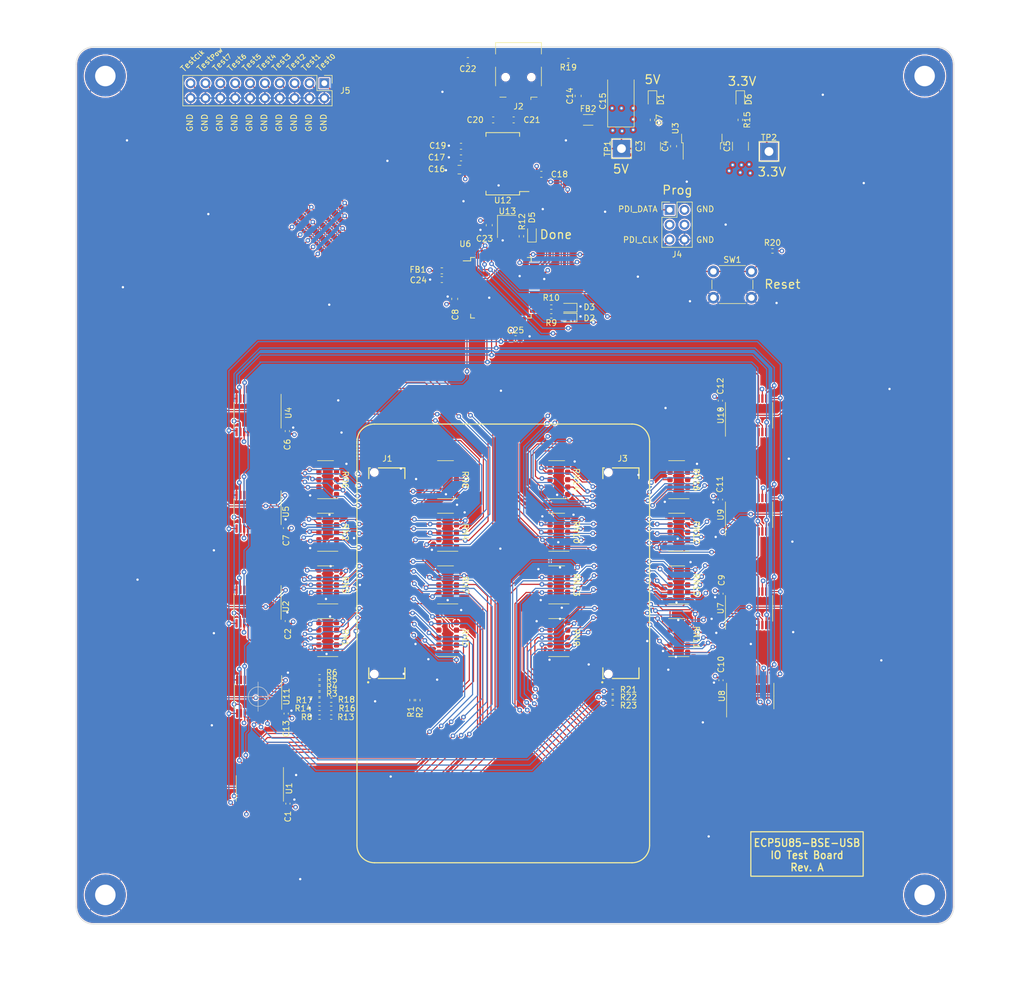
<source format=kicad_pcb>
(kicad_pcb (version 20211014) (generator pcbnew)
  (title_block (title "ECP5U85-BSE-USB Test Board") (rev "A") (company "Open Ephys, Inc") (comment 1 "Jonathan P. Newman"))
  (layers (0 "F.Cu" signal) (1 "In1.Cu" signal) (2 "In2.Cu" signal) (31 "B.Cu" signal) (34 "B.Paste" user) (35 "F.Paste" user) (36 "B.SilkS" user "B.Silkscreen") (37 "F.SilkS" user "F.Silkscreen") (38 "B.Mask" user) (39 "F.Mask" user) (44 "Edge.Cuts" user))
  (net 0 "")
  (net 3 "GND")
  (net 4 "/D2I0+")
  (net 5 "/D2I2+")
  (net 6 "/D2I0-")
  (net 7 "/D2I2-")
  (net 8 "/D2I1+")
  (net 9 "/D2I3+")
  (net 10 "/D2I1-")
  (net 11 "/D2I3-")
  (net 12 "/D2IO4+")
  (net 13 "/D3I1+")
  (net 14 "/D2IO4-")
  (net 15 "/D3I1-")
  (net 16 "/D2IO6+")
  (net 17 "/D2I4+")
  (net 18 "/D2IO6-")
  (net 19 "/D2I4-")
  (net 20 "/D2IO7+")
  (net 21 "/D3I0+")
  (net 22 "/D2IO7-")
  (net 23 "/D3I0-")
  (net 25 "/D3I4+")
  (net 26 "/D3I2+")
  (net 27 "/D3I4-")
  (net 28 "/D3I2-")
  (net 29 "/D3I3+")
  (net 30 "/D3I5+")
  (net 31 "/D3I3-")
  (net 32 "/D3I5-")
  (net 33 "/D3IO0+")
  (net 34 "/D3I6+")
  (net 35 "/D3IO0-")
  (net 36 "/D3I6-")
  (net 37 "/D3IO4+")
  (net 38 "/D3IO5+")
  (net 39 "/D3IO4-")
  (net 40 "/D3IO5-")
  (net 41 "/D2IO0+")
  (net 42 "/D2IO3+")
  (net 44 "/D2IO0-")
  (net 45 "/D2IO3-")
  (net 46 "/D2IO1+")
  (net 47 "/D2IO5+")
  (net 48 "/D2IO1-")
  (net 49 "/D2IO5-")
  (net 50 "/D2IO2+")
  (net 51 "/D3IO1+")
  (net 52 "/D2IO2-")
  (net 53 "/D3IO1-")
  (net 54 "/D2IO8+")
  (net 55 "/D3IO3+")
  (net 56 "/D2IO8-")
  (net 57 "/D3IO3-")
  (net 58 "/D3IO2+")
  (net 59 "/D3I7+")
  (net 60 "/D3IO2-")
  (net 61 "/D3I7-")
  (net 62 "/D3IO7-")
  (net 63 "/D3IO7+")
  (net 64 "/D3IO6+")
  (net 65 "+3V3")
  (net 66 "/J1-7_2.5V")
  (net 68 "/D6I1+")
  (net 69 "/D6IO0+")
  (net 70 "/D6I1-")
  (net 71 "/D6IO0-")
  (net 72 "/D6I2+")
  (net 73 "/D6IO1+")
  (net 74 "/D6I2-")
  (net 75 "/D6IO1-")
  (net 76 "/D6I5+")
  (net 77 "/D6IO3+")
  (net 78 "/D6I5-")
  (net 79 "/D6IO3-")
  (net 80 "/D6I3+")
  (net 81 "/D6IO5+")
  (net 82 "/D6I3-")
  (net 83 "/D6IO5-")
  (net 84 "/D6I0+")
  (net 85 "/D6IO4+")
  (net 86 "/D6I0-")
  (net 87 "/D6IO4-")
  (net 89 "/S60")
  (net 90 "/D6IO2+")
  (net 91 "/S86")
  (net 92 "/D6IO2-")
  (net 93 "/S84")
  (net 94 "/D6IO6+")
  (net 95 "/S13")
  (net 96 "/D6IO6-")
  (net 97 "/S14")
  (net 98 "/D6IO7+")
  (net 99 "/S05")
  (net 100 "/D6IO7-")
  (net 101 "/S03")
  (net 102 "/D6I6+")
  (net 103 "/S06")
  (net 104 "/D6I6-")
  (net 105 "/S00")
  (net 106 "/D6I7+")
  (net 108 "/S04")
  (net 109 "/D6I7-")
  (net 110 "/S02")
  (net 111 "/D6I4+")
  (net 112 "/S01")
  (net 113 "/D6I4-")
  (net 114 "/S07")
  (net 115 "/S12")
  (net 116 "/S17")
  (net 117 "/S11")
  (net 118 "/S111")
  (net 119 "/S18")
  (net 120 "/S10")
  (net 121 "/S80")
  (net 122 "/S81")
  (net 123 "/S16")
  (net 124 "/S19")
  (net 125 "/S110")
  (net 126 "/S85")
  (net 127 "/S82")
  (net 128 "/S15")
  (net 129 "/S83")
  (net 130 "+5V")
  (net 131 "Net-(D1-Pad2)")
  (net 132 "Net-(D2-Pad2)")
  (net 133 "Net-(D3-Pad2)")
  (net 134 "Net-(D5-Pad2)")
  (net 136 "/J1-11_3.3V")
  (net 137 "/J1-13_3.3V")
  (net 139 "/J2-2_3.3V")
  (net 140 "/J2-4_3.3V")
  (net 141 "/J2-6_3.3V")
  (net 142 "/J1-9_3.3V")
  (net 143 "/A_{0}")
  (net 144 "/A_{1}")
  (net 145 "/A_{3}")
  (net 146 "/A_{2}")
  (net 147 "VBUS")
  (net 148 "/J1-6_RAMVDD")
  (net 149 "/J1-4_RAMVDD")
  (net 150 "Net-(C19-Pad1)")
  (net 155 "/TestClock")
  (net 157 "Net-(C20-Pad1)")
  (net 158 "Net-(C21-Pad1)")
  (net 159 "Net-(C22-Pad1)")
  (net 160 "+3.3VA")
  (net 161 "Net-(J1-Pad1)")
  (net 162 "Net-(J1-Pad3)")
  (net 163 "Net-(J1-Pad4)")
  (net 169 "Net-(J1-Pad5)")
  (net 170 "Net-(J1-Pad6)")
  (net 171 "Net-(J1-Pad7)")
  (net 172 "Net-(J1-Pad9)")
  (net 173 "Net-(J1-Pad11)")
  (net 174 "Net-(J1-Pad13)")
  (net 176 "Net-(D6-Pad2)")
  (net 178 "Net-(J3-Pad2)")
  (net 182 "Net-(J3-Pad4)")
  (net 183 "Net-(J3-Pad6)")
  (net 184 "/PDI_DATA")
  (net 190 "/PDI_CLK")
  (net 193 "/Test_{0}")
  (net 194 "/Test_{1}")
  (net 195 "/Test_{2}")
  (net 196 "/Test_{3}")
  (net 197 "/Test_{4}")
  (net 198 "/Test_{5}")
  (net 200 "/Test_{6}")
  (net 201 "/Test_{7}")
  (net 202 "/Test_{Power}")
  (net 203 "Net-(R9-Pad2)")
  (net 204 "Net-(R10-Pad2)")
  (net 205 "Net-(R12-Pad2)")
  (net 210 "Net-(R20-Pad1)")
  (net 211 "/RTS")
  (net 212 "/CTS")
  (net 213 "/TX")
  (net 214 "/RX")
  (net 215 "Net-(U13-Pad3)")
  (net 228 "/J1-1_5V")
  (net 229 "/J1-3_5V")
  (net 230 "/J1-5_5V")
  (footprint "Package_QFP:TQFP-44_10x10mm_P0.8mm" (layer "F.Cu") (at 230.6 104.2)
    (fp_text reference "U6")
    (fp_text value "ATxmega32A4U-A")
  )
  (footprint "Capacitor_SMD:C_0402_1005Metric" (layer "F.Cu") (at 194.1 128.7 90)
    (fp_text reference "C6")
    (fp_text value "0.1uF")
  )
  (footprint "LED_SMD:LED_0603_1608Metric" (layer "F.Cu") (at 256.5 72 -90)
    (fp_text reference "D1")
    (fp_text value "LTST-C191KGKT")
  )
  (footprint "Package_SO:TSSOP-24_4.4x7.8mm_P0.65mm" (layer "F.Cu") (at 189 142.5 -90)
    (fp_text reference "U5")
    (fp_text value "74HCT4067PW,118")
  )
  (footprint "Resistor_SMD:R_0402_1005Metric" (layer "F.Cu") (at 216.4 174.7 -90)
    (fp_text reference "R2")
    (fp_text value "1k")
  )
  (footprint "jonnew:CTS_745X101" (layer "F.Cu") (at 261 164 -90)
    (fp_text reference "RN11")
    (fp_text value "745X101103JP")
  )
  (footprint "Button_Switch_THT:SW_PUSH_6mm_H8mm" (layer "F.Cu") (at 266.9 101.4)
    (fp_text reference "SW1")
    (fp_text value "B3F-1002")
  )
  (footprint "Resistor_SMD:R_0402_1005Metric" (layer "F.Cu") (at 199.6 171.7)
    (fp_text reference "R5")
    (fp_text value "1k")
  )
  (footprint "Connector_PinHeader_2.54mm:PinHeader_2x10_P2.54mm_Vertical" (layer "F.Cu") (at 200.425 69.225 -90)
    (fp_text reference "J5")
    (fp_text value "67996-420HLF")
  )
  (footprint "Resistor_SMD:R_0402_1005Metric" (layer "F.Cu") (at 199.59 174.7)
    (fp_text reference "R17")
    (fp_text value "1k")
  )
  (footprint "Resistor_SMD:R_0402_1005Metric" (layer "F.Cu") (at 242.11 65.35 180)
    (fp_text reference "R19")
    (fp_text value "100")
  )
  (footprint "MountingHole:MountingHole_3.5mm_Pad" (layer "F.Cu") (at 163 68)
    (fp_text reference "H3" hide)
    (fp_text value "MountingHole_Pad")
  )
  (footprint "Resistor_SMD:R_0402_1005Metric" (layer "F.Cu") (at 215.4 174.7 -90)
    (fp_text reference "R1")
    (fp_text value "1k")
  )
  (footprint "Package_SO:TSSOP-24_4.4x7.8mm_P0.65mm" (layer "F.Cu") (at 273 159 90)
    (fp_text reference "U7")
    (fp_text value "74HCT4067PW,118")
  )
  (footprint "jonnew:CTS_745X101" (layer "F.Cu") (at 261 137 -90)
    (fp_text reference "RN16")
    (fp_text value "745X101103JP")
  )
  (footprint "Connector_PinHeader_2.54mm:PinHeader_2x03_P2.54mm_Vertical" (layer "F.Cu") (at 259.425 90.875)
    (fp_text reference "J4")
    (fp_text value "PR20203VBDN")
  )
  (footprint "Capacitor_SMD:C_0402_1005Metric" (layer "F.Cu") (at 268.2 171.3 -90)
    (fp_text reference "C10")
    (fp_text value "0.1uF")
  )
  (footprint "Package_SO:TSSOP-24_4.4x7.8mm_P0.65mm" (layer "F.Cu") (at 189 126 -90)
    (fp_text reference "U4")
    (fp_text value "74HCT4067PW,118")
  )
  (footprint "Capacitor_SMD:C_0603_1608Metric" (layer "F.Cu") (at 260.1 80 90)
    (fp_text reference "C4")
    (fp_text value "0.1uF")
  )
  (footprint "jonnew:SAMTEC_BTE-040-01-L-D-A-K-TR" (layer "F.Cu") (at 251 153 90)
    (fp_text reference "J3")
    (fp_text value "BTE-040-02-L-D-A")
  )
  (footprint "jonnew:CTS_745X101" (layer "F.Cu") (at 221.5 164 -90)
    (fp_text reference "RN3")
    (fp_text value "745X101103JP")
  )
  (footprint "Package_SO:TSSOP-24_4.4x7.8mm_P0.65mm" (layer "F.Cu") (at 189.4 189.8 -90)
    (fp_text reference "U1")
    (fp_text value "74HCT4067PW,118")
  )
  (footprint "Capacitor_SMD:C_0603_1608Metric" (layer "F.Cu") (at 233.1 112.9)
    (fp_text reference "C25")
    (fp_text value "0.1uF")
  )
  (footprint "Resistor_SMD:R_0402_1005Metric" (layer "F.Cu") (at 271.5 75.5 -90)
    (fp_text reference "R15")
    (fp_text value "1k")
  )
  (footprint "Inductor_SMD:L_0603_1608Metric" (layer "F.Cu") (at 220.5 101.3 180)
    (fp_text reference "FB1")
    (fp_text value "MH1608-601Y")
  )
  (footprint "Capacitor_SMD:C_0603_1608Metric" (layer "F.Cu") (at 223.775 82 180)
    (fp_text reference "C17")
    (fp_text value "0.1uF")
  )
  (footprint "jonnew:CTS_745X101" (layer "F.Cu") (at 261 155 -90)
    (fp_text reference "RN15")
    (fp_text value "745X101103JP")
  )
  (footprint "jonnew:CTS_745X101" (layer "F.Cu") (at 221.5 155 -90)
    (fp_text reference "RN7")
    (fp_text value "745X101103JP")
  )
  (footprint "jonnew-eagle:OE-LOGO-14X10" (layer "F.Cu") (at 282 191.5)
    (fp_text reference "")
    (fp_text value "")
  )
  (footprint "Oscillator:Oscillator_SMD_Abracon_ASE-4Pin_3.2x2.5mm" (layer "F.Cu") (at 231.585 93.72 -90)
    (fp_text reference "U13")
    (fp_text value "O 32,0-JT32C-A-K-3,3-LF")
  )
  (footprint "Resistor_SMD:R_0402_1005Metric" (layer "F.Cu") (at 199.6 177.6)
    (fp_text reference "R8")
    (fp_text value "1k")
  )
  (footprint "Package_SO:TSSOP-24_4.4x7.8mm_P0.65mm" (layer "F.Cu") (at 273.2 174 90)
    (fp_text reference "U8")
    (fp_text value "74HCT4067PW,118")
  )
  (footprint "LED_SMD:LED_0603_1608Metric" (layer "F.Cu") (at 242.1 109.3 180)
    (fp_text reference "D2")
    (fp_text value "LTST-C191KGKT")
  )
  (footprint "Resistor_SMD:R_0402_1005Metric" (layer "F.Cu") (at 234.1 95.4 -90)
    (fp_text reference "R12")
    (fp_text value "1k")
  )
  (footprint "jonnew:CTS_745X101" (layer "F.Cu") (at 201 146 -90)
    (fp_text reference "RN2")
    (fp_text value "745X101103JP")
  )
  (footprint "Resistor_SMD:R_0402_1005Metric" (layer "F.Cu") (at 277 97.9)
    (fp_text reference "R20")
    (fp_text value "1k")
  )
  (footprint "Capacitor_Tantalum_SMD:CP_EIA-7343-20_Kemet-V" (layer "F.Cu") (at 251.1 72.3 90)
    (fp_text reference "C15")
    (fp_text value "T498X107K016ATE075")
  )
  (footprint "jonnew:CTS_745X101" (layer "F.Cu") (at 201 164 -90)
    (fp_text reference "RN1")
    (fp_text value "745X101103JP")
  )
  (footprint "jonnew:CTS_745X101" (layer "F.Cu") (at 261 146 -90)
    (fp_text reference "RN12")
    (fp_text value "745X101103JP")
  )
  (footprint "Capacitor_SMD:C_0402_1005Metric" (layer "F.Cu") (at 193.9 177 90)
    (fp_text reference "C13")
    (fp_text value "0.1uF")
  )
  (footprint "Resistor_SMD:R_0402_1005Metric" (layer "F.Cu") (at 201.6 176.1)
    (fp_text reference "R16")
    (fp_text value "1k")
  )
  (footprint "Resistor_SMD:R_0402_1005Metric" (layer "F.Cu") (at 201.6 174.7)
    (fp_text reference "R18")
    (fp_text value "1k")
  )
  (footprint "jonnew:CTS_745X101" (layer "F.Cu") (at 201 155 -90)
    (fp_text reference "RN5")
    (fp_text value "745X101103JP")
  )
  (footprint "Resistor_SMD:R_0402_1005Metric" (layer "F.Cu") (at 199.6 172.7)
    (fp_text reference "R4")
    (fp_text value "1k")
  )
  (footprint "Capacitor_SMD:C_0603_1608Metric" (layer "F.Cu") (at 243.8 71.4 90)
    (fp_text reference "C14")
    (fp_text value "0.1uF")
  )
  (footprint "Capacitor_SMD:C_0603_1608Metric" (layer "F.Cu") (at 237.5 84.8)
    (fp_text reference "C18")
    (fp_text value "0.1uF")
  )
  (footprint "Package_SO:TSSOP-24_4.4x7.8mm_P0.65mm" (layer "F.Cu") (at 189.1 174.1 -90)
    (fp_text reference "U11")
    (fp_text value "74HCT4067PW,118")
  )
  (footprint "Resistor_SMD:R_0402_1005Metric" (layer "F.Cu") (at 199.6 173.7)
    (fp_text reference "R3")
    (fp_text value "1k")
  )
  (footprint "Resistor_SMD:R_0402_1005Metric" (layer "F.Cu") (at 249.7 174.2 180)
    (fp_text reference "R22")
    (fp_text value "1k")
  )
  (footprint "Resistor_SMD:R_0402_1005Metric" (layer "F.Cu") (at 199.6 170.7)
    (fp_text reference "R6")
    (fp_text value "1k")
  )
  (footprint "Resistor_SMD:R_0402_1005Metric" (layer "F.Cu") (at 199.6 176.1)
    (fp_text reference "R14")
    (fp_text value "1k")
  )
  (footprint "Package_SO:TSSOP-24_4.4x7.8mm_P0.65mm" (layer "F.Cu") (at 189 158.7 -90)
    (fp_text reference "U2")
    (fp_text value "74HCT4067PW,118")
  )
  (footprint "Package_TO_SOT_SMD:TO-252-2" (layer "F.Cu") (at 264.925 76.945 90)
    (fp_text reference "U3")
    (fp_text value "NCV4274ADT33RKG")
  )
  (footprint "jonnew:CTS_745X101" (layer "F.Cu") (at 240.5 146 -90)
    (fp_text reference "RN10")
    (fp_text value "745X101103JP")
  )
  (footprint "Capacitor_SMD:C_0603_1608Metric" (layer "F.Cu") (at 228.6 93.5 -90)
    (fp_text reference "C23")
    (fp_text value "0.1uF")
  )
  (footprint "jonnew:SAMTEC_BTE-040-01-L-D-A-K-TR" (layer "F.Cu") (at 211 153 90)
    (fp_text reference "J1")
    (fp_text value "BTE-040-02-L-D-A")
  )
  (footprint "jonnew:CTS_745X101" (layer "F.Cu") (at 221.5 137 -90)
    (fp_text reference "RN8")
    (fp_text value "745X101103JP")
  )
  (footprint "Package_SO:TSSOP-24_4.4x7.8mm_P0.65mm" (layer "F.Cu") (at 273 143 90)
    (fp_text reference "U9")
    (fp_text value "74HCT4067PW,118")
  )
  (footprint "LED_SMD:LED_0603_1608Metric" (layer "F.Cu") (at 235.9 94.9 90)
    (fp_text reference "D5")
    (fp_text value "LTST-C191KGKT")
  )
  (footprint "Package_SO:SSOP-28_5.3x10.2mm_P0.65mm" (layer "F.Cu") (at 230.915 83 180)
    (fp_text reference "U12")
    (fp_text value "FT232RL")
  )
  (footprint "LED_SMD:LED_0603_1608Metric" (layer "F.Cu") (at 271.5 72 -90)
    (fp_text reference "D6")
    (fp_text value "LTST-C191KGKT")
  )
  (footprint "Inductor_SMD:L_1206_3216Metric" (layer "F.Cu") (at 245.5 75.5)
    (fp_text reference "FB2")
    (fp_text value "FBMH3216HM221NTV")
  )
  (footprint "Resistor_SMD:R_0402_1005Metric" (layer "F.Cu") (at 239.2 109 180)
    (fp_text reference "R9")
    (fp_text value "1k")
  )
  (footprint "Resistor_SMD:R_0402_1005Metric" (layer "F.Cu") (at 249.7 173.2 180)
    (fp_text reference "R21")
    (fp_text value "1k")
  )
  (footprint "Capacitor_SMD:C_0603_1608Metric" (layer "F.Cu") (at 220.5 102.8 180)
    (fp_text reference "C24")
    (fp_text value "0.1uF")
  )
  (footprint "Capacitor_SMD:C_0603_1608Metric" (layer "F.Cu") (at 222.7 106.1 90)
    (fp_text reference "C8")
    (fp_text value "0.1uF")
  )
  (footprint "Capacitor_SMD:C_0603_1608Metric" (layer "F.Cu") (at 229.275 75.5 180)
    (fp_text reference "C20")
    (fp_text value "47pF")
  )
  (footprint "Capacitor_SMD:C_0402_1005Metric" (layer "F.Cu") (at 268.2 156.5 -90)
    (fp_text reference "C9")
    (fp_text value "0.1uF")
  )
  (footprint "Package_SO:TSSOP-24_4.4x7.8mm_P0.65mm" (layer "F.Cu") (at 273 126 90)
    (fp_text reference "U10")
    (fp_text value "74HCT4067PW,118")
  )
  (footprint "Capacitor_SMD:C_1210_3225Metric" (layer "F.Cu") (at 256.5 80 90)
    (fp_text reference "C3")
    (fp_text value "10uF")
  )
  (footprint "MountingHole:MountingHole_3.5mm_Pad" (layer "F.Cu") (at 303 68)
    (fp_text reference "H1" hide)
    (fp_text value "MountingHole_Pad")
  )
  (footprint "Resistor_SMD:R_0402_1005Metric" (layer "F.Cu") (at 239.2 107.5 180)
    (fp_text reference "R10")
    (fp_text value "1k")
  )
  (footprint "Connector_USB:USB_Mini-B_Lumberg_2486_01_Horizontal" (layer "F.Cu") (at 233.6 68.2 180)
    (fp_text reference "J2")
    (fp_text value "65100516121")
  )
  (footprint "jonnew:CTS_745X101" (layer "F.Cu") (at 240.5 155 -90)
    (fp_text reference "RN13")
    (fp_text value "745X101103JP")
  )
  (footprint "LED_SMD:LED_0603_1608Metric" (layer "F.Cu") (at 242.1125 107.6 180)
    (fp_text reference "D3")
    (fp_text value "LTST-C191KGKT")
  )
  (footprint "Resistor_SMD:R_0402_1005Metric" (layer "F.Cu") (at 201.6 177.6)
    (fp_text reference "R13")
    (fp_text value "1k")
  )
  (footprint "Capacitor_SMD:C_1210_3225Metric" (layer "F.Cu") (at 271.53 80 90)
    (fp_text reference "C5")
    (fp_text value "10uF")
  )
  (footprint "Capacitor_SMD:C_0402_1005Metric" (layer "F.Cu") (at 193.8 145.3 90)
    (fp_text reference "C7")
    (fp_text value "0.1uF")
  )
  (footprint "jonnew:CTS_745X101" (layer "F.Cu") (at 201 137 -90)
    (fp_text reference "RN6")
    (fp_text value "745X101103JP")
  )
  (footprint "Capacitor_SMD:C_0402_1005Metric" (layer "F.Cu") (at 194.1 161.18 90)
    (fp_text reference "C2")
    (fp_text value "0.1uF")
  )
  (footprint "MountingHole:MountingHole_3.5mm_Pad" (layer "F.Cu") (at 303 208)
    (fp_text reference "H4" hide)
    (fp_text value "MountingHole_Pad")
  )
  (footprint "Capacitor_SMD:C_0603_1608Metric" (layer "F.Cu") (at 224.945 65.35 180)
    (fp_text reference "C22")
    (fp_text value "4.7nF")
  )
  (footprint "TestPoint:TestPoint_THTPad_3.0x3.0mm_Drill1.5mm" (layer "F.Cu") (at 251.2 80.4 90)
    (fp_text reference "TP1")
    (fp_text value "TestPoint")
  )
  (footprint "jonnew:CTS_745X101" (layer "F.Cu") (at 221.5 146 -90)
    (fp_text reference "RN4")
    (fp_text value "745X101103JP")
  )
  (footprint "jonnew:CTS_745X101" (layer "F.Cu") (at 240.5 164 -90)
    (fp_text reference "RN9")
    (fp_text value "745X101103JP")
  )
  (footprint "Capacitor_SMD:C_0402_1005Metric" (layer "F.Cu") (at 268.1 123.5 -90)
    (fp_text reference "C12")
    (fp_text value "0.1uF")
  )
  (footprint "Capacitor_SMD:C_0402_1005Metric" (layer "F.Cu") (at 268.1 140.4 -90)
    (fp_text reference "C11")
    (fp_text value "0.1uF")
  )
  (footprint "Capacitor_SMD:C_0805_2012Metric" (layer "F.Cu") (at 223.5 84 180)
    (fp_text reference "C16")
    (fp_text value "4.7uF")
  )
  (footprint "Capacitor_SMD:C_0603_1608Metric" (layer "F.Cu") (at 232.775 75.5)
    (fp_text reference "C21")
    (fp_text value "47pF")
  )
  (footprint "MountingHole:MountingHole_3.5mm_Pad" (layer "F.Cu") (at 163 208)
    (fp_text reference "H2" hide)
    (fp_text value "MountingHole_Pad")
  )
  (footprint "Resistor_SMD:R_0402_1005Metric" (layer "F.Cu") (at 249.7 175.2 180)
    (fp_text reference "R23")
    (fp_text value "1k")
  )
  (footprint "TestPoint:TestPoint_THTPad_3.0x3.0mm_Drill1.5mm" (layer "F.Cu") (at 276.4 80.9)
    (fp_text reference "TP2")
    (fp_text value "TestPoint")
  )
  (footprint "jonnew:CTS_745X101" (layer "F.Cu") (at 240.5 137 -90)
    (fp_text reference "RN14")
    (fp_text value "745X101103JP")
  )
  (footprint "Resistor_SMD:R_0402_1005Metric" (layer "F.Cu") (at 256.5 75.5 -90)
    (fp_text reference "R7")
    (fp_text value "1k")
  )
  (footprint "Capacitor_SMD:C_0603_1608Metric" (layer "F.Cu") (at 223.775 80 180)
    (fp_text reference "C19")
    (fp_text value "0.1uF")
  )
  (footprint "Capacitor_SMD:C_0402_1005Metric" (layer "F.Cu") (at 194.2 192.4 90)
    (fp_text reference "C1")
    (fp_text value "0.1uF")
  )
  (gr_arc (start 256 199.5) (mid 255.12132 201.62132) (end 253 202.5) (layer "F.SilkS") (width 0.2))
  (gr_line (start 253 202.5) (end 209 202.5) (layer "F.SilkS") (width 0.2))
  (gr_rect (start 273.3 197.2) (end 292.5 204.8) (layer "F.SilkS") (width 0.2) (fill none))
  (gr_arc (start 206 130.5) (mid 206.87868 128.37868) (end 209 127.5) (layer "F.SilkS") (width 0.2))
  (gr_arc (start 253 127.5) (mid 255.12132 128.37868) (end 256 130.5) (layer "F.SilkS") (width 0.2))
  (gr_line (start 206 130.5) (end 206 199.5) (layer "F.SilkS") (width 0.2))
  (gr_arc (start 209 202.5) (mid 206.87868 201.62132) (end 206 199.5) (layer "F.SilkS") (width 0.2))
  (gr_line (start 209 127.5) (end 253 127.5) (layer "F.SilkS") (width 0.2))
  (gr_line (start 256 130.5) (end 256 199.5) (layer "F.SilkS") (width 0.2))
  (gr_line (start 305 213) (end 161 213) (layer "Edge.Cuts") (width 0.1))
  (gr_line (start 161 63) (end 305 63) (layer "Edge.Cuts") (width 0.1))
  (gr_arc (start 158 66) (mid 158.87868 63.87868) (end 161 63) (layer "Edge.Cuts") (width 0.1))
  (gr_arc (start 305 63) (mid 307.12132 63.87868) (end 308 66) (layer "Edge.Cuts") (width 0.1))
  (gr_arc (start 161 213) (mid 158.87868 212.12132) (end 158 210) (layer "Edge.Cuts") (width 0.1))
  (gr_line (start 308 66) (end 308 210) (layer "Edge.Cuts") (width 0.1))
  (gr_arc (start 308 210) (mid 307.12132 212.12132) (end 305 213) (layer "Edge.Cuts") (width 0.1))
  (gr_line (start 158 210) (end 158 66) (layer "Edge.Cuts") (width 0.1))
  (gr_text "ECP5U85-BSE-USB\nIO Test Board\nRev. A" (at 282.9 201.2) (layer "F.SilkS") (effects (font (size 1.3 1.2) (thickness 0.22))))
  (gr_text "Test_{7}" (at 182.9 65.6 45) (layer "F.SilkS") (effects (font (size 1 1))))
  (gr_text "GND" (at 185.055554 76 90) (layer "F.SilkS") (effects (font (size 1 1))))
  (gr_text "GND" (at 197.759254 76 90) (layer "F.SilkS") (effects (font (size 1 1))))
  (gr_text "GND" (at 265.5 90.75) (layer "F.SilkS") (effects (font (size 1 1))))
  (gr_text "Test_{2}" (at 195.566665 65.6 45) (layer "F.SilkS") (effects (font (size 1 1))))
  (gr_text "GND" (at 187.596294 76 90) (layer "F.SilkS") (effects (font (size 1 1))))
  (gr_text "PDI_CLK" (at 254.5 96) (layer "F.SilkS") (effects (font (size 1 1))))
  (gr_text "Prog" (at 260.75 87.5) (layer "F.SilkS") (effects (font (size 1.5 1.5) (thickness 0.2))))
  (gr_text "GND" (at 195.218514 76 90) (layer "F.SilkS") (effects (font (size 1 1))))
  (gr_text "GND" (at 192.677774 76 90) (layer "F.SilkS") (effects (font (size 1 1))))
  (gr_text "5V" (at 251.1 83.9) (layer "F.SilkS") (effects (font (size 1.5 1.5) (thickness 0.2))))
  (gr_text "Test_{0}" (at 200.633334 65.6 45) (layer "F.SilkS") (effects (font (size 1 1))))
  (gr_text "Test_{Pow}" (at 180.8 65.1 45) (layer "F.SilkS") (effects (font (size 1 1))))
  (gr_text "5V" (at 256.5 68.6) (layer "F.SilkS") (effects (font (size 1.5 1.5) (thickness 0.2))))
  (gr_text "Test_{6}" (at 185.433333 65.6 45) (layer "F.SilkS") (effects (font (size 1 1))))
  (gr_text "GND" (at 190.137034 76 90) (layer "F.SilkS") (effects (font (size 1 1))))
  (gr_text "3.3V" (at 271.8 68.9) (layer "F.SilkS") (effects (font (size 1.5 1.5) (thickness 0.2))))
  (gr_text "GND" (at 177.433334 76 90) (layer "F.SilkS") (effects (font (size 1 1))))
  (gr_text "GND" (at 179.974074 76 90) (layer "F.SilkS") (effects (font (size 1 1))))
  (gr_text "GND" (at 182.514814 76 90) (layer "F.SilkS") (effects (font (size 1 1))))
  (gr_text "PDI_DATA" (at 254 90.75) (layer "F.SilkS") (effects (font (size 1 1))))
  (gr_text "GND" (at 265.5 96) (layer "F.SilkS") (effects (font (size 1 1))))
  (gr_text "Test_{5}" (at 187.966666 65.6 45) (layer "F.SilkS") (effects (font (size 1 1))))
  (gr_text "Done" (at 240 95.1) (layer "F.SilkS") (effects (font (size 1.5 1.5) (thickness 0.2))))
  (gr_text "Test_{Clk}" (at 177.833334 65.3 45) (layer "F.SilkS") (effects (font (size 1 1))))
  (gr_text "Test_{3}" (at 193.033332 65.6 45) (layer "F.SilkS") (effects (font (size 1 1))))
  (gr_text "GND" (at 200.3 76 90) (layer "F.SilkS") (effects (font (size 1 1))))
  (gr_text "Reset" (at 278.7 103.6) (layer "F.SilkS") (effects (font (size 1.5 1.5) (thickness 0.2))))
  (gr_text "Test_{4}" (at 190.499999 65.6 45) (layer "F.SilkS") (effects (font (size 1 1))))
  (gr_text "3.3V" (at 276.9 84.4) (layer "F.SilkS") (effects (font (size 1.5 1.5) (thickness 0.2))))
  (gr_text "Test_{1}" (at 198.099998 65.6 45) (layer "F.SilkS") (effects (font (size 1 1))))
  (target plus (at 189.1 174.1) (size 5) (width 0.1) (layer "Edge.Cuts"))
  (via (at 204.2 134.3) (size 0.8) (drill 0.4) (layers "F.Cu" "B.Cu") (net 3))
  (via (at 198 148.7) (size 0.8) (drill 0.4) (layers "F.Cu" "B.Cu") (net 3))
  (via (at 273.3 165.1) (size 0.8) (drill 0.4) (layers "F.Cu" "B.Cu") (net 3))
  (via (at 237 152.3) (size 0.8) (drill 0.4) (layers "F.Cu" "B.Cu") (net 3))
  (via (at 196.3 205.3) (size 0.8) (drill 0.4) (layers "F.Cu" "B.Cu") (net 3))
  (via (at 221.2 84.1) (size 0.8) (drill 0.4) (layers "F.Cu" "B.Cu") (net 3))
  (via (at 168.5 154.1) (size 0.8) (drill 0.4) (layers "F.Cu" "B.Cu") (net 3))
  (via (at 218.2 167.7) (size 0.8) (drill 0.4) (layers "F.Cu" "B.Cu") (net 3))
  (via (at 258.6 140.8) (size 0.8) (drill 0.4) (layers "F.Cu" "B.Cu") (net 3))
  (via (at 240.4 147.7) (size 0.8) (drill 0.4) (layers "F.Cu" "B.Cu") (net 3))
  (via (at 237.4 157.6) (size 0.8) (drill 0.4) (layers "F.Cu" "B.Cu") (net 3))
  (via (at 166.7 79) (size 0.8) (drill 0.4) (layers "F.Cu" "B.Cu") (net 3))
  (via (at 259.2 169.5) (size 0.8) (drill 0.4) (layers "F.Cu" "B.Cu") (net 3))
  (via (at 254.1 136.2) (size 0.8) (drill 0.4) (layers "F.Cu" "B.Cu") (net 3))
  (via (at 260.8 147.1) (size 0.8) (drill 0.4) (layers "F.Cu" "B.Cu") (net 3))
  (via (at 258.3 166.3) (size 0.8) (drill 0.4) (layers "F.Cu" "B.Cu") (net 3))
  (via (at 198 139.7) (size 0.8) (drill 0.4) (layers "F.Cu" "B.Cu") (net 3))
  (via (at 236.7 161.2) (size 0.8) (drill 0.4) (layers "F.Cu" "B.Cu") (net 3))
  (via (at 201.4 160.4) (size 0.8) (drill 0.4) (layers "F.Cu" "B.Cu") (net 3))
  (via (at 223.1 141.3) (size 0.8) (drill 0.4) (layers "F.Cu" "B.Cu") (net 3))
  (via (at 277.7 106.8) (size 0.8) (drill 0.4) (layers "F.Cu" "B.Cu") (net 3))
  (via (at 266.9 140.9) (size 0.8) (drill 0.4) (layers "F.Cu" "B.Cu") (net 3))
  (via (at 279.792637 133.425028) (size 0.8) (drill 0.4) (layers "F.Cu" "B.Cu") (net 3))
  (via (at 240.7 152) (size 0.8) (drill 0.4) (layers "F.Cu" "B.Cu") (net 3))
  (via (at 230.2 86.7) (size 0.8) (drill 0.4) (layers "F.Cu" "B.Cu") (net 3))
  (via (at 267.4 163.2) (size 0.8) (drill 0.4) (layers "F.Cu" "B.Cu") (net 3))
  (via (at 258.726709 124.756305) (size 0.8) (drill 0.4) (layers "F.Cu" "B.Cu") (net 3))
  (via (at 218.5 102.8) (size 0.8) (drill 0.4) (layers "F.Cu" "B.Cu") (net 3))
  (via (at 260.9 161) (size 0.8) (drill 0.4) (layers "F.Cu" "B.Cu") (net 3))
  (via (at 202.799465 123.451336) (size 0.8) (drill 0.4) (layers "F.Cu" "B.Cu") (net 3))
  (via (at 297 121.5) (size 0.8) (drill 0.4) (layers "F.Cu" "B.Cu") (net 3))
  (via (at 262.354212 86.059054) (size 0.8) (drill 0.4) (layers "F.Cu" "B.Cu") (net 3))
  (via (at 221.7 81.9) (size 0.8) (drill 0.4) (layers "F.Cu" "B.Cu") (net 3))
  (via (at 181.547112 149.084656) (size 0.8) (drill 0.4) (layers "F.Cu" "B.Cu") (net 3))
  (via (at 224.4 142.6) (size 0.8) (drill 0.4) (layers "F.Cu" "B.Cu") (net 3))
  (via (at 227.1 94.3) (size 0.8) (drill 0.4) (layers "F.Cu" "B.Cu") (net 3))
  (via (at 254 102.3) (size 0.8) (drill 0.4) (layers "F.Cu" "B.Cu") (net 3))
  (via (at 194.2 170) (size 0.8) (drill 0.4) (layers "F.Cu" "B.Cu") (net 3))
  (via (at 264.1 134.3) (size 0.8) (drill 0.4) (layers "F.Cu" "B.Cu") (net 3))
  (via (at 268.1 125) (size 0.8) (drill 0.4) (layers "F.Cu" "B.Cu") (net 3))
  (via (at 206.5 155) (size 0.8) (drill 0.4) (layers "F.Cu" "B.Cu") (net 3))
  (via (at 220.6 70.7) (size 0.8) (drill 0.4) (layers "F.Cu" "B.Cu") (net 3))
  (via (at 224.2 89.4) (size 0.8) (drill 0.4) (layers "F.Cu" "B.Cu") (net 3))
  (via (at 194.8 176.5) (size 0.8) (drill 0.4) (layers "F.Cu" "B.Cu") (net 3))
  (via (at 228.6 105.9) (size 0.8) (drill 0.4) (layers "F.Cu" "B.Cu") (net 3))
  (via (at 211.759975 187.759066) (size 0.8) (drill 0.4) (layers "F.Cu" "B.Cu") (net 3))
  (via (at 214 170.2) (size 0.8) (drill 0.4) (layers "F.Cu" "B.Cu") (net 3))
  (via (at 230.6 121.8) (size 0.8) (drill 0.4) (layers "F.Cu" "B.Cu") (net 3))
  (via (at 221.5 157.6) (size 0.8) (drill 0.4) (layers "F.Cu" "B.Cu") (net 3))
  (via (at 195.3 191.7) (size 0.8) (drill 0.4) (layers "F.Cu" "B.Cu") (net 3))
  (via (at 209.1 174.9) (size 0.8) (drill 0.4) (layers "F.Cu" "B.Cu") (net 3))
  (via (at 266.1 198) (size 0.8) (drill 0.4) (layers "F.Cu" "B.Cu") (net 3))
  (via (at 255.6 164.6) (size 0.8) (drill 0.4) (layers "F.Cu" "B.Cu") (net 3))
  (via (at 200.7 157.4) (size 0.8) (drill 0.4) (layers "F.Cu" "B.Cu") (net 3))
  (via (at 195.6 187.5) (size 0.8) (drill 0.4) (layers "F.Cu" "B.Cu") (net 3))
  (via (at 244.2 109.1) (size 0.8) (drill 0.4) (layers "F.Cu" "B.Cu") (net 3))
  (via (at 237.75 90.75) (size 0.8) (drill 0.4) (layers "F.Cu" "B.Cu") (net 3))
  (via (at 248.4 91.2) (size 0.8) (drill 0.4) (layers "F.Cu" "B.Cu") (net 3))
  (via (at 235.5 112.5) (size 0.8) (drill 0.4) (layers "F.Cu" "B.Cu") (net 3))
  (via (at 221.7 79.9) (size 0.8) (drill 0.4) (layers "F.Cu" "B.Cu") (net 3))
  (via (at 221.2 139.5) (size 0.8) (drill 0.4) (layers "F.Cu" "B.Cu") (net 3))
  (via (at 295.6 167.9) (size 0.8) (drill 0.4) (layers "F.Cu" "B.Cu") (net 3))
  (via (at 166 104.1) (size 0.8) (drill 0.4) (layers "F.Cu" "B.Cu") (net 3))
  (via (at 195.1 128.1) (size 0.8) (drill 0.4) (layers "F.Cu" "B.Cu") (net 3))
  (via (at 240.7 160.8) (size 0.8) (drill 0.4) (layers "F.Cu" "B.Cu") (net 3))
  (via (at 233.8 102.2) (size 0.8) (drill 0.4) (layers "F.Cu" "B.Cu") (net 3))
  (via (at 267.2 157.1) (size 0.8) (drill 0.4) (layers "F.Cu" "B.Cu") (net 3))
  (via (at 243.2 133.9) (size 0.8) (drill 0.4) (layers "F.Cu" "B.Cu") (net 3))
  (via (at 205.5 147) (size 0.8) (drill 0.4) (layers "F.Cu" "B.Cu") (net 3))
  (via (at 181.547112 163.252891) (size 0.8) (drill 0.4) (layers "F.Cu" "B.Cu") (net 3))
  (via (at 201.261466 107.092617) (size 0.8) (drill 0.4) (layers "F.Cu" "B.Cu") (net 3))
  (via (at 243 143) (size 0.8) (drill 0.4) (layers "F.Cu" "B.Cu") (net 3))
  (via (at 211.2 82.5) (size 0.8) (drill 0.4) (layers "F.Cu" "B.Cu") (net 3))
  (via (at 240.2 139.6) (size 0.8) (drill 0.4) (layers "F.Cu" "B.Cu") (net 3))
  (via (at 230.5 148.8) (size 0.8) (drill 0.4) (layers "F.Cu" "B.Cu") (net 3))
  (via (at 269 93.4) (size 0.8) (drill 0.4) (layers "F.Cu" "B.Cu") (net 3))
  (via (at 285.6 71.2) (size 0.8) (drill 0.4) (layers "F.Cu" "B.Cu") (net 3))
  (via (at 198.1 174.5) (size 0.8) (drill 0.4) (layers "F.Cu" "B.Cu") (net 3))
  (via (at 213.5 135.1) (size 0.8) (drill 0.4) (layers "F.Cu" "B.Cu") (net 3))
  (via (at 216.1 136.9) (size 0.8) (drill 0.4) (layers "F.Cu" "B.Cu") (net 3))
  (via (at 260.5 167.3) (size 0.8) (drill 0.4) (layers "F.Cu" "B.Cu") (net 3))
  (via (at 280.4 147.6) (size 0.8) (drill 0.4) (layers "F.Cu" "B.Cu") (net 3))
  (via (at 265.1 178.5) (size 0.8) (drill 0.4) (layers "F.Cu" "B.Cu") (net 3))
  (via (at 218.8 149) (size 0.8) (drill 0.4) (layers "F.Cu" "B.Cu") (net 3))
  (via (at 241 158.9) (size 0.8) (drill 0.4) (layers "F.Cu" "B.Cu") (net 3))
  (via (at 221.5 105.7) (size 0.8) (drill 0.4) (layers "F.Cu" "B.Cu") (net 3))
  (via (at 237.677822 143.280604) (size 0.8) (drill 0.4) (layers "F.Cu" "B.Cu") (net 3))
  (via (at 267.3 146.8) (size 0.8) (drill 0.4) (layers "F.Cu" "B.Cu") (net 3))
  (via (at 230.9 96.1) (size 0.8) (drill 0.4) (layers "F.Cu" "B.Cu") (net 3))
  (via (at 267 171.7) (size 0.8) (drill 0.4) (layers "F.Cu" "B.Cu") (net 3))
  (via (at 197.9 176) (size 0.8) (drill 0.4) (layers "F.Cu" "B.Cu") (net 3))
  (via (at 262.9 106.5) (size 0.8) (drill 0.4) (layers "F.Cu" "B.Cu") (net 3))
  (via (at 203.358737 128.950848) (size 0.8) (drill 0.4) (layers "F.Cu" "B.Cu") (net 3))
  (via (at 244.2 107.4) (size 0.8) (drill 0.4) (layers "F.Cu" "B.Cu") (net 3))
  (via (at 245.6 168.6) (size 0.8) (drill 0.4) (layers "F.Cu" "B.Cu") (net 3))
  (via (at 238 102.7) (size 0.8) (drill 0.4) (layers "F.Cu" "B.Cu") (net 3))
  (via (at 292.6 86.3) (size 0.8) (drill 0.4) (layers "F.Cu" "B.Cu") (net 3))
  (via (at 266.6 160.8) (size 0.8) (drill 0.4) (layers "F.Cu" "B.Cu") (net 3))
  (via (at 216 165.1) (size 0.8) (drill 0.4) (layers "F.Cu" "B.Cu") (net 3))
  (via (at 263 151.1) (size 0.8) (drill 0.4) (layers "F.Cu" "B.Cu") (net 3))
  (via (at 180.6 91.6) (size 0.8) (drill 0.4) (layers "F.Cu" "B.Cu") (net 3))
  (via (at 181.2 179) (size 0.8) (drill 0.4) (layers "F.Cu" "B.Cu") (net 3))
  (via (at 260.6 158) (size 0.8) (drill 0.4) (layers "F.Cu" "B.Cu") (net 3))
  (via (at 238.9 167.8) (size 0.8) (drill 0.4) (layers "F.Cu" "B.Cu") (net 3))
  (via (at 280.538334 163.066467) (size 0.8) (drill 0.4) (layers "F.Cu" "B.Cu") (net 3))
  (via (at 241.7 79) (size 0.8) (drill 0.4) (layers "F.Cu" "B.Cu") (net 3))
  (via (at 198.1 177.4) (size 0.8) (drill 0.4) (layers "F.Cu" "B.Cu") (net 3))
  (via (at 194.1 159.7) (size 0.8) (drill 0.4) (layers "F.Cu" "B.Cu") (net 3))
  (via (at 201.5 151.8) (size 0.8) (drill 0.4) (layers "F.Cu" "B.Cu") (net 3))
  (via (at 219.7 171.2) (size 0.8) (drill 0.4) (layers "F.Cu" "B.Cu") (net 3))
  (via (at 193.8 143.8) (size 0.8) (drill 0.4) (layers "F.Cu" "B.Cu") (net 3))
  (via (at 200.8 166.8) (size 0.8) (drill 0.4) (layers "F.Cu" "B.Cu") (net 3))
  (via (at 201.3 143) (size 0.8) (drill 0.4) (layers "F.Cu" "B.Cu") (net 3))
  (via (at 223.8 159.3) (size 0.8) (drill 0.4) (layers "F.Cu" "B.Cu") (net 3))
  (segment (start 187.375 164.075) (end 187.375 161.5625) (width 0.2) (layer "F.Cu") (net 4))
  (segment (start 202.5 166.54) (end 203.16 166.54) (width 0.2) (layer "F.Cu") (net 4))
  (segment (start 206.7 163) (end 207.914 163) (width 0.2) (layer "F.Cu") (net 4))
  (segment (start 201.44 167.6) (end 190.9 167.6) (width 0.2) (layer "F.Cu") (net 4))
  (segment (start 203.16 166.54) (end 206.7 163) (width 0.2) (layer "F.Cu") (net 4))
  (segment (start 202.5 166.54) (end 201.44 167.6) (width 0.2) (layer "F.Cu") (net 4))
  (segment (start 190.9 167.6) (end 187.375 164.075) (width 0.2) (layer "F.Cu") (net 4))
  (segment (start 190.5 180.4) (end 214.2 180.4) (width 0.2) (layer "F.Cu") (net 5))
  (segment (start 190.5 180.4) (end 187.775 183.125) (width 0.2) (layer "F.Cu") (net 5))
  (segment (start 215.1 163) (end 215.7 163.6) (width 0.2) (layer "F.Cu") (net 5))
  (segment (start 223 166.54) (end 223 167.8) (width 0.2) (layer "F.Cu") (net 5))
  (segment (start 214.086 163) (end 215.1 163) (width 0.2) (layer "F.Cu") (net 5))
  (segment (start 214.2 180.4) (end 223 171.6) (width 0.2) (layer "F.Cu") (net 5))
  (segment (start 187.775 183.125) (end 187.775 186.9375) (width 0.2) (layer "F.Cu") (net 5))
  (segment (start 223 171.6) (end 223 167.8) (width 0.2) (layer "F.Cu") (net 5))
  (via (at 215.7 163.6) (size 0.8) (drill 0.4) (layers "F.Cu" "B.Cu") (net 5))
  (via (at 223 167.8) (size 0.8) (drill 0.4) (layers "F.Cu" "B.Cu") (net 5))
  (segment (start 219.9 167.8) (end 223 167.8) (width 0.2) (layer "B.Cu") (net 5))
  (segment (start 215.7 163.6) (end 219.9 167.8) (width 0.2) (layer "B.Cu") (net 5))
  (segment (start 198.537472 165.27) (end 198.1 165.707472) (width 0.2) (layer "F.Cu") (net 6))
  (segment (start 188.025 161.5625) (end 188.025 163.625) (width 0.2) (layer "F.Cu") (net 6))
  (segment (start 207.914 162.2) (end 206.5 162.2) (width 0.2) (layer "F.Cu") (net 6))
  (segment (start 191 166.6) (end 197.207472 166.6) (width 0.2) (layer "F.Cu") (net 6))
  (segment (start 188.025 163.625) (end 191 166.6) (width 0.2) (layer "F.Cu") (net 6))
  (segment (start 206.5 162.2) (end 205.8 162.9) (width 0.2) (layer "F.Cu") (net 6))
  (segment (start 197.207472 166.6) (end 198.1 165.707472) (width 0.2) (layer "F.Cu") (net 6))
  (segment (start 199.5 165.27) (end 198.537472 165.27) (width 0.2) (layer "F.Cu") (net 6))
  (via (at 205.8 162.9) (size 0.8) (drill 0.4) (layers "F.Cu" "B.Cu") (net 6))
  (via (at 198.1 165.707472) (size 0.8) (drill 0.4) (layers "F.Cu" "B.Cu") (net 6))
  (segment (start 205.8 164) (end 203.8 166) (width 0.2) (layer "B.Cu") (net 6))
  (segment (start 203.8 166) (end 198.392528 166) (width 0.2) (layer "B.Cu") (net 6))
  (segment (start 198.392528 166) (end 198.1 165.707472) (width 0.2) (layer "B.Cu") (net 6))
  (segment (start 205.8 162.9) (end 205.8 164) (width 0.2) (layer "B.Cu") (net 6))
  (segment (start 215.3 162.2) (end 218.37 165.27) (width 0.2) (layer "F.Cu") (net 7))
  (segment (start 190.4 186.9125) (end 190.375 186.9375) (width 0.2) (layer "F.Cu") (net 7))
  (segment (start 215.4 183.1) (end 191.5 183.1) (width 0.2) (layer "F.Cu") (net 7))
  (segment (start 218.37 165.27) (end 220 165.27) (width 0.2) (layer "F.Cu") (net 7))
  (segment (start 214.086 162.2) (end 215.3 162.2) (width 0.2) (layer "F.Cu") (net 7))
  (segment (start 190.4 184.2) (end 190.4 186.9125) (width 0.2) (layer "F.Cu") (net 7))
  (segment (start 218.4 180.1) (end 215.4 183.1) (width 0.2) (layer "F.Cu") (net 7))
  (segment (start 191.5 183.1) (end 190.4 184.2) (width 0.2) (layer "F.Cu") (net 7))
  (via (at 217.6 164.5) (size 0.8) (drill 0.4) (layers "F.Cu" "B.Cu") (net 7))
  (via (at 218.4 180.1) (size 0.8) (drill 0.4) (layers "F.Cu" "B.Cu") (net 7))
  (segment (start 224.4 174.1) (end 224.4 167.1) (width 0.2) (layer "B.Cu") (net 7))
  (segment (start 219.4 166.3) (end 223.6 166.3) (width 0.2) (layer "B.Cu") (net 7))
  (segment (start 217.6 164.5) (end 219.4 166.3) (width 0.2) (layer "B.Cu") (net 7))
  (segment (start 224.4 174.1) (end 218.4 180.1) (width 0.2) (layer "B.Cu") (net 7))
  (segment (start 224.4 167.1) (end 223.6 166.3) (width 0.2) (layer "B.Cu") (net 7))
  (segment (start 196.333679 165.9) (end 197.115707 165.117972) (width 0.2) (layer "F.Cu") (net 8))
  (segment (start 203.8 164.7) (end 204.75 163.75) (width 0.2) (layer "F.Cu") (net 8))
  (segment (start 191.2 165.9) (end 196.333679 165.9) (width 0.2) (layer "F.Cu") (net 8))
  (segment (start 203.8 164.7) (end 203.23 165.27) (width 0.2) (layer "F.Cu") (net 8))
  (segment (start 203.23 165.27) (end 202.5 165.27) (width 0.2) (layer "F.Cu") (net 8))
  (segment (start 188.675 161.5625) (end 188.675 163.375) (width 0.2) (layer "F.Cu") (net 8))
  (segment (start 188.675 163.375) (end 191.2 165.9) (width 0.2) (layer "F.Cu") (net 8))
  (segment (start 204.75 163.75) (end 204.75 162.85) (width 0.2) (layer "F.Cu") (net 8))
  (segment (start 206.2 161.4) (end 204.75 162.85) (width 0.2) (layer "F.Cu") (net 8))
  (segment (start 207.914 161.4) (end 206.2 161.4) (width 0.2) (layer "F.Cu") (net 8))
  (via (at 203.8 164.7) (size 0.8) (drill 0.4) (layers "F.Cu" "B.Cu") (net 8))
  (via (at 197.115707 165.117972) (size 0.8) (drill 0.4) (layers "F.Cu" "B.Cu") (net 8))
  (segment (start 203.382028 165.117972) (end 203.8 164.7) (width 0.2) (layer "B.Cu") (net 8))
  (segment (start 197.115707 165.117972) (end 203.382028 165.117972) (width 0.2) (layer "B.Cu") (net 8))
  (segment (start 215.5 161.4) (end 215.8 161.7) (width 0.2) (layer "F.Cu") (net 9))
  (segment (start 214.5 181.1) (end 190.7 181.1) (width 0.2) (layer "F.Cu") (net 9))
  (segment (start 224.2 171.4) (end 214.5 181.1) (width 0.2) (layer "F.Cu") (net 9))
  (segment (start 223 165.27) (end 224.47 165.27) (width 0.2) (layer "F.Cu") (net 9))
  (segment (start 214.086 161.4) (end 215.5 161.4) (width 0.2) (layer "F.Cu") (net 9))
  (segment (start 188.425 183.375) (end 188.425 186.9375) (width 0.2) (layer "F.Cu") (net 9))
  (segment (start 224.5 165.3) (end 224.2 165.6) (width 0.2) (layer "F.Cu") (net 9))
  (segment (start 224.2 165.6) (end 224.2 171.4) (width 0.2) (layer "F.Cu") (net 9))
  (segment (start 190.7 181.1) (end 188.425 183.375) (width 0.2) (layer "F.Cu") (net 9))
  (segment (start 224.47 165.27) (end 224.5 165.3) (width 0.2) (layer "F.Cu") (net 9))
  (via (at 224.5 165.3) (size 0.8) (drill 0.4) (layers "F.Cu" "B.Cu") (net 9))
  (via (at 215.8 161.7) (size 0.8) (drill 0.4) (layers "F.Cu" "B.Cu") (net 9))
  (segment (start 215.8 161.7) (end 219.4 165.3) (width 0.2) (layer "B.Cu") (net 9))
  (segment (start 219.4 165.3) (end 224.5 165.3) (width 0.2) (layer "B.Cu") (net 9))
  (segment (start 189.325 163.225) (end 189.325 161.5625) (width 0.2) (layer "F.Cu") (net 10))
  (segment (start 207.914 160.6) (end 206.1 160.6) (width 0.2) (layer "F.Cu") (net 10))
  (segment (start 196.2 165.2) (end 191.3 165.2) (width 0.2) (layer "F.Cu") (net 10))
  (segment (start 198.1 164.1) (end 199.4 164.1) (width 0.2) (layer "F.Cu") (net 10))
  (segment (start 198.1 164.1) (end 197.3 164.1) (width 0.2) (layer "F.Cu") (net 10))
  (segment (start 197.3 164.1) (end 196.2 165.2) (width 0.2) (layer "F.Cu") (net 10))
  (segment (start 191.3 165.2) (end 189.325 163.225) (width 0.2) (layer "F.Cu") (net 10))
  (segment (start 199.4 164.1) (end 199.5 164) (width 0.2) (layer "F.Cu") (net 10))
  (via (at 198.1 164.1) (size 0.8) (drill 0.4) (layers "F.Cu" "B.Cu") (net 10))
  (via (at 206.1 160.6) (size 0.8) (drill 0.4) (layers "F.Cu" "B.Cu") (net 10))
  (segment (start 204.716841 162.716841) (end 206.1 161.333681) (width 0.2) (layer "B.Cu") (net 10))
  (segment (start 206.1 161.333681) (end 206.1 160.6) (width 0.2) (layer "B.Cu") (net 10))
  (segment (start 198.1 164.1) (end 204 164.1) (width 0.2) (layer "B.Cu") (net 10))
  (segment (start 204 164.1) (end 204.716841 163.383159) (width 0.2) (layer "B.Cu") (net 10))
  (segment (start 204.716841 163.383159) (end 204.716841 162.716841) (width 0.2) (layer "B.Cu") (net 10))
  (segment (start 215.9 183.6) (end 192.6 183.6) (width 0.2) (layer "F.Cu") (net 11))
  (segment (start 218.2 163.1) (end 218.3 163.2) (width 0.2) (layer "F.Cu") (net 11))
  (segment (start 191.025 185.175) (end 191.025 186.9375) (width 0.2) (layer "F.Cu") (net 11))
  (segment (start 218.2 162.8) (end 218.2 163.1) (width 0.2) (layer "F.Cu") (net 11))
  (segment (start 192.6 183.6) (end 191.025 185.175) (width 0.2) (layer "F.Cu") (net 11))
  (segment (start 214.086 160.6) (end 216 160.6) (width 0.2) (layer "F.Cu") (net 11))
  (segment (start 216 160.6) (end 218.2 162.8) (width 0.2) (layer "F.Cu") (net 11))
  (segment (start 220.4 179.1) (end 215.9 183.6) (width 0.2) (layer "F.Cu") (net 11))
  (segment (start 218.2 162.8) (end 219.4 164) (width 0.2) (layer "F.Cu") (net 11))
  (segment (start 219.4 164) (end 220 164) (width 0.2) (layer "F.Cu") (net 11))
  (via (at 218.3 163.2) (size 0.8) (drill 0.4) (layers "F.Cu" "B.Cu") (net 11))
  (via (at 220.4 179.1) (size 0.8) (drill 0.4) (layers "F.Cu" "B.Cu") (net 11))
  (segment (start 219.7 164.6) (end 218.3 163.2) (width 0.2) (layer "B.Cu") (net 11))
  (segment (start 225.1 164.6) (end 219.7 164.6) (width 0.2) (layer "B.Cu") (net 11))
  (segment (start 220.4 179.1) (end 225.75 173.75) (width 0.2) (layer "B.Cu") (net 11))
  (segment (start 225.75 173.75) (end 225.75 165.25) (width 0.2) (layer "B.Cu") (net 11))
  (segment (start 225.75 165.25) (end 225.1 164.6) (width 0.2) (layer "B.Cu") (net 11))
  (segment (start 195.9 164.6) (end 197.1 163.4) (width 0.2) (layer "F.Cu") (net 12))
  (segment (start 204.5 162.1) (end 203.6 163) (width 0.2) (layer "F.Cu") (net 12))
  (segment (start 189.975 163.075) (end 191.5 164.6) (width 0.2) (layer "F.Cu") (net 12))
  (segment (start 203.6 163) (end 202.6 164) (width 0.2) (layer "F.Cu") (net 12))
  (segment (start 207.914 159.8) (end 205.6 159.8) (width 0.2) (layer "F.Cu") (net 12))
  (segment (start 204.5 160.9) (end 204.5 162.1) (width 0.2) (layer "F.Cu") (net 12))
  (segment (start 191.5 164.6) (end 195.9 164.6) (width 0.2) (layer "F.Cu") (net 12))
  (segment (start 202.6 164) (end 202.5 164) (width 0.2) (layer "F.Cu") (net 12))
  (segment (start 205.6 159.8) (end 204.5 160.9) (width 0.2) (layer "F.Cu") (net 12))
  (segment (start 189.975 161.5625) (end 189.975 163.075) (width 0.2) (layer "F.Cu") (net 12))
  (via (at 203.6 163) (size 0.8) (drill 0.4) (layers "F.Cu" "B.Cu") (net 12))
  (via (at 197.1 163.4) (size 0.8) (drill 0.4) (layers "F.Cu" "B.Cu") (net 12))
  (segment (start 203.6 163) (end 200.3 163) (width 0.2) (layer "B.Cu") (net 12))
  (segment (start 200.3 163) (end 199.9 163.4) (width 0.2) (layer "B.Cu") (net 12))
  (segment (start 197.1 163.4) (end 199.9 163.4) (width 0.2) (layer "B.Cu") (net 12))
  (segment (start 224.4 163.9) (end 225.2 164.7) (width 0.2) (layer "F.Cu") (net 13))
  (segment (start 225.2 171.3) (end 214.6 181.9) (width 0.2) (layer "F.Cu") (net 13))
  (segment (start 225.2 164.7) (end 225.2 171.3) (width 0.2) (layer "F.Cu") (net 13))
  (segment (start 224.4 163.9) (end 223.1 163.9) (width 0.2) (layer "F.Cu") (net 13))
  (segment (start 189.075 183.725) (end 189.075 186.9375) (width 0.2) (layer "F.Cu") (net 13))
  (segment (start 214.086 159.8) (end 215.5 159.8) (width 0.2) (layer "F.Cu") (net 13))
  (segment (start 214.6 181.9) (end 190.9 181.9) (width 0.2) (layer "F.Cu") (net 13))
  (segment (start 190.9 181.9) (end 189.075 183.725) (width 0.2) (layer "F.Cu") (net 13))
  (segment (start 223.1 163.9) (end 223 164) (width 0.2) (layer "F.Cu") (net 13))
  (via (at 215.5 159.8) (size 0.8) (drill 0.4) (layers "F.Cu" "B.Cu") (net 13))
  (via (at 224.4 163.9) (size 0.8) (drill 0.4) (layers "F.Cu" "B.Cu") (net 13))
  (segment (start 220.1 163.9) (end 224.4 163.9) (width 0.2) (layer "B.Cu") (net 13))
  (segment (start 216 159.8) (end 220.1 163.9) (width 0.2) (layer "B.Cu") (net 13))
  (segment (start 215.5 159.8) (end 216 159.8) (width 0.2) (layer "B.Cu") (net 13))
  (segment (start 198 162.7) (end 199.47 162.7) (width 0.2) (layer "F.Cu") (net 14))
  (segment (start 190.625 161.5625) (end 190.625 162.825) (width 0.2) (layer "F.Cu") (net 14))
  (segment (start 190.625 162.825) (end 191.8 164) (width 0.2) (layer "F.Cu") (net 14))
  (segment (start 207.914 159) (end 206.4 159) (width 0.2) (layer "F.Cu") (net 14))
  (segment (start 191.8 164) (end 195.3 164) (width 0.2) (layer "F.Cu") (net 14))
  (segment (start 196.6 162.7) (end 198 162.7) (width 0.2) (layer "F.Cu") (net 14))
  (segment (start 195.3 164) (end 196.6 162.7) (width 0.2) (layer "F.Cu") (net 14))
  (segment (start 199.47 162.7) (end 199.5 162.73) (width 0.2) (layer "F.Cu") (net 14))
  (via (at 198 162.7) (size 0.8) (drill 0.4) (layers "F.Cu" "B.Cu") (net 14))
  (via (at 206.4 159) (size 0.8) (drill 0.4) (layers "F.Cu" "B.Cu") (net 14))
  (segment (start 206.4 159.366319) (end 203.63316 162.13316) (width 0.2) (layer "B.Cu") (net 14))
  (segment (start 203.63316 162.13316) (end 199.56684 162.13316) (width 0.2) (layer "B.Cu") (net 14))
  (segment (start 206.4 159) (end 206.4 159.366319) (width 0.2) (layer "B.Cu") (net 14))
  (segment (start 199 162.7) (end 198 162.7) (width 0.2) (layer "B.Cu") (net 14))
  (segment (start 199.56684 162.13316) (end 199 162.7) (width 0.2) (layer "B.Cu") (net 14))
  (segment (start 191.675 185.325) (end 191.675 186.9375) (width 0.2) (layer "F.Cu") (net 15))
  (segment (start 214.086 159) (end 215.9 159) (width 0.2) (layer "F.Cu") (net 15))
  (segment (start 216 184.6) (end 222.1 178.5) (width 0.2) (layer "F.Cu") (net 15))
  (segment (start 219.63 162.73) (end 220 162.73) (width 0.2) (layer "F.Cu") (net 15))
  (segment (start 218.7 161.7) (end 218.7 161.6) (width 0.2) (layer "F.Cu") (net 15))
  (segment (start 218.65 161.75) (end 219.63 162.73) (width 0.2) (layer "F.Cu") (net 15))
  (segment (start 222.1 178.5) (end 222.1 178.4) (width 0.2) (layer "F.Cu") (net 15))
  (segment (start 192.4 184.6) (end 191.675 185.325) (width 0.2) (layer "F.Cu") (net 15))
  (segment (start 215.9 159) (end 218.65 161.75) (width 0.2) (layer "F.Cu") (net 15))
  (segment (start 192.4 184.6) (end 216 184.6) (width 0.2) (layer "F.Cu") (net 15))
  (segment (start 218.65 161.75) (end 218.7 161.7) (width 0.2) (layer "F.Cu") (net 15))
  (via (at 218.7 161.6) (size 0.8) (drill 0.4) (layers "F.Cu" "B.Cu") (net 15))
  (via (at 222.1 178.4) (size 0.8) (drill 0.4) (layers "F.Cu" "B.Cu") (net 15))
  (segment (start 222.1 178.4) (end 226.65 173.85) (width 0.2) (layer "B.Cu") (net 15))
  (segment (start 224.8 161.6) (end 218.7 161.6) (width 0.2) (layer "B.Cu") (net 15))
  (segment (start 226.65 163.45) (end 224.8 161.6) (width 0.2) (layer "B.Cu") (net 15))
  (segment (start 226.65 173.85) (end 226.65 163.45) (width 0.2) (layer "B.Cu") (net 15))
  (segment (start 192 163.4) (end 194.9 163.4) (width 0.2) (layer "F.Cu") (net 16))
  (segment (start 202.585 162.73) (end 202.5 162.73) (width 0.2) (layer "F.Cu") (net 16))
  (segment (start 203.6 160.4) (end 203.6 161.2) (width 0.2) (layer "F.Cu") (net 16))
  (segment (start 203.6 161.2) (end 203.6 161.715) (width 0.2) (layer "F.Cu") (net 16))
  (segment (start 191.275 162.675) (end 192 163.4) (width 0.2) (layer "F.Cu") (net 16))
  (segment (start 196.6 161.7) (end 198 161.7) (width 0.2) (layer "F.Cu") (net 16))
  (segment (start 194.9 163.4) (end 196.6 161.7) (width 0.2) (layer "F.Cu") (net 16))
  (segment (start 203.6 161.715) (end 202.585 162.73) (width 0.2) (layer "F.Cu") (net 16))
  (segment (start 191.275 161.5625) (end 191.275 162.675) (width 0.2) (layer "F.Cu") (net 16))
  (segment (start 205.8 158.2) (end 203.6 160.4) (width 0.2) (layer "F.Cu") (net 16))
  (segment (start 207.914 158.2) (end 205.8 158.2) (width 0.2) (layer "F.Cu") (net 16))
  (via (at 198 161.7) (size 0.8) (drill 0.4) (layers "F.Cu" "B.Cu") (net 16))
  (via (at 203.6 161.2) (size 0.8) (drill 0.4) (layers "F.Cu" "B.Cu") (net 16))
  (segment (start 203.6 161.2) (end 198.5 161.2) (width 0.2) (layer "B.Cu") (net 16))
  (segment (start 198.5 161.2) (end 198 161.7) (width 0.2) (layer "B.Cu") (net 16))
  (segment (start 189.7 184) (end 189.7 186.9125) (width 0.2) (layer "F.Cu") (net 17))
  (segment (start 221.8 161.5) (end 221.8 162.2) (width 0.2) (layer "F.Cu") (net 17))
  (segment (start 191.2 182.5) (end 189.7 184) (width 0.2) (layer "F.Cu") (net 17))
  (segment (start 225.910489 171.489511) (end 214.9 182.5) (width 0.2) (layer "F.Cu") (net 17))
  (segment (start 221.8 162.2) (end 222.33 162.73) (width 0.2) (layer "F.Cu") (net 17))
  (segment (start 219.9 159.6) (end 221.8 161.5) (width 0.2) (layer "F.Cu") (net 17))
  (segment (start 189.7 186.9125) (end 189.725 186.9375) (width 0.2) (layer "F.Cu") (net 17))
  (segment (start 218.6 159.6) (end 219.9 159.6) (width 0.2) (layer "F.Cu") (net 17))
  (segment (start 224.33 162.73) (end 225.910489 164.310489) (width 0.2) (layer "F.Cu") (net 17))
  (segment (start 222.33 162.73) (end 223 162.73) (width 0.2) (layer "F.Cu") (net 17))
  (segment (start 217.2 158.2) (end 218.6 159.6) (width 0.2) (layer "F.Cu") (net 17))
  (segment (start 214.086 158.2) (end 217.2 158.2) (width 0.2) (layer "F.Cu") (net 17))
  (segment (start 225.910489 164.310489) (end 225.910489 171.489511) (width 0.2) (layer "F.Cu") (net 17))
  (segment (start 214.9 182.5) (end 191.2 182.5) (width 0.2) (layer "F.Cu") (net 17))
  (segment (start 223 162.73) (end 224.33 162.73) (width 0.2) (layer "F.Cu") (net 17))
  (segment (start 194.6 162.8) (end 197.4 160) (width 0.2) (layer "F.Cu") (net 18))
  (segment (start 192.3 162.8) (end 194.6 162.8) (width 0.2) (layer "F.Cu") (net 18))
  (segment (start 205.5 157.4) (end 203.4 159.5) (width 0.2) (layer "F.Cu") (net 18))
  (segment (start 207.914 157.4) (end 205.5 157.4) (width 0.2) (layer "F.Cu") (net 18))
  (segment (start 203.4 159.5) (end 199.9 159.5) (width 0.2) (layer "F.Cu") (net 18))
  (segment (start 197.4 160) (end 199.4 160) (width 0.2) (layer "F.Cu") (net 18))
  (segment (start 199.9 159.5) (end 199.5 159.9) (width 0.2) (layer "F.Cu") (net 18))
  (segment (start 191.925 161.5625) (end 191.925 162.425) (width 0.2) (layer "F.Cu") (net 18))
  (segment (start 191.925 162.425) (end 192.3 162.8) (width 0.2) (layer "F.Cu") (net 18))
  (segment (start 199.5 159.9) (end 199.5 160) (width 0.2) (layer "F.Cu") (net 18))
  (segment (start 199.5 161.46) (end 199.5 160) (width 0.2) (layer "F.Cu") (net 18))
  (segment (start 199.4 160) (end 199.5 160) (width 0.2) (layer "F.Cu") (net 18))
  (segment (start 214.086 157.4) (end 215.6 157.4) (width 0.2) (layer "F.Cu") (net 19))
  (segment (start 220 161.46) (end 219.96 161.46) (width 0.2) (layer "F.Cu") (net 19))
  (segment (start 192.7 185.6) (end 216.2 185.6) (width 0.2) (layer "F.Cu") (net 19))
  (segment (start 216.2 185.6) (end 224.2 177.6) (width 0.2) (layer "F.Cu") (net 19))
  (segment (start 192.325 186.9375) (end 192.325 185.975) (width 0.2) (layer "F.Cu") (net 19))
  (segment (start 215.6 157.4) (end 215.7 157.4) (width 0.2) (layer "F.Cu") (net 19))
  (segment (start 219.96 161.46) (end 218.9 160.4) (width 0.2) (layer "F.Cu") (net 19))
  (segment (start 192.325 185.975) (end 192.7 185.6) (width 0.2) (layer "F.Cu") (net 19))
  (via (at 215.7 157.4) (size 0.8) (drill 0.4) (layers "F.Cu" "B.Cu") (net 19))
  (via (at 224.2 177.6) (size 0.8) (drill 0.4) (layers "F.Cu" "B.Cu") (net 19))
  (via (at 218.9 160.4) (size 0.8) (drill 0.4) (layers "F.Cu" "B.Cu") (net 19))
  (segment (start 227.45 162.75) (end 225.1 160.4) (width 0.2) (layer "B.Cu") (net 19))
  (segment (start 227.45 174.35) (end 227.45 162.75) (width 0.2) (layer "B.Cu") (net 19))
  (segment (start 215.7 157.4) (end 215.9 157.4) (width 0.2) (layer "B.Cu") (net 19))
  (segment (start 225.1 160.4) (end 218.9 160.4) (width 0.2) (layer "B.Cu") (net 19))
  (segment (start 224.2 177.6) (end 227.45 174.35) (width 0.2) (layer "B.Cu") (net 19))
  (segment (start 215.9 157.4) (end 218.9 160.4) (width 0.2) (layer "B.Cu") (net 19))
  (segment (start 192 157.9) (end 197.8 157.9) (width 0.2) (layer "F.Cu") (net 20))
  (segment (start 201.24 158.8) (end 202.5 157.54) (width 0.2) (layer "F.Cu") (net 20))
  (segment (start 191.3 157.2) (end 192 157.9) (width 0.2) (layer "F.Cu") (net 20))
  (segment (start 204.06 157.54) (end 202.5 157.54) (width 0.2) (layer "F.Cu") (net 20))
  (segment (start 191.3 156.359443) (end 191.3 157.2) (width 0.2) (layer "F.Cu") (net 20))
  (segment (start 197.8 157.9) (end 198.7 158.8) (width 0.2) (layer "F.Cu") (net 20))
  (segment (start 198.7 158.8) (end 201.24 158.8) (width 0.2) (layer "F.Cu") (net 20))
  (segment (start 207.914 156.6) (end 205 156.6) (width 0.2) (layer "F.Cu") (net 20))
  (segment (start 191.275 155.8375) (end 191.275 156.334443) (width 0.2) (layer "F.Cu") (net 20))
  (segment (start 191.275 156.334443) (end 191.3 156.359443) (width 0.2) (layer "F.Cu") (net 20))
  (segment (start 205 156.6) (end 204.06 157.54) (width 0.2) (layer "F.Cu") (net 20))
  (segment (start 226.6 181.1) (end 217.1 190.6) (width 0.2) (layer "F.Cu") (net 21))
  (segment (start 224.44 157.54) (end 226.6 159.7) (width 0.2) (layer "F.Cu") (net 21))
  (segment (start 223 157.54) (end 224.44 157.54) (width 0.2) (layer "F.Cu") (net 21))
  (segment (start 222.04 158.5) (end 223 157.54) (width 0.2) (layer "F.Cu") (net 21))
  (segment (start 218.4 158.5) (end 222.04 158.5) (width 0.2) (layer "F.Cu") (net 21))
  (segment (start 192.325 191.275) (end 192.325 192.6625) (width 0.2) (layer "F.Cu") (net 21))
  (segment (start 193 190.6) (end 192.325 191.275) (width 0.2) (layer "F.Cu") (net 21))
  (segment (start 226.6 159.7) (end 226.6 181.1) (width 0.2) (layer "F.Cu") (net 21))
  (segment (start 217.1 190.6) (end 193 190.6) (width 0.2) (layer "F.Cu") (net 21))
  (segment (start 214.086 156.6) (end 216.5 156.6) (width 0.2) (layer "F.Cu") (net 21))
  (segment (start 216.5 156.6) (end 218.4 158.5) (width 0.2) (layer "F.Cu") (net 21))
  (segment (start 205.5 155.8) (end 205.4 155.7) (width 0.2) (layer "F.Cu") (net 22))
  (segment (start 192.35 157.15) (end 197.35 157.15) (width 0.2) (layer "F.Cu") (net 22))
  (segment (start 207.914 155.8) (end 205.5 155.8) (width 0.2) (layer "F.Cu") (net 22))
  (segment (start 191.925 156.725) (end 192.35 157.15) (width 0.2) (layer "F.Cu") (net 22))
  (segment (start 199.5 156.27) (end 198.23 156.27) (width 0.2) (layer "F.Cu") (net 22))
  (segment (start 197.35 157.15) (end 198.2 156.3) (width 0.2) (layer "F.Cu") (net 22))
  (segment (start 198.23 156.27) (end 198.2 156.3) (width 0.2) (layer "F.Cu") (net 22))
  (segment (start 191.925 155.8375) (end 191.925 156.725) (width 0.2) (layer "F.Cu") (net 22))
  (via (at 198.2 156.3) (size 0.8) (drill 0.4) (layers "F.Cu" "B.Cu") (net 22))
  (via (at 205.4 155.7) (size 0.8) (drill 0.4) (layers "F.Cu" "B.Cu") (net 22))
  (segment (start 204.8 156.3) (end 205.4 155.7) (width 0.2) (layer "B.Cu") (net 22))
  (segment (start 198.2 156.3) (end 204.8 156.3) (width 0.2) (layer "B.Cu") (net 22))
  (segment (start 214.086 155.8) (end 216.6 155.8) (width 0.2) (layer "F.Cu") (net 23))
  (segment (start 220 156.27) (end 219.63 156.27) (width 0.2) (layer "F.Cu") (net 23))
  (segment (start 222.4 180.8) (end 214.4 188.8) (width 0.2) (layer "F.Cu") (net 23))
  (segment (start 214.4 188.8) (end 189.9 188.8) (width 0.2) (layer "F.Cu") (net 23))
  (segment (start 187.775 192.6625) (end 187.775 190.925) (width 0.2) (layer "F.Cu") (net 23))
  (segment (start 187.775 190.925) (end 189.9 188.8) (width 0.2) (layer "F.Cu") (net 23))
  (segment (start 216.6 155.8) (end 217.8 157) (width 0.2) (layer "F.Cu") (net 23))
  (segment (start 219.63 156.27) (end 218.9 157) (width 0.2) (layer "F.Cu") (net 23))
  (segment (start 217.8 157) (end 218.9 157) (width 0.2) (layer "F.Cu") (net 23))
  (via (at 218.9 157) (size 0.8) (drill 0.4) (layers "F.Cu" "B.Cu") (net 23))
  (via (at 222.4 180.8) (size 0.8) (drill 0.4) (layers "F.Cu" "B.Cu") (net 23))
  (segment (start 222.4 180.8) (end 228.2 175) (width 0.2) (layer "B.Cu") (net 23))
  (segment (start 225.3 156.7) (end 219.2 156.7) (width 0.2) (layer "B.Cu") (net 23))
  (segment (start 219.2 156.7) (end 218.9 157) (width 0.2) (layer "B.Cu") (net 23))
  (segment (start 228.2 175) (end 228.2 159.6) (width 0.2) (layer "B.Cu") (net 23))
  (segment (start 228.2 159.6) (end 225.3 156.7) (width 0.2) (layer "B.Cu") (net 23))
  (segment (start 194.8 154.5) (end 195.9 155.6) (width 0.2) (layer "F.Cu") (net 25))
  (segment (start 190.625 154.775) (end 190.9 154.5) (width 0.2) (layer "F.Cu") (net 25))
  (segment (start 205.7 154.2) (end 204.3 155.6) (width 0.2) (layer "F.Cu") (net 25))
  (segment (start 203.63 156.27) (end 202.5 156.27) (width 0.2) (layer "F.Cu") (net 25))
  (segment (start 204.3 155.6) (end 203.63 156.27) (width 0.2) (layer "F.Cu") (net 25))
  (segment (start 190.625 155.8375) (end 190.625 154.775) (width 0.2) (layer "F.Cu") (net 25))
  (segment (start 195.9 155.6) (end 196.9 155.6) (width 0.2) (layer "F.Cu") (net 25))
  (segment (start 207.914 154.2) (end 205.7 154.2) (width 0.2) (layer "F.Cu") (net 25))
  (segment (start 190.9 154.5) (end 194.8 154.5) (width 0.2) (layer "F.Cu") (net 25))
  (via (at 196.9 155.6) (size 0.8) (drill 0.4) (layers "F.Cu" "B.Cu") (net 25))
  (via (at 204.3 155.6) (size 0.8) (drill 0.4) (layers "F.Cu" "B.Cu") (net 25))
  (segment (start 196.9 155.6) (end 204.3 155.6) (width 0.2) (layer "B.Cu") (net 25))
  (segment (start 227.5 181.7) (end 214.9 194.3) (width 0.2) (layer "F.Cu") (net 26))
  (segment (start 214.9 194.3) (end 192.2 194.3) (width 0.2) (layer "F.Cu") (net 26))
  (segment (start 192.2 194.3) (end 191.675 193.775) (width 0.2) (layer "F.Cu") (net 26))
  (segment (start 227.5 158.81404) (end 227.5 181.7) (width 0.2) (layer "F.Cu") (net 26))
  (segment (start 191.675 193.775) (end 191.675 192.6625) (width 0.2) (layer "F.Cu") (net 26))
  (segment (start 224.79646 156.1105) (end 227.5 158.81404) (width 0.2) (layer "F.Cu") (net 26))
  (segment (start 224.63696 156.27) (end 224.79646 156.1105) (width 0.2) (layer "F.Cu") (net 26))
  (segment (start 215.2 154.2) (end 215.8 154.8) (width 0.2) (layer "F.Cu") (net 26))
  (segment (start 214.086 154.2) (end 215.2 154.2) (width 0.2) (layer "F.Cu") (net 26))
  (segment (start 223 156.27) (end 224.63696 156.27) (width 0.2) (layer "F.Cu") (net 26))
  (via (at 215.8 154.8) (size 0.8) (drill 0.4) (layers "F.Cu" "B.Cu") (net 26))
  (via (at 224.79646 156.1105) (size 0.8) (drill 0.4) (layers "F.Cu" "B.Cu") (net 26))
  (segment (start 217.110499 156.110499) (end 224.79646 156.1105) (width 0.2) (layer "B.Cu") (net 26))
  (segment (start 215.8 154.8) (end 217.110499 156.110499) (width 0.2) (layer "B.Cu") (net 26))
  (segment (start 190.4 154) (end 195.5 154) (width 0.2) (layer "F.Cu") (net 27))
  (segment (start 189.975 154.425) (end 190.4 154) (width 0.2) (layer "F.Cu") (net 27))
  (segment (start 207.914 153.4) (end 206.5 153.4) (width 0.2) (layer "F.Cu") (net 27))
  (segment (start 199.5 155) (end 198.1 155) (width 0.2) (layer "F.Cu") (net 27))
  (segment (start 196.5 155) (end 198.1 155) (width 0.2) (layer "F.Cu") (net 27))
  (segment (start 195.5 154) (end 196.5 155) (width 0.2) (layer "F.Cu") (net 27))
  (segment (start 189.975 155.8375) (end 189.975 154.425) (width 0.2) (layer "F.Cu") (net 27))
  (via (at 206.5 153.4) (size 0.8) (drill 0.4) (layers "F.Cu" "B.Cu") (net 27))
  (via (at 198.1 155) (size 0.8) (drill 0.4) (layers "F.Cu" "B.Cu") (net 27))
  (segment (start 206.4 153.4) (end 204.8 155) (width 0.2) (layer "B.Cu") (net 27))
  (segment (start 206.5 153.4) (end 206.4 153.4) (width 0.2) (layer "B.Cu") (net 27))
  (segment (start 204.8 155) (end 198.1 155) (width 0.2) (layer "B.Cu") (net 27))
  (segment (start 188.425 190.975) (end 190 189.4) (width 0.2) (layer "F.Cu") (net 28))
  (segment (start 220 155) (end 218.299998 155) (width 0.2) (layer "F.Cu") (net 28))
  (segment (start 188.425 192.6625) (end 188.425 190.975) (width 0.2) (layer "F.Cu") (net 28))
  (segment (start 223.8 180.7) (end 215.1 189.4) (width 0.2) (layer "F.Cu") (net 28))
  (segment (start 215.7 153.4) (end 217.799998 155.5) (width 0.2) (layer "F.Cu") (net 28))
  (segment (start 215.1 189.4) (end 190 189.4) (width 0.2) (layer "F.Cu") (net 28))
  (segment (start 218.299998 155) (end 217.799998 155.5) (width 0.2) (layer "F.Cu") (net 28))
  (segment (start 214.086 153.4) (end 215.7 153.4) (width 0.2) (layer "F.Cu") (net 28))
  (via (at 223.8 180.7) (size 0.8) (drill 0.4) (layers "F.Cu" "B.Cu") (net 28))
  (via (at 217.799998 155.5) (size 0.8) (drill 0.4) (layers "F.Cu" "B.Cu") (net 28))
  (segment (start 223.8 180.7) (end 229.1 175.4) (width 0.2) (layer "B.Cu") (net 28))
  (segment (start 225.04064 155.520999) (end 225.110992 155.591351) (width 0.2) (layer "B.Cu") (net 28))
  (segment (start 229.1 158.7) (end 229.1 175.3) (width 0.2) (layer "B.Cu") (net 28))
  (segment (start 225.991351 155.591351) (end 229.1 158.7) (width 0.2) (layer "B.Cu") (net 28))
  (segment (start 225.110992 155.591351) (end 225.991351 155.591351) (width 0.2) (layer "B.Cu") (net 28))
  (segment (start 217.891349 155.591351) (end 224.481928 155.591351) (width 0.2) (layer "B.Cu") (net 28))
  (segment (start 224.481928 155.591351) (end 224.55228 155.520999) (width 0.2) (layer "B.Cu") (net 28))
  (segment (start 217.799998 155.5) (end 217.891349 155.591351) (width 0.2) (layer "B.Cu") (net 28))
  (segment (start 224.55228 155.520999) (end 225.04064 155.520999) (width 0.2) (layer "B.Cu") (net 28))
  (segment (start 229.1 175.3) (end 229.1 175.4) (width 0.2) (layer "B.Cu") (net 28))
  (segment (start 205.8 152.6) (end 204 154.4) (width 0.2) (layer "F.Cu") (net 29))
  (segment (start 203.4 155) (end 202.5 155) (width 0.2) (layer "F.Cu") (net 29))
  (segment (start 189.325 155.8375) (end 189.325 154.175) (width 0.2) (layer "F.Cu") (net 29))
  (segment (start 204 154.4) (end 203.4 155) (width 0.2) (layer "F.Cu") (net 29))
  (segment (start 190.1 153.4) (end 196.3 153.4) (width 0.2) (layer "F.Cu") (net 29))
  (segment (start 189.325 154.175) (end 190.1 153.4) (width 0.2) (layer "F.Cu") (net 29))
  (segment (start 197 154.1) (end 196.3 153.4) (width 0.2) (layer "F.Cu") (net 29))
  (segment (start 207.914 152.6) (end 205.8 152.6) (width 0.2) (layer "F.Cu") (net 29))
  (via (at 197 154.1) (size 0.8) (drill 0.4) (layers "F.Cu" "B.Cu") (net 29))
  (via (at 204 154.4) (size 0.8) (drill 0.4) (layers "F.Cu" "B.Cu") (net 29))
  (segment (start 197 154.1) (end 197.2 154.3) (width 0.2) (layer "B.Cu") (net 29))
  (segment (start 197.2 154.3) (end 204 154.3) (width 0.2) (layer "B.Cu") (net 29))
  (segment (start 204 154.3) (end 204 154.4) (width 0.2) (layer "B.Cu") (net 29))
  (segment (start 224.605628 154.931499) (end 226.331499 154.931499) (width 0.2) (layer "F.Cu") (net 30))
  (segment (start 192.1 194.9) (end 191.025 193.825) (width 0.2) (layer "F.Cu") (net 30))
  (segment (start 191.025 193.825) (end 191.025 192.6625) (width 0.2) (layer "F.Cu") (net 30))
  (segment (start 216.1 194.9) (end 192.1 194.9) (width 0.2) (layer "F.Cu") (net 30))
  (segment (start 226.331499 154.931499) (end 228.3 156.9) (width 0.2) (layer "F.Cu") (net 30))
  (segment (start 215.4 152.6) (end 215.6 152.6) (width 0.2) (layer "F.Cu") (net 30))
  (segment (start 215.6 152.6) (end 215.7 152.7) (width 0.2) (layer "F.Cu") (net 30))
  (segment (start 228.3 156.9) (end 228.3 182.7) (width 0.2) (layer "F.Cu") (net 30))
  (segment (start 214.086 152.6) (end 215.4 152.6) (width 0.2) (layer "F.Cu") (net 30))
  (segment (start 228.3 182.7) (end 216.1 194.9) (width 0.2) (layer "F.Cu") (net 30))
  (segment (start 223 155) (end 224.537127 155) (width 0.2) (layer "F.Cu") (net 30))
  (segment (start 224.537127 155) (end 224.605628 154.931499) (width 0.2) (layer "F.Cu") (net 30))
  (via (at 224.605628 154.931499) (size 0.8) (drill 0.4) (layers "F.Cu" "B.Cu") (net 30))
  (via (at 215.7 152.7) (size 0.8) (drill 0.4) (layers "F.Cu" "B.Cu") (net 30))
  (segment (start 224.537127 155) (end 224.605628 154.931499) (width 0.2) (layer "B.Cu") (net 30))
  (segment (start 216 152.7) (end 218.3 155) (width 0.2) (layer "B.Cu") (net 30))
  (segment (start 218.3 155) (end 224.537127 155) (width 0.2) (layer "B.Cu") (net 30))
  (segment (start 215.7 152.7) (end 216 152.7) (width 0.2) (layer "B.Cu") (net 30))
  (segment (start 188.675 155.340557) (end 188.7 155.315557) (width 0.2) (layer "F.Cu") (net 31))
  (segment (start 199.5 153.73) (end 198.03 153.73) (width 0.2) (layer "F.Cu") (net 31))
  (segment (start 189.8 152.8) (end 196.6 152.8) (width 0.2) (layer "F.Cu") (net 31))
  (segment (start 198.03 153.73) (end 198 153.7) (width 0.2) (layer "F.Cu") (net 31))
  (segment (start 207.914 151.8) (end 206.4 151.8) (width 0.2) (layer "F.Cu") (net 31))
  (segment (start 188.675 155.8375) (end 188.675 155.340557) (width 0.2) (layer "F.Cu") (net 31))
  (segment (start 196.6 152.8) (end 197.5 153.7) (width 0.2) (layer "F.Cu") (net 31))
  (segment (start 197.5 153.7) (end 198 153.7) (width 0.2) (layer "F.Cu") (net 31))
  (segment (start 188.7 153.9) (end 189.8 152.8) (width 0.2) (layer "F.Cu") (net 31))
  (segment (start 188.7 155.315557) (end 188.7 153.9) (width 0.2) (layer "F.Cu") (net 31))
  (via (at 198 153.7) (size 0.8) (drill 0.4) (layers "F.Cu" "B.Cu") (net 31))
  (via (at 206.4 151.8) (size 0.8) (drill 0.4) (layers "F.Cu" "B.Cu") (net 31))
  (segment (start 198 153.7) (end 204.5 153.7) (width 0.2) (layer "B.Cu") (net 31))
  (segment (start 204.5 153.7) (end 206.4 151.8) (width 0.2) (layer "B.Cu") (net 31))
  (segment (start 215.8 189.9) (end 225.2 180.5) (width 0.2) (layer "F.Cu") (net 32))
  (segment (start 189.075 192.6625) (end 189.075 191.225) (width 0.2) (layer "F.Cu") (net 32))
  (segment (start 190.4 189.9) (end 215.8 189.9) (width 0.2) (layer "F.Cu") (net 32))
  (segment (start 218.33 153.73) (end 220 153.73) (width 0.2) (layer "F.Cu") (net 32))
  (segment (start 216.4 151.8) (end 218.33 153.73) (width 0.2) (layer "F.Cu") (net 32))
  (segment (start 189.075 191.225) (end 190.4 189.9) (width 0.2) (layer "F.Cu") (net 32))
  (segment (start 214.086 151.8) (end 216.4 151.8) (width 0.2) (layer "F.Cu") (net 32))
  (segment (start 218.37 153.73) (end 218.4 153.7) (width 0.2) (layer "F.Cu") (net 32))
  (via (at 225.2 180.5) (size 0.8) (drill 0.4) (layers "F.Cu" "B.Cu") (net 32))
  (via (at 218.4 153.7) (size 0.8) (drill 0.4) (layers "F.Cu" "B.Cu") (net 32))
  (segment (start 225.8 154.2) (end 218.9 154.2) (width 0.2) (layer "B.Cu") (net 32))
  (segment (start 229.9 175.7) (end 225.1 180.5) (width 0.2) (layer "B.Cu") (net 32))
  (segment (start 229.9 158.3) (end 229.9 175.7) (width 0.2) (layer "B.Cu") (net 32))
  (segment (start 225.1 180.5) (end 225.2 180.5) (width 0.2) (layer "B.Cu") (net 32))
  (segment (start 229.9 158.3) (end 225.8 154.2) (width 0.2) (layer "B.Cu") (net 32))
  (segment (start 218.9 154.2) (end 218.4 153.7) (width 0.2) (layer "B.Cu") (net 32))
  (segment (start 204.1 153) (end 203.37 153.73) (width 0.2) (layer "F.Cu") (net 33))
  (segment (start 197.1 152.1) (end 197.5 152.5) (width 0.2) (layer "F.Cu") (net 33))
  (segment (start 188.025 153.375) (end 189.3 152.1) (width 0.2) (layer "F.Cu") (net 33))
  (segment (start 205.7 151) (end 207.914 151) (width 0.2) (layer "F.Cu") (net 33))
  (segment (start 189.3 152.1) (end 197.1 152.1) (width 0.2) (layer "F.Cu") (net 33))
  (segment (start 203.37 153.73) (end 202.5 153.73) (width 0.2) (layer "F.Cu") (net 33))
  (segment (start 188.025 155.8375) (end 188.025 153.375) (width 0.2) (layer "F.Cu") (net 33))
  (segment (start 204.1 152.6) (end 205.7 151) (width 0.2) (layer "F.Cu") (net 33))
  (segment (start 204.1 152.6) (end 204.1 153) (width 0.2) (layer "F.Cu") (net 33))
  (via (at 197.5 152.5) (size 0.8) (drill 0.4) (layers "F.Cu" "B.Cu") (net 33))
  (via (at 204.1 152.6) (size 0.8) (drill 0.4) (layers "F.Cu" "B.Cu") (net 33))
  (segment (start 197.5 152.5) (end 197.6 152.6) (width 0.2) (layer "B.Cu") (net 33))
  (segment (start 197.6 152.6) (end 204.1 152.6) (width 0.2) (layer "B.Cu") (net 33))
  (segment (start 223.97 153.73) (end 224.3 153.4) (width 0.2) (layer "F.Cu") (net 34))
  (segment (start 190.375 193.875) (end 190.375 192.6625) (width 0.2) (layer "F.Cu") (net 34))
  (segment (start 214.086 151) (end 215.6 151) (width 0.2) (layer "F.Cu") (net 34))
  (segment (start 216.9 195.5) (end 192 195.5) (width 0.2) (layer "F.Cu") (net 34))
  (segment (start 226.2 153.4) (end 228.9 156.1) (width 0.2) (layer "F.Cu") (net 34))
  (segment (start 224.3 153.4) (end 226.2 153.4) (width 0.2) (layer "F.Cu") (net 34))
  (segment (start 228.9 183.5) (end 216.9 195.5) (width 0.2) (layer "F.Cu") (net 34))
  (segment (start 192 195.5) (end 190.375 193.875) (width 0.2) (layer "F.Cu") (net 34))
  (segment (start 228.9 156.1) (end 228.9 183.5) (width 0.2) (layer "F.Cu") (net 34))
  (segment (start 223 153.73) (end 223.97 153.73) (width 0.2) (layer "F.Cu") (net 34))
  (via (at 224.3 153.4) (size 0.8) (drill 0.4) (layers "F.Cu" "B.Cu") (net 34))
  (via (at 215.6 151) (size 0.8) (drill 0.4) (layers "F.Cu" "B.Cu") (net 34))
  (segment (start 220.3 153.4) (end 217.9 151) (width 0.2) (layer "B.Cu") (net 34))
  (segment (start 224.3 153.4) (end 220.3 153.4) (width 0.2) (layer "B.Cu") (net 34))
  (segment (start 215.6 151) (end 217.9 151) (width 0.2) (layer "B.Cu") (net 34))
  (segment (start 204.4 150.2) (end 203.6 151) (width 0.2) (layer "F.Cu") (net 35))
  (segment (start 187.375 153.225) (end 189 151.6) (width 0.2) (layer "F.Cu") (net 35))
  (segment (start 207.914 150.2) (end 204.4 150.2) (width 0.2) (layer "F.Cu") (net 35))
  (segment (start 199.5 152.46) (end 199.06 152.46) (width 0.2) (layer "F.Cu") (net 35))
  (segment (start 199.06 152.46) (end 198.2 151.6) (width 0.2) (layer "F.Cu") (net 35))
  (segment (start 203.6 151) (end 200.6 151) (width 0.2) (layer "F.Cu") (net 35))
  (segment (start 187.375 155.8375) (end 187.375 153.225) (width 0.2) (layer "F.Cu") (net 35))
  (segment (start 189 151.6) (end 198.2 151.6) (width 0.2) (layer "F.Cu") (net 35))
  (segment (start 200.6 151) (end 199.5 152.1) (width 0.2) (layer "F.Cu") (net 35))
  (segment (start 199.5 152.1) (end 199.5 152.46) (width 0.2) (layer "F.Cu") (net 35))
  (segment (start 220 152.46) (end 221.26 151.2) (width 0.2) (layer "F.Cu") (net 36))
  (segment (start 214.086 150.2) (end 216.7 150.2) (width 0.2) (layer "F.Cu") (net 36))
  (segment (start 221.26 151.2) (end 225.6 151.2) (width 0.2) (layer "F.Cu") (net 36))
  (segment (start 191.7 196.1) (end 189.725 194.125) (width 0.2) (layer "F.Cu") (net 36))
  (segment (start 189.725 194.125) (end 189.725 192.6625) (width 0.2) (layer "F.Cu") (net 36))
  (segment (start 229.6 155.2) (end 229.6 184.5) (width 0.2) (layer "F.Cu") (net 36))
  (segment (start 220 152.46) (end 218.96 152.46) (width 0.2) (layer "F.Cu") (net 36))
  (segment (start 225.6 151.2) (end 229.6 155.2) (width 0.2) (layer "F.Cu") (net 36))
  (segment (start 229.6 184.5) (end 218 196.1) (width 0.2) (layer "F.Cu") (net 36))
  (segment (start 218.96 152.46) (end 216.7 150.2) (width 0.2) (layer "F.Cu") (net 36))
  (segment (start 218 196.1) (end 191.7 196.1) (width 0.2) (layer "F.Cu") (net 36))
  (segment (start 188.675 145.3625) (end 188.675 147.075) (width 0.2) (layer "F.Cu") (net 37))
  (segment (start 192.1 150.5) (end 199.7 150.5) (width 0.2) (layer "F.Cu") (net 37))
  (segment (start 188.675 147.075) (end 192.1 150.5) (width 0.2) (layer "F.Cu") (net 37))
  (segment (start 201.66 148.54) (end 202.5 148.54) (width 0.2) (layer "F.Cu") (net 37))
  (segment (start 203.74 148.54) (end 202.5 148.54) (width 0.2) (layer "F.Cu") (net 37))
  (segment (start 199.7 150.5) (end 201.66 148.54) (width 0.2) (layer "F.Cu") (net 37))
  (segment (start 204.6 149.4) (end 203.74 148.54) (width 0.2) (layer "F.Cu") (net 37))
  (segment (start 207.914 149.4) (end 204.6 149.4) (width 0.2) (layer "F.Cu") (net 37))
  (segment (start 229.2 128.4) (end 229.2 145.1) (width 0.2) (layer "F.Cu") (net 38))
  (segment (start 214.086 149.4) (end 217.6 149.4) (width 0.2) (layer "F.Cu") (net 38))
  (segment (start 190.9 117.9) (end 218.7 117.9) (width 0.2) (layer "F.Cu") (net 38))
  (segment (start 221.74 149.8) (end 223 148.54) (width 0.2) (layer "F.Cu") (net 38))
  (segment (start 229.2 145.1) (end 225.76 148.54) (width 0.2) (layer "F.Cu") (net 38))
  (segment (start 188.675 123.1375) (end 188.675 120.125) (width 0.2) (layer "F.Cu") (net 38))
  (segment (start 217.6 149.4) (end 218 149.8) (width 0.2) (layer "F.Cu") (net 38))
  (segment (start 188.675 120.125) (end 190.9 117.9) (width 0.2) (layer "F.Cu") (net 38))
  (segment (start 225.76 148.54) (end 223 148.54) (width 0.2) (layer "F.Cu") (net 38))
  (segment (start 218 149.8) (end 221.74 149.8) (width 0.2) (layer "F.Cu") (net 38))
  (segment (start 218.7 117.9) (end 229.2 128.4) (width 0.2) (layer "F.Cu") (net 38))
  (segment (start 192.2 148.9) (end 195.9 148.9) (width 0.2) (layer "F.Cu") (net 39))
  (segment (start 199.2805 147.4895) (end 198.021497 147.4895) (width 0.2) (layer "F.Cu") (net 39))
  (segment (start 199.5 147.27) (end 199.2805 147.4895) (width 0.2) (layer "F.Cu") (net 39))
  (segment (start 189.975 146.675) (end 192.2 148.9) (width 0.2) (layer "F.Cu") (net 39))
  (segment (start 195.9 148.9) (end 197.3105 147.4895) (width 0.2) (layer "F.Cu") (net 39))
  (segment (start 189.975 145.3625) (end 189.975 146.675) (width 0.2) (layer "F.Cu") (net 39))
  (segment (start 207.914 148.6) (end 206.3 148.6) (width 0.2) (layer "F.Cu") (net 39))
  (segment (start 197.3105 147.4895) (end 198.021497 147.4895) (width 0.2) (layer "F.Cu") (net 39))
  (via (at 206.3 148.6) (size 0.8) (drill 0.4) (layers "F.Cu" "B.Cu") (net 39))
  (via (at 198.021497 147.4895) (size 0.8) (drill 0.4) (layers "F.Cu" "B.Cu") (net 39))
  (segment (start 205 148.6) (end 203.8 147.4) (width 0.2) (layer "B.Cu") (net 39))
  (segment (start 206.3 148.6) (end 205 148.6) (width 0.2) (layer "B.Cu") (net 39))
  (segment (start 198.110997 147.4) (end 198.021497 147.4895) (width 0.2) (layer "B.Cu") (net 39))
  (segment (start 203.8 147.4) (end 198.110997 147.4) (width 0.2) (layer "B.Cu") (net 39))
  (segment (start 217.4 148.6) (end 217.9 148.1) (width 0.2) (layer "F.Cu") (net 40))
  (segment (start 189.325 120.675) (end 191.3 118.7) (width 0.2) (layer "F.Cu") (net 40))
  (segment (start 225.4 126) (end 218.1 118.7) (width 0.2) (layer "F.Cu") (net 40))
  (segment (start 189.325 123.1375) (end 189.325 120.675) (width 0.2) (layer "F.Cu") (net 40))
  (segment (start 218.1 118.7) (end 191.3 118.7) (width 0.2) (layer "F.Cu") (net 40))
  (segment (start 214.086 148.6) (end 217.4 148.6) (width 0.2) (layer "F.Cu") (net 40))
  (segment (start 217.9 148.1) (end 218.73 147.27) (width 0.2) (layer "F.Cu") (net 40))
  (segment (start 218.73 147.27) (end 220 147.27) (width 0.2) (layer "F.Cu") (net 40))
  (via (at 217.9 148.1) (size 0.8) (drill 0.4) (layers "F.Cu" "B.Cu") (net 40))
  (via (at 225.4 126) (size 0.8) (drill 0.4) (layers "F.Cu" "B.Cu") (net 40))
  (segment (start 229.4 144) (end 229.4 129.9) (width 0.2) (layer "B.Cu") (net 40))
  (segment (start 217.9 148.1) (end 225.3 148.1) (width 0.2) (layer "B.Cu") (net 40))
  (segment (start 225.5 126) (end 225.4 126) (width 0.2) (layer "B.Cu") (net 40))
  (segment (start 225.3 148.1) (end 229.4 144) (width 0.2) (layer "B.Cu") (net 40))
  (segment (start 229.4 129.9) (end 225.5 126) (width 0.2) (layer "B.Cu") (net 40))
  (segment (start 201.53 147.27) (end 202.5 147.27) (width 0.2) (layer "F.Cu") (net 41))
  (segment (start 189.325 146.825) (end 192.1 149.6) (width 0.2) (layer "F.Cu") (net 41))
  (segment (start 199.8 149.6) (end 200.9 148.5) (width 0.2) (layer "F.Cu") (net 41))
  (segment (start 204.07 147.27) (end 202.5 147.27) (width 0.2) (layer "F.Cu") (net 41))
  (segment (start 200.9 147.9) (end 201.53 147.27) (width 0.2) (layer "F.Cu") (net 41))
  (segment (start 189.325 145.3625) (end 189.325 146.825) (width 0.2) (layer "F.Cu") (net 41))
  (segment (start 192.1 149.6) (end 199.8 149.6) (width 0.2) (layer "F.Cu") (net 41))
  (segment (start 207.914 147.8) (end 204.6 147.8) (width 0.2) (layer "F.Cu") (net 41))
  (segment (start 204.6 147.8) (end 204.07 147.27) (width 0.2) (layer "F.Cu") (net 41))
  (segment (start 200.9 148.5) (end 200.9 147.9) (width 0.2) (layer "F.Cu") (net 41))
  (segment (start 189.975 121.325) (end 191.8 119.5) (width 0.2) (layer "F.Cu") (net 42))
  (segment (start 191.8 119.5) (end 217.8 119.5) (width 0.2) (layer "F.Cu") (net 42))
  (segment (start 214.086 147.8) (end 215.5 147.8) (width 0.2) (layer "F.Cu") (net 42))
  (segment (start 217.8 119.5) (end 228.4 130.1) (width 0.2) (layer "F.Cu") (net 42))
  (segment (start 223 147.27) (end 224.37 147.27) (width 0.2) (layer "F.Cu") (net 42))
  (segment (start 228.4 130.1) (end 228.4 144.1) (width 0.2) (layer "F.Cu") (net 42))
  (segment (start 225.1 147.4) (end 224.5 147.4) (width 0.2) (layer "F.Cu") (net 42))
  (segment (start 215.5 147.8) (end 216 147.3) (width 0.2) (layer "F.Cu") (net 42))
  (segment (start 224.37 147.27) (end 224.5 147.4) (width 0.2) (layer "F.Cu") (net 42))
  (segment (start 228.4 144.1) (end 225.1 147.4) (width 0.2) (layer "F.Cu") (net 42))
  (segment (start 189.975 123.1375) (end 189.975 121.325) (width 0.2) (layer "F.Cu") (net 42))
  (via (at 224.5 147.4) (size 0.8) (drill 0.4) (layers "F.Cu" "B.Cu") (net 42))
  (via (at 216 147.3) (size 0.8) (drill 0.4) (layers "F.Cu" "B.Cu") (net 42))
  (segment (start 224.3 147.2) (end 224.5 147.4) (width 0.2) (layer "B.Cu") (net 42))
  (segment (start 216 147.3) (end 216.1 147.2) (width 0.2) (layer "B.Cu") (net 42))
  (segment (start 216.1 147.2) (end 224.3 147.2) (width 0.2) (layer "B.Cu") (net 42))
  (segment (start 198 146) (end 197.9 145.9) (width 0.2) (layer "F.Cu") (net 44))
  (segment (start 194.9 147.4) (end 192.3 147.4) (width 0.2) (layer "F.Cu") (net 44))
  (segment (start 192.3 147.4) (end 191.275 146.375) (width 0.2) (layer "F.Cu") (net 44))
  (segment (start 207.914 146.2) (end 206.5 146.2) (width 0.2) (layer "F.Cu") (net 44))
  (segment (start 199.5 146) (end 198 146) (width 0.2) (layer "F.Cu") (net 44))
  (segment (start 196.4 145.9) (end 197.9 145.9) (width 0.2) (layer "F.Cu") (net 44))
  (segment (start 196.4 145.9) (end 194.9 147.4) (width 0.2) (layer "F.Cu") (net 44))
  (segment (start 206.5 146.2) (end 206.4 146.2) (width 0.2) (layer "F.Cu") (net 44))
  (segment (start 191.275 146.375) (end 191.275 145.3625) (width 0.2) (layer "F.Cu") (net 44))
  (via (at 197.9 145.9) (size 0.8) (drill 0.4) (layers "F.Cu" "B.Cu") (net 44))
  (via (at 206.4 146.2) (size 0.8) (drill 0.4) (layers "F.Cu" "B.Cu") (net 44))
  (segment (start 198.2 145.6) (end 197.9 145.9) (width 0.2) (layer "B.Cu") (net 44))
  (segment (start 205.8 145.6) (end 198.2 145.6) (width 0.2) (layer "B.Cu") (net 44))
  (segment (start 206.4 146.2) (end 205.8 145.6) (width 0.2) (layer "B.Cu") (net 44))
  (segment (start 192 120.4) (end 217.6 120.4) (width 0.2) (layer "F.Cu") (net 45))
  (segment (start 214.086 146.2) (end 218.4 146.2) (width 0.2) (layer "F.Cu") (net 45))
  (segment (start 190.625 121.775) (end 192 120.4) (width 0.2) (layer "F.Cu") (net 45))
  (segment (start 219.9 146.1) (end 220 146) (width 0.2) (layer "F.Cu") (net 45))
  (segment (start 190.625 123.1375) (end 190.625 121.775) (width 0.2) (layer "F.Cu") (net 45))
  (segment (start 217.6 120.4) (end 223.4 126.2) (width 0.2) (layer "F.Cu") (net 45))
  (segment (start 218.4 146.2) (end 218.5 146.1) (width 0.2) (layer "F.Cu") (net 45))
  (segment (start 218.5 146.1) (end 219.9 146.1) (width 0.2) (layer "F.Cu") (net 45))
  (via (at 218.5 146.1) (size 0.8) (drill 0.4) (layers "F.Cu" "B.Cu") (net 45))
  (via (at 223.4 126.2) (size 0.8) (drill 0.4) (layers "F.Cu" "B.Cu") (net 45))
  (segment (start 218.5 146.1) (end 218.9 146.5) (width 0.2) (layer "B.Cu") (net 45))
  (segment (start 228.7 142.9) (end 228.7 131.5) (width 0.2) (layer "B.Cu") (net 45))
  (segment (start 225.1 146.5) (end 228.7 142.9) (width 0.2) (layer "B.Cu") (net 45))
  (segment (start 218.9 146.5) (end 225.1 146.5) (width 0.2) (layer "B.Cu") (net 45))
  (segment (start 228.7 131.5) (end 223.4 126.2) (width 0.2) (layer "B.Cu") (net 45))
  (segment (start 190.625 145.3625) (end 190.625 146.525) (width 0.2) (layer "F.Cu") (net 46))
  (segment (start 195.8 148) (end 196.9 146.9) (width 0.2) (layer "F.Cu") (net 46))
  (segment (start 192.1 148) (end 195.8 148) (width 0.2) (layer "F.Cu") (net 46))
  (segment (start 203.5 146) (end 203.9 146.4) (width 0.2) (layer "F.Cu") (net 46))
  (segment (start 203.9 146.4) (end 204.9 145.4) (width 0.2) (layer "F.Cu") (net 46))
  (segment (start 204.9 145.4) (end 207.914 145.4) (width 0.2) (layer "F.Cu") (net 46))
  (segment (start 202.5 146) (end 203.5 146) (width 0.2) (layer "F.Cu") (net 46))
  (segment (start 190.625 146.525) (end 192.1 148) (width 0.2) (layer "F.Cu") (net 46))
  (via (at 203.9 146.4) (size 0.8) (drill 0.4) (layers "F.Cu" "B.Cu") (net 46))
  (via (at 196.9 146.9) (size 0.8) (drill 0.4) (layers "F.Cu" "B.Cu") (net 46))
  (segment (start 197.1 146.7) (end 196.9 146.9) (width 0.2) (layer "B.Cu") (net 46))
  (segment (start 203.9 146.4) (end 198.6 146.4) (width 0.2) (layer "B.Cu") (net 46))
  (segment (start 198.6 146.4) (end 198.3 146.7) (width 0.2) (layer "B.Cu") (net 46))
  (segment (start 198.3 146.7) (end 197.1 146.7) (width 0.2) (layer "B.Cu") (net 46))
  (segment (start 215.6 145.4) (end 215.7 145.4) (width 0.2) (layer "F.Cu") (net 47))
  (segment (start 191.275 122.025) (end 191.9 121.4) (width 0.2) (layer "F.Cu") (net 47))
  (segment (start 191.9 121.4) (end 216.9 121.4) (width 0.2) (layer "F.Cu") (net 47))
  (segment (start 216.9 121.4) (end 227.6 132.1) (width 0.2) (layer "F.Cu") (net 47))
  (segment (start 225.09133 145.80867) (end 224.322887 145.80867) (width 0.2) (layer "F.Cu") (net 47))
  (segment (start 223 146) (end 223.19133 145.80867) (width 0.2) (layer "F.Cu") (net 47))
  (segment (start 227.6 143.3) (end 225.09133 145.80867) (width 0.2) (layer "F.Cu") (net 47))
  (segment (start 227.6 132.1) (end 227.6 143.3) (width 0.2) (layer "F.Cu") (net 47))
  (segment (start 191.275 123.1375) (end 191.275 122.025) (width 0.2) (layer "F.Cu") (net 47))
  (segment (start 214.086 145.4) (end 215.6 145.4) (width 0.2) (layer "F.Cu") (net 47))
  (segment (start 223.19133 145.80867) (end 224.322887 145.80867) (width 0.2) (layer "F.Cu") (net 47))
  (via (at 224.322887 145.80867) (size 0.8) (drill 0.4) (layers "F.Cu" "B.Cu") (net 47))
  (via (at 215.7 145.4) (size 0.8) (drill 0.4) (layers "F.Cu" "B.Cu") (net 47))
  (segment (start 219.80867 145.80867) (end 219.4 145.4) (width 0.2) (layer "B.Cu") (net 47))
  (segment (start 219.4 145.4) (end 215.7 145.4) (width 0.2) (layer "B.Cu") (net 47))
  (segment (start 224.322887 145.80867) (end 219.80867 145.80867) (width 0.2) (layer "B.Cu") (net 47))
  (segment (start 199.5 144.73) (end 198.57 143.8) (width 0.2) (layer "F.Cu") (net 48))
  (segment (start 207.914 144.6) (end 206.4 144.6) (width 0.2) (layer "F.Cu") (net 48))
  (segment (start 197 143) (end 197.8 143.8) (width 0.2) (layer "F.Cu") (net 48))
  (segment (start 191.275 141.375) (end 192.9 143) (width 0.2) (layer "F.Cu") (net 48))
  (segment (start 191.275 139.6375) (end 191.275 141.375) (width 0.2) (layer "F.Cu") (net 48))
  (segment (start 198.57 143.8) (end 197.8 143.8) (width 0.2) (layer "F.Cu") (net 48))
  (segment (start 192.9 143) (end 197 143) (width 0.2) (layer "F.Cu") (net 48))
  (via (at 197.8 143.8) (size 0.8) (drill 0.4) (layers "F.Cu" "B.Cu") (net 48))
  (via (at 206.4 144.6) (size 0.8) (drill 0.4) (layers "F.Cu" "B.Cu") (net 48))
  (segment (start 206.4 144.6) (end 205.6 143.8) (width 0.2) (layer "B.Cu") (net 48))
  (segment (start 205.6 143.8) (end 197.8 143.8) (width 0.2) (layer "B.Cu") (net 48))
  (segment (start 219.87 144.6) (end 220 144.73) (width 0.2) (layer "F.Cu") (net 49))
  (segment (start 191.275 128.8625) (end 191.275 127.325) (width 0.2) (layer "F.Cu") (net 49))
  (segment (start 192.8 125.8) (end 219.7 125.8) (width 0.2) (layer "F.Cu") (net 49))
  (segment (start 214.086 144.6) (end 219.87 144.6) (width 0.2) (layer "F.Cu") (net 49))
  (segment (start 191.275 127.325) (end 192.8 125.8) (width 0.2) (layer "F.Cu") (net 49))
  (via (at 218.5 144.6) (size 0.8) (drill 0.4) (layers "F.Cu" "B.Cu") (net 49))
  (via (at 219.7 125.8) (size 0.8) (drill 0.4) (layers "F.Cu" "B.Cu") (net 49))
  (segment (start 220.1 125.8) (end 228.1 133.8) (width 0.2) (layer "B.Cu") (net 49))
  (segment (start 225.6 144.6) (end 218.5 144.6) (width 0.2) (layer "B.Cu") (net 49))
  (segment (start 228.1 133.8) (end 228.1 142.1) (width 0.2) (layer "B.Cu") (net 49))
  (segment (start 228.1 142.1) (end 225.6 144.6) (width 0.2) (layer "B.Cu") (net 49))
  (segment (start 219.7 125.8) (end 220.1 125.8) (width 0.2) (layer "B.Cu") (net 49))
  (segment (start 197 144.7) (end 196.4 144.7) (width 0.2) (layer "F.Cu") (net 50))
  (segment (start 192.3 146.8) (end 191.925 146.425) (width 0.2) (layer "F.Cu") (net 50))
  (segment (start 204.6 143.8) (end 203.67 144.73) (width 0.2) (layer "F.Cu") (net 50))
  (segment (start 203.67 144.73) (end 202.5 144.73) (width 0.2) (layer "F.Cu") (net 50))
  (segment (start 191.925 146.425) (end 191.925 145.3625) (width 0.2) (layer "F.Cu") (net 50))
  (segment (start 194.3 146.8) (end 192.3 146.8) (width 0.2) (layer "F.Cu") (net 50))
  (segment (start 207.914 143.8) (end 204.6 143.8) (width 0.2) (layer "F.Cu") (net 50))
  (segment (start 196.4 144.7) (end 194.3 146.8) (width 0.2) (layer "F.Cu") (net 50))
  (via (at 203.67 144.73) (size 0.8) (drill 0.4) (layers "F.Cu" "B.Cu") (net 50))
  (via (at 197 144.7) (size 0.8) (drill 0.4) (layers "F.Cu" "B.Cu") (net 50))
  (segment (start 203.64 144.7) (end 203.67 144.73) (width 0.2) (layer "B.Cu") (net 50))
  (segment (start 197 144.7) (end 203.64 144.7) (width 0.2) (layer "B.Cu") (net 50))
  (segment (start 223.77 144.73) (end 224.5 144) (width 0.2) (layer "F.Cu") (net 51))
  (segment (start 191.925 128.8625) (end 191.925 127.675) (width 0.2) (layer "F.Cu") (net 51))
  (segment (start 223 144.73) (end 223.77 144.73) (width 0.2) (layer "F.Cu") (net 51))
  (segment (start 214.086 143.8) (end 215.7 143.8) (width 0.2) (layer "F.Cu") (net 51))
  (segment (start 215.7 143.8) (end 215.8 143.8) (width 0.2) (layer "F.Cu") (net 51))
  (segment (start 191.925 127.675) (end 192.7 126.9) (width 0.2) (layer "F.Cu") (net 51))
  (segment (start 192.7 126.9) (end 219.4 126.9) (width 0.2) (layer "F.Cu") (net 51))
  (via (at 224.5 144) (size 0.8) (drill 0.4) (layers "F.Cu" "B.Cu") (net 51))
  (via (at 219.4 126.9) (size 0.8) (drill 0.4) (layers "F.Cu" "B.Cu") (net 51))
  (via (at 215.8 143.8) (size 0.8) (drill 0.4) (layers "F.Cu" "B.Cu") (net 51))
  (segment (start 227.3 134.5) (end 219.7 126.9) (width 0.2) (layer "B.Cu") (net 51))
  (segment (start 215.8 143.8) (end 216 144) (width 0.2) (layer "B.Cu") (net 51))
  (segment (start 219.7 126.9) (end 219.4 126.9) (width 0.2) (layer "B.Cu") (net 51))
  (segment (start 227.3 141.2) (end 227.3 134.5) (width 0.2) (layer "B.Cu") (net 51))
  (segment (start 224.5 144) (end 227.3 141.2) (width 0.2) (layer "B.Cu") (net 51))
  (segment (start 216 144) (end 224.5 144) (width 0.2) (layer "B.Cu") (net 51))
  (segment (start 199.5 143.46) (end 199.5 142.3) (width 0.2) (layer "F.Cu") (net 52))
  (segment (start 193.3 142.3) (end 191.925 140.925) (width 0.2) (layer "F.Cu") (net 52))
  (segment (start 191.925 140.925) (end 191.925 139.6375) (width 0.2) (layer "F.Cu") (net 52))
  (segment (start 204 143) (end 203.3 142.3) (width 0.2) (layer "F.Cu") (net 52))
  (segment (start 199.5 142.3) (end 203.3 142.3) (width 0.2) (layer "F.Cu") (net 52))
  (segment (start 199.5 142.3) (end 193.3 142.3) (width 0.2) (layer "F.Cu") (net 52))
  (segment (start 207.914 143) (end 204 143) (width 0.2) (layer "F.Cu") (net 52))
  (segment (start 217.86 143.46) (end 217.4 143) (width 0.2) (layer "F.Cu") (net 53))
  (segment (start 190.8 130.3) (end 190.625 130.125) (width 0.2) (layer "F.Cu") (net 53))
  (segment (start 214.086 143) (end 217.4 143) (width 0.2) (layer "F.Cu") (net 53))
  (segment (start 220 143.46) (end 221.16 142.3) (width 0.2) (layer "F.Cu") (net 53))
  (segment (start 190.625 130.125) (end 190.625 128.8625) (width 0.2) (layer "F.Cu") (net 53))
  (segment (start 220 143.46) (end 217.86 143.46) (width 0.2) (layer "F.Cu") (net 53))
  (segment (start 226.9 133.5) (end 223.7 130.3) (width 0.2) (layer "F.Cu") (net 53))
  (segment (start 226.9 138.8) (end 226.9 133.5) (width 0.2) (layer "F.Cu") (net 53))
  (segment (start 221.16 142.3) (end 223.4 142.3) (width 0.2) (layer "F.Cu") (net 53))
  (segment (start 223.4 142.3) (end 226.9 138.8) (width 0.2) (layer "F.Cu") (net 53))
  (segment (start 223.7 130.3) (end 190.8 130.3) (width 0.2) (layer "F.Cu") (net 53))
  (segment (start 203 140.9) (end 197.45 140.9) (width 0.2) (layer "F.Cu") (net 54))
  (segment (start 204.3 142.2) (end 203 140.9) (width 0.2) (layer "F.Cu") (net 54))
  (segment (start 194.9 138.35) (end 190.95 138.35) (width 0.2) (layer "F.Cu") (net 54))
  (segment (start 207.914 142.2) (end 204.3 142.2) (width 0.2) (layer "F.Cu") (net 54))
  (segment (start 190.95 138.35) (end 190.625 138.675) (width 0.2) (layer "F.Cu") (net 54))
  (segment (start 197.45 140.9) (end 194.9 138.35) (width 0.2) (layer "F.Cu") (net 54))
  (segment (start 203 140.9) (end 202.5 140.4) (width 0.2) (layer "F.Cu") (net 54))
  (segment (start 202.5 140.4) (end 202.5 139.54) (width 0.2) (layer "F.Cu") (net 54))
  (segment (start 190.625 138.675) (end 190.625 139.6375) (width 0.2) (layer "F.Cu") (net 54))
  (segment (start 222.3 141) (end 220.9 141) (width 0.2) (layer "F.Cu") (net 55))
  (segment (start 223 139.54) (end 224.86 139.54) (width 0.2) (layer "F.Cu") (net 55))
  (segment (start 219.7 142.2) (end 214.086 142.2) (width 0.2) (layer "F.Cu") (net 55))
  (segment (start 223 139.54) (end 223 140.3) (width 0.2) (layer "F.Cu") (net 55))
  (segment (start 190.5 131) (end 189.975 130.475) (width 0.2) (layer "F.Cu") (net 55))
  (segment (start 189.975 130.475) (end 189.975 128.8625) (width 0.2) (layer "F.Cu") (net 55))
  (segment (start 224.86 139.54) (end 226.2 138.2) (width 0.2) (layer "F.Cu") (net 55))
  (segment (start 220.9 141) (end 219.7 142.2) (width 0.2) (layer "F.Cu") (net 55))
  (segment (start 223.3 131) (end 190.5 131) (width 0.2) (layer "F.Cu") (net 55))
  (segment (start 226.2 133.9) (end 223.3 131) (width 0.2) (layer "F.Cu") (net 55))
  (segment (start 223 140.3) (end 222.3 141) (width 0.2) (layer "F.Cu") (net 55))
  (segment (start 226.2 138.2) (end 226.2 133.9) (width 0.2) (layer "F.Cu") (net 55))
  (segment (start 197.6 138.3) (end 199.47 138.3) (width 0.2) (layer "F.Cu") (net 56))
  (segment (start 196.3 137.7) (end 190.6 137.7) (width 0.2) (layer "F.Cu") (net 56))
  (segment (start 189.975 138.325) (end 189.975 139.6375) (width 0.2) (layer "F.Cu") (net 56))
  (segment (start 207.914 141.4) (end 206.2 141.4) (width 0.2) (layer "F.Cu") (net 56))
  (segment (start 196.9 138.3) (end 196.3 137.7) (width 0.2) (layer "F.Cu") (net 56))
  (segment (start 197.6 138.3) (end 196.9 138.3) (width 0.2) (layer "F.Cu") (net 56))
  (segment (start 190.6 137.7) (end 189.975 138.325) (width 0.2) (layer "F.Cu") (net 56))
  (segment (start 199.47 138.3) (end 199.5 138.27) (width 0.2) (layer "F.Cu") (net 56))
  (via (at 197.6 138.3) (size 0.8) (drill 0.4) (layers "F.Cu" "B.Cu") (net 56))
  (via (at 206.2 141.4) (size 0.8) (drill 0.4) (layers "F.Cu" "B.Cu") (net 56))
  (segment (start 203.75 139.85) (end 201.75 139.85) (width 0.2) (layer "B.Cu") (net 56))
  (segment (start 206.2 141.4) (end 205.3 141.4) (width 0.2) (layer "B.Cu") (net 56))
  (segment (start 201.75 139.85) (end 200.2 138.3) (width 0.2) (layer "B.Cu") (net 56))
  (segment (start 200.2 138.3) (end 197.6 138.3) (width 0.2) (layer "B.Cu") (net 56))
  (segment (start 205.3 141.4) (end 203.75 139.85) (width 0.2) (layer "B.Cu") (net 56))
  (segment (start 219.63 138.27) (end 216.5 141.4) (width 0.2) (layer "F.Cu") (net 57))
  (segment (start 220 138.27) (end 221.2 137.07) (width 0.2) (layer "F.Cu") (net 57))
  (segment (start 221.2 133.8) (end 220.1 132.7) (width 0.2) (layer "F.Cu") (net 57))
  (segment (start 188.025 130.925) (end 188.025 128.8625) (width 0.2) (layer "F.Cu") (net 57))
  (segment (start 220 138.27) (end 219.63 138.27) (width 0.2) (layer "F.Cu") (net 57))
  (segment (start 220.1 132.7) (end 189.8 132.7) (width 0.2) (layer "F.Cu") (net 57))
  (segment (start 189.8 132.7) (end 188.025 130.925) (width 0.2) (layer "F.Cu") (net 57))
  (segment (start 221.2 137.07) (end 221.2 133.8) (width 0.2) (layer "F.Cu") (net 57))
  (segment (start 216.5 141.4) (end 214.086 141.4) (width 0.2) (layer "F.Cu") (net 57))
  (segment (start 202.5 138.27) (end 203.07 138.27) (width 0.2) (layer "F.Cu") (net 58))
  (segment (start 196.9 137.2) (end 197.1 137.4) (width 0.2) (layer "F.Cu") (net 58))
  (segment (start 189.325 139.6375) (end 189.325 138.075) (width 0.2) (layer "F.Cu") (net 58))
  (segment (start 203.6 138.8) (end 205.4 140.6) (width 0.2) (layer "F.Cu") (net 58))
  (segment (start 189.325 138.075) (end 190.2 137.2) (width 0.2) (layer "F.Cu") (net 58))
  (segment (start 205.4 140.6) (end 207.914 140.6) (width 0.2) (layer "F.Cu") (net 58))
  (segment (start 190.2 137.2) (end 196.9 137.2) (width 0.2) (layer "F.Cu") (net 58))
  (segment (start 203.07 138.27) (end 203.6 138.8) (width 0.2) (layer "F.Cu") (net 58))
  (via (at 203.6 138.8) (size 0.8) (drill 0.4) (layers "F.Cu" "B.Cu") (net 58))
  (via (at 197.1 137.4) (size 0.8) (drill 0.4) (layers "F.Cu" "B.Cu") (net 58))
  (segment (start 202.1 138.8) (end 200.9 137.6) (width 0.2) (layer "B.Cu") (net 58))
  (segment (start 200.9 137.6) (end 197.3 137.6) (width 0.2) (layer "B.Cu") (net 58))
  (segment (start 197.3 137.6) (end 197.1 137.4) (width 0.2) (layer "B.Cu") (net 58))
  (segment (start 203.6 138.8) (end 202.1 138.8) (width 0.2) (layer "B.Cu") (net 58))
  (segment (start 189.325 130.625) (end 189.325 128.8625) (width 0.2) (layer "F.Cu") (net 59))
  (segment (start 225.4 137.4) (end 225.4 134.2) (width 0.2) (layer "F.Cu") (net 59))
  (segment (start 225.4 134.2) (end 222.8 131.6) (width 0.2) (layer "F.Cu") (net 59))
  (segment (start 224.5 138.3) (end 223.03 138.3) (width 0.2) (layer "F.Cu") (net 59))
  (segment (start 224.5 138.3) (end 225.4 137.4) (width 0.2) (layer "F.Cu") (net 59))
  (segment (start 223.03 138.3) (end 223 138.27) (width 0.2) (layer "F.Cu") (net 59))
  (segment (start 190.3 131.6) (end 189.325 130.625) (width 0.2) (layer "F.Cu") (net 59))
  (segment (start 222.8 131.6) (end 190.3 131.6) (width 0.2) (layer "F.Cu") (net 59))
  (segment (start 214.086 140.6) (end 215.9 140.6) (width 0.2) (layer "F.Cu") (net 59))
  (via (at 215.9 140.6) (size 0.8) (drill 0.4) (layers "F.Cu" "B.Cu") (net 59))
  (via (at 224.5 138.3) (size 0.8) (drill 0.4) (layers "F.Cu" "B.Cu") (net 59))
  (segment (start 224.4 138.3) (end 224.5 138.3) (width 0.2) (layer "B.Cu") (net 59))
  (segment (start 222.1 140.6) (end 224.4 138.3) (width 0.2) (layer "B.Cu") (net 59))
  (segment (start 215.9 140.6) (end 222.1 140.6) (width 0.2) (layer "B.Cu") (net 59))
  (segment (start 188.675 139.6375) (end 188.675 137.825) (width 0.2) (layer "F.Cu") (net 60))
  (segment (start 198.5 137) (end 198.4 136.9) (width 0.2) (layer "F.Cu") (net 60))
  (segment (start 207.914 139.8) (end 206.1 139.8) (width 0.2) (layer "F.Cu") (net 60))
  (segment (start 188.675 137.825) (end 190 136.5) (width 0.2) (layer "F.Cu") (net 60))
  (segment (start 199.5 137) (end 198.5 137) (width 0.2) (layer "F.Cu") (net 60))
  (segment (start 198 136.5) (end 198.4 136.9) (width 0.2) (layer "F.Cu") (net 60))
  (segment (start 190 136.5) (end 198 136.5) (width 0.2) (layer "F.Cu") (net 60))
  (via (at 198.4 136.9) (size 0.8) (drill 0.4) (layers "F.Cu" "B.Cu") (net 60))
  (via (at 206.1 139.8) (size 0.8) (drill 0.4) (layers "F.Cu" "B.Cu") (net 60))
  (segment (start 202.65 137.65) (end 203.45 137.65) (width 0.2) (layer "B.Cu") (net 60))
  (segment (start 198.4 136.9) (end 201.9 136.9) (width 0.2) (layer "B.Cu") (net 60))
  (segment (start 205.6 139.8) (end 206.1 139.8) (width 0.2) (layer "B.Cu") (net 60))
  (segment (start 201.9 136.9) (end 202.65 137.65) (width 0.2) (layer "B.Cu") (net 60))
  (segment (start 203.45 137.65) (end 205.6 139.8) (width 0.2) (layer "B.Cu") (net 60))
  (segment (start 216.9 139.8) (end 218.6 138.1) (width 0.2) (layer "F.Cu") (net 61))
  (segment (start 217.7 133.3) (end 189.65 133.3) (width 0.2) (layer "F.Cu") (net 61))
  (segment (start 218.6 138.1) (end 218.6 137) (width 0.2) (layer "F.Cu") (net 61))
  (segment (start 218.6 134.2) (end 217.7 133.3) (width 0.2) (layer "F.Cu") (net 61))
  (segment (start 187.375 131.025) (end 187.375 128.8625) (width 0.2) (layer "F.Cu") (net 61))
  (segment (start 218.6 137) (end 218.6 134.2) (width 0.2) (layer "F.Cu") (net 61))
  (segment (start 218.6 137) (end 220 137) (width 0.2) (layer "F.Cu") (net 61))
  (segment (start 214.086 139.8) (end 216.9 139.8) (width 0.2) (layer "F.Cu") (net 61))
  (segment (start 189.65 133.3) (end 187.375 131.025) (width 0.2) (layer "F.Cu") (net 61))
  (segment (start 207.914 139) (end 206 139) (width 0.2) (layer "F.Cu") (net 62))
  (segment (start 188.025 137.475) (end 189.7 135.8) (width 0.2) (layer "F.Cu") (net 62))
  (segment (start 196.2 135.8) (end 196.3105 135.9105) (width 0.2) (layer "F.Cu") (net 62))
  (segment (start 196.3105 135.9105) (end 197.1 135.9105) (width 0.2) (layer "F.Cu") (net 62))
  (segment (start 189.7 135.8) (end 196.2 135.8) (width 0.2) (layer "F.Cu") (net 62))
  (segment (start 188.025 139.6375) (end 188.025 137.475) (width 0.2) (layer "F.Cu") (net 62))
  (segment (start 206 139) (end 204 137) (width 0.2) (layer "F.Cu") (net 62))
  (segment (start 204 137) (end 202.5 137) (width 0.2) (layer "F.Cu") (net 62))
  (via (at 204 137) (size 0.8) (drill 0.4) (layers "F.Cu" "B.Cu") (net 62))
  (via (at 197.1 135.9105) (size 0.8) (drill 0.4) (layers "F.Cu" "B.Cu") (net 62))
  (segment (start 203 136) (end 204 137) (width 0.2) (layer "B.Cu") (net 62))
  (segment (start 197.1895 136) (end 203 136) (width 0.2) (layer "B.Cu") (net 62))
  (segment (start 197.1 135.9105) (end 197.1895 136) (width 0.2) (layer "B.Cu") (net 62))
  (segment (start 224.6 136.9) (end 224.6 134.3) (width 0.2) (layer "F.Cu") (net 63))
  (segment (start 222.4 132.1) (end 190 132.1) (width 0.2) (layer "F.Cu") (net 63))
  (segment (start 224.5 137) (end 224.6 136.9) (width 0.2) (layer "F.Cu") (net 63))
  (segment (start 214.086 139) (end 215.6 139) (width 0.2) (layer "F.Cu") (net 63))
  (segment (start 190 132.1) (end 188.675 130.775) (width 0.2) (layer "F.Cu") (net 63))
  (segment (start 188.675 130.775) (end 188.675 128.8625) (width 0.2) (layer "F.Cu") (net 63))
  (segment (start 223 137) (end 224.5 137) (width 0.2) (layer "F.Cu") (net 63))
  (segment (start 224.6 134.3) (end 222.4 132.1) (width 0.2) (layer "F.Cu") (net 63))
  (via (at 224.6 136.9) (size 0.8) (drill 0.4) (layers "F.Cu" "B.Cu") (net 63))
  (via (at 215.6 139) (size 0.8) (drill 0.4) (layers "F.Cu" "B.Cu") (net 63))
  (segment (start 220.1 139) (end 222.2 136.9) (width 0.2) (layer "B.Cu") (net 63))
  (segment (start 222.2 136.9) (end 224.6 136.9) (width 0.2) (layer "B.Cu") (net 63))
  (segment (start 215.6 139) (end 220.1 139) (width 0.2) (layer "B.Cu") (net 63))
  (segment (start 187.375 137.025) (end 189.1 135.3) (width 0.2) (layer "F.Cu") (net 64))
  (segment (start 189.1 135.3) (end 197.9 135.3) (width 0.2) (layer "F.Cu") (net 64))
  (segment (start 187.375 139.6375) (end 187.375 137.025) (width 0.2) (layer "F.Cu") (net 64))
  (segment (start 207.914 138.2) (end 206.5 138.2) (width 0.2) (layer "F.Cu") (net 64))
  (segment (start 199.5 135.73) (end 199.07 135.3) (width 0.2) (layer "F.Cu") (net 64))
  (segment (start 206.5 138.2) (end 206.3 138) (width 0.2) (layer "F.Cu") (net 64))
  (segment (start 199.07 135.3) (end 197.9 135.3) (width 0.2) (layer "F.Cu") (net 64))
  (via (at 197.9 135.3) (size 0.8) (drill 0.4) (layers "F.Cu" "B.Cu") (net 64))
  (via (at 206.3 138) (size 0.8) (drill 0.4) (layers "F.Cu" "B.Cu") (net 64))
  (segment (start 206.3 138) (end 203.6 135.3) (width 0.2) (layer "B.Cu") (net 64))
  (segment (start 203.6 135.3) (end 197.9 135.3) (width 0.2) (layer "B.Cu") (net 64))
  (segment (start 234.515 85.275) (end 236.25 85.275) (width 0.3) (layer "F.Cu") (net 65))
  (segment (start 232.325 111.525) (end 232.3 111.5) (width 0.3) (layer "F.Cu") (net 65))
  (segment (start 219.7125 101.3) (end 218.5 101.3) (width 0.3) (layer "F.Cu") (net 65))
  (segment (start 238 101.8) (end 238.6 101.2) (width 0.3) (layer "F.Cu") (net 65))
  (segment (start 228.6 92.725) (end 230.705 92.725) (width 0.3) (layer "F.Cu") (net 65))
  (segment (start 236.3 101.8) (end 238 101.8) (width 0.3) (layer "F.Cu") (net 65))
  (segment (start 268.955 81.145) (end 267.205 81.145) (width 0.5) (layer "F.Cu") (net 65))
  (segment (start 277.51 97.9) (end 278.6 97.9) (width 0.2) (layer "F.Cu") (net 65))
  (segment (start 271.405 81.6) (end 269.41 81.6) (width 0.5) (layer "F.Cu") (net 65))
  (segment (start 222.7 106.875) (end 221.425 106.875) (width 0.3) (layer "F.Cu") (net 65))
  (segment (start 228.575 92.7) (end 228.6 92.725) (width 0.3) (layer "F.Cu") (net 65))
  (segment (start 271.53 81.475) (end 271.405 81.6) (width 0.5) (layer "F.Cu") (net 65))
  (segment (start 218.5 101.3) (end 218.4 101.2) (width 0.3) (layer "F.Cu") (net 65))
  (segment (start 230.705 92.725) (end 230.76 92.67) (width 0.3) (layer "F.Cu") (net 65))
  (segment (start 276.4 79.7) (end 272.71 76.01) (width 0.2) (layer "F.Cu") (net 65))
  (segment (start 272.71 76.01) (end 271.5 76.01) (width 0.2) (layer "F.Cu") (net 65))
  (segment (start 236.725 84.8) (end 236.725 83.425) (width 0.3) (layer "F.Cu") (net 65))
  (segment (start 232.2 111.4) (end 232.3 111.5) (width 0.3) (layer "F.Cu") (net 65))
  (segment (start 223.325 106.875) (end 223.6 106.6) (width 0.3) (layer "F.Cu") (net 65))
  (segment (start 276.4 80.9) (end 276.4 79.7) (width 0.2) (layer "F.Cu") (net 65))
  (segment (start 222.7 106.875) (end 223.325 106.875) (width 0.3) (layer "F.Cu") (net 65))
  (segment (start 232.41 92.67) (end 230.76 92.67) (width 0.3) (layer "F.Cu") (net 65))
  (segment (start 236.25 85.275) (end 236.725 84.8) (width 0.3) (layer "F.Cu") (net 65))
  (segment (start 236.725 83.425) (end 236.7 83.4) (width 0.3) (layer "F.Cu") (net 65))
  (segment (start 227.1 92.7) (end 228.575 92.7) (width 0.3) (layer "F.Cu") (net 65))
  (segment (start 269.41 81.6) (end 268.955 81.145) (width 0.5) (layer "F.Cu") (net 65))
  (segment (start 221.425 106.875) (end 221.3 107) (width 0.3) (layer "F.Cu") (net 65))
  (segment (start 224.9 106.6) (end 223.6 106.6) (width 0.3) (layer "F.Cu") (net 65))
  (segment (start 232.2 109.9) (end 232.2 111.4) (width 0.3) (layer "F.Cu") (net 65))
  (segment (start 232.325 112.9) (end 232.325 111.525) (width 0.3) (layer "F.Cu") (net 65))
  (via (at 278.6 97.9) (size 0.8) (drill 0.4) (layers "F.Cu" "B.Cu") (net 65))
  (via (at 232.3 111.5) (size 0.8) (drill 0.4) (layers "F.Cu" "B.Cu") (net 65))
  (via (at 236.7 83.4) (size 0.8) (drill 0.4) (layers "F.Cu" "B.Cu") (net 65))
  (via (at 270.2 83.2) (size 0.8) (drill 0.4) (layers "F.Cu" "B.Cu") (net 65))
  (via (at 273.2 84.6) (size 0.8) (drill 0.4) (layers "F.Cu" "B.Cu") (net 65))
  (via (at 238.6 101.2) (size 0.8) (drill 0.4) (layers "F.Cu" "B.Cu") (net 65))
  (via (at 221.3 107) (size 0.8) (drill 0.4) (layers "F.Cu" "B.Cu") (net 65))
  (via (at 218.4 101.2) (size 0.8) (drill 0.4) (layers "F.Cu" "B.Cu") (net 65))
  (via (at 269.6 84.2) (size 0.8) (drill 0.4) (layers "F.Cu" "B.Cu") (net 65))
  (via (at 271.5 84.5) (size 0.8) (drill 0.4) (layers "F.Cu" "B.Cu") (net 65))
  (via (at 227.1 92.7) (size 0.8) (drill 0.4) (layers "F.Cu" "B.Cu") (net 65))
  (via (at 271.7 83.2) (size 0.8) (drill 0.4) (layers "F.Cu" "B.Cu") (net 65))
  (via (at 273 83.1) (size 0.8) (drill 0.4) (layers "F.Cu" "B.Cu") (net 65))
  (segment (start 191.375 172.075) (end 192 172.7) (width 0.2) (layer "F.Cu") (net 66))
  (segment (start 198.1 173.7) (end 199.09 173.7) (width 0.2) (layer "F.Cu") (net 66))
  (segment (start 191.375 171.2375) (end 191.375 172.075) (width 0.2) (layer "F.Cu") (net 66))
  (segment (start 197.1 172.7) (end 198.1 173.7) (width 0.2) (layer "F.Cu") (net 66))
  (segment (start 192 172.7) (end 197.1 172.7) (width 0.2) (layer "F.Cu") (net 66))
  (segment (start 246.2 164.5) (end 244.16 166.54) (width 0.2) (layer "F.Cu") (net 68))
  (segment (start 244.16 166.54) (end 242 166.54) (width 0.2) (layer "F.Cu") (net 68))
  (segment (start 246.2 163.5) (end 246.2 164.5) (width 0.2) (layer "F.Cu") (net 68))
  (segment (start 273.2 167.1) (end 274.825 168.725) (width 0.2) (layer "F.Cu") (net 68))
  (segment (start 247.914 163) (end 246.7 163) (width 0.2) (layer "F.Cu") (net 68))
  (segment (start 242 166.54) (end 242 172.6) (width 0.2) (layer "F.Cu") (net 68))
  (segment (start 246.7 163) (end 246.2 163.5) (width 0.2) (layer "F.Cu") (net 68))
  (segment (start 264.2 167.1) (end 273.2 167.1) (width 0.2) (layer "F.Cu") (net 68))
  (segment (start 274.825 168.725) (end 274.825 171.1375) (width 0.2) (layer "F.Cu") (net 68))
  (segment (start 246.85 177.45) (end 253.85 177.45) (width 0.2) (layer "F.Cu") (net 68))
  (segment (start 253.85 177.45) (end 264.2 167.1) (width 0.2) (layer "F.Cu") (net 68))
  (segment (start 242 172.6) (end 246.85 177.45) (width 0.2) (layer "F.Cu") (net 68))
  (segment (start 262.5 166.54) (end 270.26 166.54) (width 0.2) (layer "F.Cu") (net 69))
  (segment (start 262.5 166.9) (end 261.3 168.1) (width 0.2) (layer "F.Cu") (net 69))
  (segment (start 270.26 166.54) (end 272.025 164.775) (width 0.2) (layer "F.Cu") (net 69))
  (segment (start 256.7 166.1) (end 256.7 164.5) (width 0.2) (layer "F.Cu") (net 69))
  (segment (start 261.3 168.1) (end 258.7 168.1) (width 0.2) (layer "F.Cu") (net 69))
  (segment (start 262.5 166.54) (end 262.5 166.9) (width 0.2) (layer "F.Cu") (net 69))
  (segment (start 255.2 163) (end 254.086 163) (width 0.2) (layer "F.Cu") (net 69))
  (segment (start 272.025 164.775) (end 272.025 161.8625) (width 0.2) (layer "F.Cu") (net 69))
  (segment (start 258.7 168.1) (end 256.7 166.1) (width 0.2) (layer "F.Cu") (net 69))
  (segment (start 256.7 164.5) (end 255.2 163) (width 0.2) (layer "F.Cu") (net 69))
  (segment (start 254.2 178.1) (end 246.7 178.1) (width 0.2) (layer "F.Cu") (net 70))
  (segment (start 272.8 167.6) (end 274.175 168.975) (width 0.2) (layer "F.Cu") (net 70))
  (segment (start 246.4 162.2) (end 245.5 163.1) (width 0.2) (layer "F.Cu") (net 70))
  (segment (start 264.7 167.6) (end 254.2 178.1) (width 0.2) (layer "F.Cu") (net 70))
  (segment (start 239 165.27) (end 237.67 165.27) (width 0.2) (layer "F.Cu") (net 70))
  (segment (start 237.6 169) (end 237.6 165.2) (width 0.2) (layer "F.Cu") (net 70))
  (segment (start 247.914 162.2) (end 246.4 162.2) (width 0.2) (layer "F.Cu") (net 70))
  (segment (start 237.67 165.27) (end 237.6 165.2) (width 0.2) (layer "F.Cu") (net 70))
  (segment (start 246.7 178.1) (end 237.6 169) (width 0.2) (layer "F.Cu") (net 70))
  (segment (start 272.8 167.6) (end 264.7 167.6) (width 0.2) (layer "F.Cu") (net 70))
  (segment (start 274.175 168.975) (end 274.175 171.1375) (width 0.2) (layer "F.Cu") (net 70))
  (via (at 237.6 165.2) (size 0.8) (drill 0.4) (layers "F.Cu" "B.Cu") (net 70))
  (via (at 245.5 163.1) (size 0.8) (drill 0.4) (layers "F.Cu" "B.Cu") (net 70))
  (segment (start 242.1 165.2) (end 237.6 165.2) (width 0.2) (layer "B.Cu") (net 70))
  (segment (start 245.3 163.3) (end 244 163.3) (width 0.2) (layer "B.Cu") (net 70))
  (segment (start 245.5 163.1) (end 245.3 163.3) (width 0.2) (layer "B.Cu") (net 70))
  (segment (start 244 163.3) (end 242.1 165.2) (width 0.2) (layer "B.Cu") (net 70))
  (segment (start 270.3 165.6) (end 266.8 165.6) (width 0.2) (layer "F.Cu") (net 71))
  (segment (start 257.7 164.6) (end 258.37 165.27) (width 0.2) (layer "F.Cu") (net 71))
  (segment (start 255.3 162.2) (end 257.7 164.6) (width 0.2) (layer "F.Cu") (net 71))
  (segment (start 271.375 164.525) (end 270.3 165.6) (width 0.2) (layer "F.Cu") (net 71))
  (segment (start 254.086 162.2) (end 255.3 162.2) (width 0.2) (layer "F.Cu") (net 71))
  (segment (start 271.375 161.8625) (end 271.375 164.525) (width 0.2) (layer "F.Cu") (net 71))
  (segment (start 258.37 165.27) (end 259.5 165.27) (width 0.2) (layer "F.Cu") (net 71))
  (via (at 266.8 165.6) (size 0.8) (drill 0.4) (layers "F.Cu" "B.Cu") (net 71))
  (via (at 257.7 164.6) (size 0.8) (drill 0.4) (layers "F.Cu" "B.Cu") (net 71))
  (segment (start 257.7 164.6) (end 259.7 166.6) (width 0.2) (layer "B.Cu") (net 71))
  (segment (start 259.7 166.6) (end 265.8 166.6) (width 0.2) (layer "B.Cu") (net 71))
  (segment (start 265.8 166.6) (end 266.8 165.6) (width 0.2) (layer "B.Cu") (net 71))
  (segment (start 246 161.4) (end 244.3 163.1) (width 0.2) (layer "F.Cu") (net 72))
  (segment (start 244.3 163.1) (end 244.3 164.6) (width 0.2) (layer "F.Cu") (net 72))
  (segment (start 242 165.27) (end 243.33 165.27) (width 0.2) (layer "F.Cu") (net 72))
  (segment (start 257 181.2) (end 265.4 172.8) (width 0.2) (layer "F.Cu") (net 72))
  (segment (start 243.13 165.27) (end 243.1 165.3) (width 0.2) (layer "F.Cu") (net 72))
  (segment (start 270.275 172.325) (end 269.8 172.8) (width 0.2) (layer "F.Cu") (net 72))
  (segment (start 247.914 161.4) (end 246 161.4) (width 0.2) (layer "F.Cu") (net 72))
  (segment (start 244.9 181.2) (end 257 181.2) (width 0.2) (layer "F.Cu") (net 72))
  (segment (start 236.5 172.8) (end 244.9 181.2) (width 0.2) (layer "F.Cu") (net 72))
  (segment (start 243.63 165.27) (end 243.33 165.27) (width 0.2) (layer "F.Cu") (net 72))
  (segment (start 244.3 164.6) (end 243.63 165.27) (width 0.2) (layer "F.Cu") (net 72))
  (segment (start 265.4 172.8) (end 269.8 172.8) (width 0.2) (layer "F.Cu") (net 72))
  (segment (start 270.275 171.1375) (end 270.275 172.325) (width 0.2) (layer "F.Cu") (net 72))
  (via (at 243.1 165.3) (size 0.8) (drill 0.4) (layers "F.Cu" "B.Cu") (net 72))
  (via (at 236.5 172.8) (size 0.8) (drill 0.4) (layers "F.Cu" "B.Cu") (net 72))
  (segment (start 235.8 172.1) (end 235.8 167.1) (width 0.2) (layer "B.Cu") (net 72))
  (segment (start 235.8 167.1) (end 236.9 166) (width 0.2) (layer "B.Cu") (net 72))
  (segment (start 236.9 166) (end 242.4 166) (width 0.2) (layer "B.Cu") (net 72))
  (segment (start 236.5 172.8) (end 235.8 172.1) (width 0.2) (layer "B.Cu") (net 72))
  (segment (start 242.4 166) (end 243.1 165.3) (width 0.2) (layer "B.Cu") (net 72))
  (segment (start 254.086 161.4) (end 255.7 161.4) (width 0.2) (layer "F.Cu") (net 73))
  (segment (start 270 164.9) (end 266 164.9) (width 0.2) (layer "F.Cu") (net 73))
  (segment (start 270.725 164.175) (end 270 164.9) (width 0.2) (layer "F.Cu") (net 73))
  (segment (start 255.7 161.4) (end 256.1 161.8) (width 0.2) (layer "F.Cu") (net 73))
  (segment (start 262.5 165.27) (end 265.63 165.27) (width 0.2) (layer "F.Cu") (net 73))
  (segment (start 270.725 161.8625) (end 270.725 164.175) (width 0.2) (layer "F.Cu") (net 73))
  (segment (start 265.63 165.27) (end 266 164.9) (width 0.2) (layer "F.Cu") (net 73))
  (via (at 256.1 161.8) (size 0.8) (drill 0.4) (layers "F.Cu" "B.Cu") (net 73))
  (via (at 266 164.9) (size 0.8) (drill 0.4) (layers "F.Cu" "B.Cu") (net 73))
  (segment (start 256.1 161.8) (end 260.2 165.9) (width 0.2) (layer "B.Cu") (net 73))
  (segment (start 260.2 165.9) (end 265 165.9) (width 0.2) (layer "B.Cu") (net 73))
  (segment (start 265 165.9) (end 266 164.9) (width 0.2) (layer "B.Cu") (net 73))
  (segment (start 247.914 160.6) (end 246.4 160.6) (width 0.2) (layer "F.Cu") (net 74))
  (segment (start 246.3 178.7) (end 254.6 178.7) (width 0.2) (layer "F.Cu") (net 74))
  (segment (start 254.6 178.7) (end 265.1 168.2) (width 0.2) (layer "F.Cu") (net 74))
  (segment (start 236.4 164.5) (end 236.9 164) (width 0.2) (layer "F.Cu") (net 74))
  (segment (start 237.6 164) (end 239 164) (width 0.2) (layer "F.Cu") (net 74))
  (segment (start 265.1 168.2) (end 272.5 168.2) (width 0.2) (layer "F.Cu") (net 74))
  (segment (start 273.525 169.225) (end 273.525 171.1375) (width 0.2) (layer "F.Cu") (net 74))
  (segment (start 272.5 168.2) (end 273.525 169.225) (width 0.2) (layer "F.Cu") (net 74))
  (segment (start 236.4 168.8) (end 236.4 164.5) (width 0.2) (layer "F.Cu") (net 74))
  (segment (start 246.3 178.7) (end 236.4 168.8) (width 0.2) (layer "F.Cu") (net 74))
  (segment (start 236.9 164) (end 237.6 164) (width 0.2) (layer "F.Cu") (net 74))
  (via (at 237.6 164) (size 0.8) (drill 0.4) (layers "F.Cu" "B.Cu") (net 74))
  (via (at 246.4 160.6) (size 0.8) (drill 0.4) (layers "F.Cu" "B.Cu") (net 74))
  (segment (start 246.4 160.6) (end 244.65 162.35) (width 0.2) (layer "B.Cu") (net 74))
  (segment (start 240.5 164) (end 237.6 164) (width 0.2) (layer "B.Cu") (net 74))
  (segment (start 244.65 162.35) (end 242.15 162.35) (width 0.2) (layer "B.Cu") (net 74))
  (segment (start 242.15 162.35) (end 240.5 164) (width 0.2) (layer "B.Cu") (net 74))
  (segment (start 269.5 164) (end 265.2 164) (width 0.2) (layer "F.Cu") (net 75))
  (segment (start 270.075 163.425) (end 269.5 164) (width 0.2) (layer "F.Cu") (net 75))
  (segment (start 257.23368 160.6) (end 257.36684 160.73316) (width 0.2) (layer "F.Cu") (net 75))
  (segment (start 270.075 161.8625) (end 270.075 163.425) (width 0.2) (layer "F.Cu") (net 75))
  (segment (start 254.086 160.6) (end 257.23368 160.6) (width 0.2) (layer "F.Cu") (net 75))
  (segment (start 257.36684 161.86684) (end 257.36684 160.73316) (width 0.2) (layer "F.Cu") (net 75))
  (segment (start 259.5 164) (end 257.36684 161.86684) (width 0.2) (layer "F.Cu") (net 75))
  (via (at 257.36684 160.73316) (size 0.8) (drill 0.4) (layers "F.Cu" "B.Cu") (net 75))
  (via (at 265.2 164) (size 0.8) (drill 0.4) (layers "F.Cu" "B.Cu") (net 75))
  (segment (start 261.63368 165) (end 264.2 165) (width 0.2) (layer "B.Cu") (net 75))
  (segment (start 264.2 165) (end 265.2 164) (width 0.2) (layer "B.Cu") (net 75))
  (segment (start 257.36684 160.73316) (end 261.63368 165) (width 0.2) (layer "B.Cu") (net 75))
  (segment (start 244.5 161.8) (end 243.2 163.1) (width 0.2) (layer "F.Cu") (net 76))
  (segment (start 236.4 174.1) (end 244.1 181.8) (width 0.2) (layer "F.Cu") (net 76))
  (segment (start 247.914 159.8) (end 245.9 159.8) (width 0.2) (layer "F.Cu") (net 76))
  (segment (start 270.925 171.1375) (end 270.925 172.675) (width 0.2) (layer "F.Cu") (net 76))
  (segment (start 244.1 181.8) (end 257.5 181.8) (width 0.2) (layer "F.Cu") (net 76))
  (segment (start 244.5 161.2) (end 244.5 161.8) (width 0.2) (layer "F.Cu") (net 76))
  (segment (start 266 173.3) (end 270.3 173.3) (width 0.2) (layer "F.Cu") (net 76))
  (segment (start 245.9 159.8) (end 244.5 161.2) (width 0.2) (layer "F.Cu") (net 76))
  (segment (start 270.3 173.3) (end 270.925 172.675) (width 0.2) (layer "F.Cu") (net 76))
  (segment (start 243.1 163.2) (end 243 163.2) (width 0.2) (layer "F.Cu") (net 76))
  (segment (start 257.5 181.8) (end 266 173.3) (width 0.2) (layer "F.Cu") (net 76))
  (segment (start 242.3 164) (end 243.2 163.1) (width 0.2) (layer "F.Cu") (net 76))
  (segment (start 242.3 164) (end 242 164) (width 0.2) (layer "F.Cu") (net 76))
  (via (at 243 163.2) (size 0.8) (drill 0.4) (layers "F.Cu" "B.Cu") (net 76))
  (via (at 236.4 174.1) (size 0.8) (drill 0.4) (layers "F.Cu" "B.Cu") (net 76))
  (segment (start 235.2 172.9) (end 236.4 174.1) (width 0.2) (layer "B.Cu") (net 76))
  (segment (start 241.6 164.6) (end 237 164.6) (width 0.2) (layer "B.Cu") (net 76))
  (segment (start 243 163.2) (end 241.6 164.6) (width 0.2) (layer "B.Cu") (net 76))
  (segment (start 237 164.6) (end 235.2 166.4) (width 0.2) (layer "B.Cu") (net 76))
  (segment (start 235.2 166.4) (end 235.2 172.9) (width 0.2) (layer "B.Cu") (net 76))
  (segment (start 272.675 161.8625) (end 272.675 160.775) (width 0.2) (layer "F.Cu") (net 77))
  (segment (start 272.3 160.4) (end 268.4 160.4) (width 0.2) (layer "F.Cu") (net 77))
  (segment (start 254.086 159.8) (end 255.6 159.8) (width 0.2) (layer "F.Cu") (net 77))
  (segment (start 272.675 160.775) (end 272.3 160.4) (width 0.2) (layer "F.Cu") (net 77))
  (segment (start 263.4 164) (end 264.3 163.1) (width 0.2) (layer "F.Cu") (net 77))
  (segment (start 265.7 163.1) (end 268.4 160.4) (width 0.2) (layer "F.Cu") (net 77))
  (segment (start 262.5 164) (end 263.4 164) (width 0.2) (layer "F.Cu") (net 77))
  (segment (start 264.3 163.1) (end 265.7 163.1) (width 0.2) (layer "F.Cu") (net 77))
  (via (at 264.3 163.1) (size 0.8) (drill 0.4) (layers "F.Cu" "B.Cu") (net 77))
  (via (at 255.6 159.8) (size 0.8) (drill 0.4) (layers "F.Cu" "B.Cu") (net 77))
  (segment (start 261.343649 160.143649) (end 264.3 163.1) (width 0.2) (layer "B.Cu") (net 77))
  (segment (start 255.943649 160.143649) (end 261.343649 160.143649) (width 0.2) (layer "B.Cu") (net 77))
  (segment (start 255.6 159.8) (end 255.943649 160.143649) (width 0.2) (layer "B.Cu") (net 77))
  (segment (start 247.914 159) (end 246.6 159) (width 0.2) (layer "F.Cu") (net 78))
  (segment (start 238.97 162.7) (end 239 162.73) (width 0.2) (layer "F.Cu") (net 78))
  (segment (start 237.6 162.7) (end 238.97 162.7) (width 0.2) (layer "F.Cu") (net 78))
  (segment (start 272.2 168.7) (end 272.875 169.375) (width 0.2) (layer "F.Cu") (net 78))
  (segment (start 265.9 168.7) (end 272.2 168.7) (width 0.2) (layer "F.Cu") (net 78))
  (segment (start 237.6 162.7) (end 236.9 162.7) (width 0.2) (layer "F.Cu") (net 78))
  (segment (start 245.95 179.35) (end 255.25 179.35) (width 0.2) (layer "F.Cu") (net 78))
  (segment (start 272.875 169.375) (end 272.875 171.1375) (width 0.2) (layer "F.Cu") (net 78))
  (segment (start 255.25 179.35) (end 265.9 168.7) (width 0.2) (layer "F.Cu") (net 78))
  (segment (start 235.7 163.9) (end 235.7 169.1) (width 0.2) (layer "F.Cu") (net 78))
  (segment (start 235.7 169.1) (end 245.95 179.35) (width 0.2) (layer "F.Cu") (net 78))
  (segment (start 236.9 162.7) (end 235.7 163.9) (width 0.2) (layer "F.Cu") (net 78))
  (via (at 237.6 162.7) (size 0.8) (drill 0.4) (layers "F.Cu" "B.Cu") (net 78))
  (via (at 246.6 159) (size 0.8) (drill 0.4) (layers "F.Cu" "B.Cu") (net 78))
  (segment (start 237.6 162.7) (end 240 162.7) (width 0.2) (layer "B.Cu") (net 78))
  (segment (start 243.7 159) (end 246.6 159) (width 0.2) (layer "B.Cu") (net 78))
  (segment (start 240 162.7) (end 243.7 159) (width 0.2) (layer "B.Cu") (net 78))
  (segment (start 272.6 159.9) (end 266.3 159.9) (width 0.2) (layer "F.Cu") (net 79))
  (segment (start 273.325 161.8625) (end 273.325 160.625) (width 0.2) (layer "F.Cu") (net 79))
  (segment (start 257 159.4) (end 258.185 160.585) (width 0.2) (layer "F.Cu") (net 79))
  (segment (start 266.3 159.9) (end 265.2 161) (width 0.2) (layer "F.Cu") (net 79))
  (segment (start 273.325 160.625) (end 272.6 159.9) (width 0.2) (layer "F.Cu") (net 79))
  (segment (start 258.185 160.585) (end 258.185 161.415) (width 0.2) (layer "F.Cu") (net 79))
  (segment (start 256.6 159) (end 257 159.4) (width 0.2) (layer "F.Cu") (net 79))
  (segment (start 254.086 159) (end 256.6 159) (width 0.2) (layer "F.Cu") (net 79))
  (segment (start 259.5 162.73) (end 258.185 161.415) (width 0.2) (layer "F.Cu") (net 79))
  (via (at 257 159.4) (size 0.8) (drill 0.4) (layers "F.Cu" "B.Cu") (net 79))
  (via (at 265.2 161) (size 0.8) (drill 0.4) (layers "F.Cu" "B.Cu") (net 79))
  (segment (start 261.5 159.4) (end 263.1 161) (width 0.2) (layer "B.Cu") (net 79))
  (segment (start 263.1 161) (end 265.1 161) (width 0.2) (layer "B.Cu") (net 79))
  (segment (start 257 159.4) (end 261.5 159.4) (width 0.2) (layer "B.Cu") (net 79))
  (segment (start 265.1 161) (end 265.2 161) (width 0.2) (layer "B.Cu") (net 79))
  (segment (start 243.4 182.4) (end 236.3 175.3) (width 0.2) (layer "F.Cu") (net 80))
  (segment (start 243.13 161.6) (end 243.1 161.6) (width 0.2) (layer "F.Cu") (net 80))
  (segment (start 243.4 182.4) (end 266.1 182.4) (width 0.2) (layer "F.Cu") (net 80))
  (segment (start 245.4 158.2) (end 243.6 160) (width 0.2) (layer "F.Cu") (net 80))
  (segment (start 266.1 182.4) (end 270.275 178.225) (width 0.2) (layer "F.Cu") (net 80))
  (segment (start 270.275 176.8625) (end 270.275 178.225) (width 0.2) (layer "F.Cu") (net 80))
  (segment (start 247.914 158.2) (end 245.4 158.2) (width 0.2) (layer "F.Cu") (net 80))
  (segment (start 243.6 161.13) (end 243.265 161.465) (width 0.2) (layer "F.Cu") (net 80))
  (segment (start 243.6 160) (end 243.6 161.13) (width 0.2) (layer "F.Cu") (net 80))
  (segment (start 242 162.73) (end 243.265 161.465) (width 0.2) (layer "F.Cu") (net 80))
  (via (at 243.1 161.6) (size 0.8) (drill 0.4) (layers "F.Cu" "B.Cu") (net 80))
  (via (at 236.3 175.3) (size 0.8) (drill 0.4) (layers "F.Cu" "B.Cu") (net 80))
  (segment (start 240.2 163.4) (end 242 161.6) (width 0.2) (layer "B.Cu") (net 80))
  (segment (start 237 163.4) (end 234.6 165.8) (width 0.2) (layer "B.Cu") (net 80))
  (segment (start 243.1 161.6) (end 242 161.6) (width 0.2) (layer "B.Cu") (net 80))
  (segment (start 234.6 165.8) (end 234.6 173.6) (width 0.2) (layer "B.Cu") (net 80))
  (segment (start 240.2 163.4) (end 237 163.4) (width 0.2) (layer "B.Cu") (net 80))
  (segment (start 234.6 173.6) (end 236.3 175.3) (width 0.2) (layer "B.Cu") (net 80))
  (segment (start 263.8 161.43) (end 263.8 159.999998) (width 0.2) (layer "F.Cu") (net 81))
  (segment (start 271.375 156.1375) (end 271.375 158.125) (width 0.2) (layer "F.Cu") (net 81))
  (segment (start 270.2 159.3) (end 264.499998 159.3) (width 0.2) (layer "F.Cu") (net 81))
  (segment (start 264.499998 159.3) (end 263.8 159.999998) (width 0.2) (layer "F.Cu") (net 81))
  (segment (start 254.086 158.2) (end 256.1 158.2) (width 0.2) (layer "F.Cu") (net 81))
  (segment (start 256.1 158.2) (end 256.2 158.3) (width 0.2) (layer "F.Cu") (net 81))
  (segment (start 262.5 162.73) (end 263.8 161.43) (width 0.2) (layer "F.Cu") (net 81))
  (segment (start 271.375 158.125) (end 270.2 159.3) (width 0.2) (layer "F.Cu") (net 81))
  (via (at 256.2 158.3) (size 0.8) (drill 0.4) (layers "F.Cu" "B.Cu") (net 81))
  (via (at 263.8 159.999998) (size 0.8) (drill 0.4) (layers "F.Cu" "B.Cu") (net 81))
  (segment (start 256.6 158.7) (end 262.500002 158.7) (width 0.2) (layer "B.Cu") (net 81))
  (segment (start 262.500002 158.7) (end 263.8 159.999998) (width 0.2) (layer "B.Cu") (net 81))
  (segment (start 256.2 158.3) (end 256.6 158.7) (width 0.2) (layer "B.Cu") (net 81))
  (segment (start 272.225 169.625) (end 272.225 171.1375) (width 0.2) (layer "F.Cu") (net 82))
  (segment (start 242.2 159.8) (end 239 159.8) (width 0.2) (layer "F.Cu") (net 82))
  (segment (start 235.7 159.8) (end 239 159.8) (width 0.2) (layer "F.Cu") (net 82))
  (segment (start 235.1 160.4) (end 235.1 169.4) (width 0.2) (layer "F.Cu") (net 82))
  (segment (start 235.7 159.8) (end 235.1 160.4) (width 0.2) (layer "F.Cu") (net 82))
  (segment (start 244.6 157.4) (end 247.914 157.4) (width 0.2) (layer "F.Cu") (net 82))
  (segment (start 255.75 179.95) (end 266.4 169.3) (width 0.2) (layer "F.Cu") (net 82))
  (segment (start 245.65 179.95) (end 255.75 179.95) (width 0.2) (layer "F.Cu") (net 82))
  (segment (start 235.1 169.4) (end 245.65 179.95) (width 0.2) (layer "F.Cu") (net 82))
  (segment (start 271.9 169.3) (end 272.225 169.625) (width 0.2) (layer "F.Cu") (net 82))
  (segment (start 242.2 159.8) (end 244.6 157.4) (width 0.2) (layer "F.Cu") (net 82))
  (segment (start 239 161.46) (end 239 159.8) (width 0.2) (layer "F.Cu") (net 82))
  (segment (start 266.4 169.3) (end 271.9 169.3) (width 0.2) (layer "F.Cu") (net 82))
  (segment (start 258.25 159.25) (end 259.55 159.25) (width 0.2) (layer "F.Cu") (net 83))
  (segment (start 269.7 158.7) (end 263.4 158.7) (width 0.2) (layer "F.Cu") (net 83))
  (segment (start 254.086 157.4) (end 256.4 157.4) (width 0.2) (layer "F.Cu") (net 83))
  (segment (start 262.85 159.25) (end 259.55 159.25) (width 0.2) (layer "F.Cu") (net 83))
  (segment (start 259.5 159.3) (end 259.5 161.46) (width 0.2) (layer "F.Cu") (net 83))
  (segment (start 263.4 158.7) (end 262.85 159.25) (width 0.2) (layer "F.Cu") (net 83))
  (segment (start 270.725 156.1375) (end 270.725 157.675) (width 0.2) (layer "F.Cu") (net 83))
  (segment (start 256.4 157.4) (end 258.25 159.25) (width 0.2) (layer "F.Cu") (net 83))
  (segment (start 259.5 159.3) (end 259.55 159.25) (width 0.2) (layer "F.Cu") (net 83))
  (segment (start 270.725 157.675) (end 269.7 158.7) (width 0.2) (layer "F.Cu") (net 83))
  (segment (start 240.66 157.54) (end 239.7 158.5) (width 0.2) (layer "F.Cu") (net 84))
  (segment (start 235.6 158.5) (end 234.4 159.7) (width 0.2) (layer "F.Cu") (net 84))
  (segment (start 234.4 169.6) (end 245.4 180.6) (width 0.2) (layer "F.Cu") (net 84))
  (segment (start 242 157.54) (end 240.66 157.54) (width 0.2) (layer "F.Cu") (net 84))
  (segment (start 271.4 169.8) (end 271.575 169.975) (width 0.2) (layer "F.Cu") (net 84))
  (segment (start 234.4 159.7) (end 234.4 169.6) (width 0.2) (layer "F.Cu") (net 84))
  (segment (start 244.3 156.6) (end 243.36 157.54) (width 0.2) (layer "F.Cu") (net 84))
  (segment (start 247.914 156.6) (end 244.3 156.6) (width 0.2) (layer "F.Cu") (net 84))
  (segment (start 243.36 157.54) (end 242 157.54) (width 0.2) (layer "F.Cu") (net 84))
  (segment (start 271.575 169.975) (end 271.575 171.1375) (width 0.2) (layer "F.Cu") (net 84))
  (segment (start 239.7 158.5) (end 235.6 158.5) (width 0.2) (layer "F.Cu") (net 84))
  (segment (start 267.1 169.8) (end 271.4 169.8) (width 0.2) (layer "F.Cu") (net 84))
  (segment (start 256.3 180.6) (end 267.1 169.8) (width 0.2) (layer "F.Cu") (net 84))
  (segment (start 245.4 180.6) (end 256.3 180.6) (width 0.2) (layer "F.Cu") (net 84))
  (segment (start 263.8 157.9) (end 269.5 157.9) (width 0.2) (layer "F.Cu") (net 85))
  (segment (start 259 158.7) (end 256.9 156.6) (width 0.2) (layer "F.Cu") (net 85))
  (segment (start 261.6 158.7) (end 259 158.7) (width 0.2) (layer "F.Cu") (net 85))
  (segment (start 256.9 156.6) (end 254.086 156.6) (width 0.2) (layer "F.Cu") (net 85))
  (segment (start 262.5 157.54) (end 262.5 157.8) (width 0.2) (layer "F.Cu") (net 85))
  (segment (start 262.5 157.54) (end 263.44 157.54) (width 0.2) (layer "F.Cu") (net 85))
  (segment (start 270.075 157.325) (end 269.5 157.9) (width 0.2) (layer "F.Cu") (net 85))
  (segment (start 262.5 157.8) (end 261.6 158.7) (width 0.2) (layer "F.Cu") (net 85))
  (segment (start 270.075 156.1375) (end 270.075 157.325) (width 0.2) (layer "F.Cu") (net 85))
  (segment (start 263.44 157.54) (end 263.8 157.9) (width 0.2) (layer "F.Cu") (net 85))
  (segment (start 238.97 156.3) (end 239 156.27) (width 0.2) (layer "F.Cu") (net 86))
  (segment (start 237.6 156.3) (end 234.9 156.3) (width 0.2) (layer "F.Cu") (net 86))
  (segment (start 247.914 155.8) (end 246.4 155.8) (width 0.2) (layer "F.Cu") (net 86))
  (segment (start 241.3 185.1) (end 268.1 185.1) (width 0.2) (layer "F.Cu") (net 86))
  (segment (start 272.875 180.325) (end 272.875 176.8625) (width 0.2) (layer "F.Cu") (net 86))
  (segment (start 237.6 156.3) (end 238.97 156.3) (width 0.2) (layer "F.Cu") (net 86))
  (segment (start 233 158.2) (end 233 176.8) (width 0.2) (layer "F.Cu") (net 86))
  (segment (start 233 176.8) (end 241.3 185.1) (width 0.2) (layer "F.Cu") (net 86))
  (segment (start 268.1 185.1) (end 272.875 180.325) (width 0.2) (layer "F.Cu") (net 86))
  (segment (start 234.9 156.3) (end 233 158.2) (width 0.2) (layer "F.Cu") (net 86))
  (via (at 246.4 155.8) (size 0.8) (drill 0.4) (layers "F.Cu" "B.Cu") (net 86))
  (via (at 237.6 156.3) (size 0.8) (drill 0.4) (layers "F.Cu" "B.Cu") (net 86))
  (segment (start 245.9 156.3) (end 246.4 155.8) (width 0.2) (layer "B.Cu") (net 86))
  (segment (start 237.6 156.3) (end 245.9 156.3) (width 0.2) (layer "B.Cu") (net 86))
  (segment (start 257.3 155.7) (end 256.2 155.7) (width 0.2) (layer "F.Cu") (net 87))
  (segment (start 259.5 156.27) (end 257.87 156.27) (width 0.2) (layer "F.Cu") (net 87))
  (segment (start 254.086 155.8) (end 256.1 155.8) (width 0.2) (layer "F.Cu") (net 87))
  (segment (start 257.87 156.27) (end 257.3 155.7) (width 0.2) (layer "F.Cu") (net 87))
  (segment (start 272.675 154.975) (end 272.675 156.1375) (width 0.2) (layer "F.Cu") (net 87))
  (segment (start 256.1 155.8) (end 256.2 155.7) (width 0.2) (layer "F.Cu") (net 87))
  (segment (start 265.6 156.4) (end 267.3 154.7) (width 0.2) (layer "F.Cu") (net 87))
  (segment (start 272.4 154.7) (end 272.675 154.975) (width 0.2) (layer "F.Cu") (net 87))
  (segment (start 267.3 154.7) (end 272.4 154.7) (width 0.2) (layer "F.Cu") (net 87))
  (via (at 265.6 156.4) (size 0.8) (drill 0.4) (layers "F.Cu" "B.Cu") (net 87))
  (via (at 256.2 155.7) (size 0.8) (drill 0.4) (layers "F.Cu" "B.Cu") (net 87))
  (segment (start 257.8 157.3) (end 264.7 157.3) (width 0.2) (layer "B.Cu") (net 87))
  (segment (start 256.2 155.7) (end 257.8 157.3) (width 0.2) (layer "B.Cu") (net 87))
  (segment (start 264.7 157.3) (end 265.6 156.4) (width 0.2) (layer "B.Cu") (net 87))
  (segment (start 235 175.1) (end 242.9 183) (width 0.2) (layer "F.Cu") (net 89))
  (segment (start 247.914 154.2) (end 245.3 154.2) (width 0.2) (layer "F.Cu") (net 89))
  (segment (start 266.7 183) (end 270.925 178.775) (width 0.2) (layer "F.Cu") (net 89))
  (segment (start 243.23 156.27) (end 245.3 154.2) (width 0.2) (layer "F.Cu") (net 89))
  (segment (start 242.9 183) (end 266.7 183) (width 0.2) (layer "F.Cu") (net 89))
  (segment (start 270.925 178.775) (end 270.925 176.8625) (width 0.2) (layer "F.Cu") (net 89))
  (segment (start 243.23 156.27) (end 242 156.27) (width 0.2) (layer "F.Cu") (net 89))
  (via (at 235 175.1) (size 0.8) (drill 0.4) (layers "F.Cu" "B.Cu") (net 89))
  (via (at 243.8 155.6) (size 0.8) (drill 0.4) (layers "F.Cu" "B.Cu") (net 89))
  (segment (start 233.9 174) (end 235 175.1) (width 0.2) (layer "B.Cu") (net 89))
  (segment (start 243.8 155.6) (end 236.5 155.6) (width 0.2) (layer "B.Cu") (net 89))
  (segment (start 233.9 158.2) (end 233.9 174) (width 0.2) (layer "B.Cu") (net 89))
  (segment (start 236.5 155.6) (end 233.9 158.2) (width 0.2) (layer "B.Cu") (net 89))
  (segment (start 266.7 154) (end 264.2 156.5) (width 0.2) (layer "F.Cu") (net 90))
  (segment (start 273.325 156.1375) (end 273.325 154.425) (width 0.2) (layer "F.Cu") (net 90))
  (segment (start 263.97 156.27) (end 264.2 156.5) (width 0.2) (layer "F.Cu") (net 90))
  (segment (start 262.5 156.27) (end 263.97 156.27) (width 0.2) (layer "F.Cu") (net 90))
  (segment (start 254.086 154.2) (end 255.7 154.2) (width 0.2) (layer "F.Cu") (net 90))
  (segment (start 273.325 154.425) (end 272.9 154) (width 0.2) (layer "F.Cu") (net 90))
  (segment (start 272.9 154) (end 266.7 154) (width 0.2) (layer "F.Cu") (net 90))
  (via (at 255.7 154.2) (size 0.8) (drill 0.4) (layers "F.Cu" "B.Cu") (net 90))
  (via (at 264.2 156.5) (size 0.8) (drill 0.4) (layers "F.Cu" "B.Cu") (net 90))
  (segment (start 255.7 154.2) (end 258.1 156.6) (width 0.2) (layer "B.Cu") (net 90))
  (segment (start 264.1 156.6) (end 264.2 156.5) (width 0.2) (layer "B.Cu") (net 90))
  (segment (start 258.1 156.6) (end 264.1 156.6) (width 0.2) (layer "B.Cu") (net 90))
  (segment (start 239 155) (end 237.7 155) (width 0.2) (layer "F.Cu") (net 91))
  (segment (start 268.4 185.9) (end 273.525 180.775) (width 0.2) (layer "F.Cu") (net 91))
  (segment (start 247.914 153.4) (end 246.5 153.4) (width 0.2) (layer "F.Cu") (net 91))
  (segment (start 233.8 154.9) (end 232.2 156.5) (width 0.2) (layer "F.Cu") (net 91))
  (segment (start 232.2 177.1) (end 241 185.9) (width 0.2) (layer "F.Cu") (net 91))
  (segment (start 241 185.9) (end 268.4 185.9) (width 0.2) (layer "F.Cu") (net 91))
  (segment (start 237.7 155) (end 237.6 154.9) (width 0.2) (layer "F.Cu") (net 91))
  (segment (start 237.6 154.9) (end 233.8 154.9) (width 0.2) (layer "F.Cu") (net 91))
  (segment (start 232.2 156.5) (end 232.2 177.1) (width 0.2) (layer "F.Cu") (net 91))
  (segment (start 273.525 180.775) (end 273.525 176.8625) (width 0.2) (layer "F.Cu") (net 91))
  (via (at 246.5 153.4) (size 0.8) (drill 0.4) (layers "F.Cu" "B.Cu") (net 91))
  (via (at 237.6 154.9) (size 0.8) (drill 0.4) (layers "F.Cu" "B.Cu") (net 91))
  (segment (start 246.5 153.4) (end 245 154.9) (width 0.2) (layer "B.Cu") (net 91))
  (segment (start 245 154.9) (end 237.6 154.9) (width 0.2) (layer "B.Cu") (net 91))
  (segment (start 273.2 153.3) (end 266.3 153.3) (width 0.2) (layer "F.Cu") (net 92))
  (segment (start 256.4 153.4) (end 257.3 154.3) (width 0.2) (layer "F.Cu") (net 92))
  (segment (start 273.975 156.1375) (end 273.975 154.075) (width 0.2) (layer "F.Cu") (net 92))
  (segment (start 257.3 154.3) (end 258 155) (width 0.2) (layer "F.Cu") (net 92))
  (segment (start 254.086 153.4) (end 256.4 153.4) (width 0.2) (layer "F.Cu") (net 92))
  (segment (start 266.3 153.3) (end 264.6 155) (width 0.2) (layer "F.Cu") (net 92))
  (segment (start 273.975 154.075) (end 273.2 153.3) (width 0.2) (layer "F.Cu") (net 92))
  (segment (start 258 155) (end 259.5 155) (width 0.2) (layer "F.Cu") (net 92))
  (via (at 257.3 154.3) (size 0.8) (drill 0.4) (layers "F.Cu" "B.Cu") (net 92))
  (via (at 264.6 155) (size 0.8) (drill 0.4) (layers "F.Cu" "B.Cu") (net 92))
  (segment (start 257.3 154.3) (end 258.8 155.8) (width 0.2) (layer "B.Cu") (net 92))
  (segment (start 258.8 155.8) (end 263.8 155.8) (width 0.2) (layer "B.Cu") (net 92))
  (segment (start 263.8 155.8) (end 264.6 155) (width 0.2) (layer "B.Cu") (net 92))
  (segment (start 243 155) (end 242 155) (width 0.2) (layer "F.Cu") (net 93))
  (segment (start 247.914 152.6) (end 245.4 152.6) (width 0.2) (layer "F.Cu") (net 93))
  (segment (start 235.1 176.4) (end 242.3 183.6) (width 0.2) (layer "F.Cu") (net 93))
  (segment (start 243 155) (end 245.4 152.6) (width 0.2) (layer "F.Cu") (net 93))
  (segment (start 271.575 179.325) (end 271.575 176.8625) (width 0.2) (layer "F.Cu") (net 93))
  (segment (start 242.3 183.6) (end 267.3 183.6) (width 0.2) (layer "F.Cu") (net 93))
  (segment (start 267.3 183.6) (end 271.575 179.325) (width 0.2) (layer "F.Cu") (net 93))
  (via (at 244.1 154) (size 0.8) (drill 0.4) (layers "F.Cu" "B.Cu") (net 93))
  (via (at 235.1 176.4) (size 0.8) (drill 0.4) (layers "F.Cu" "B.Cu") (net 93))
  (segment (start 233.3 174.6) (end 235.1 176.4) (width 0.2) (layer "B.Cu") (net 93))
  (segment (start 233.3 155.4) (end 233.3 174.6) (width 0.2) (layer "B.Cu") (net 93))
  (segment (start 234.4 154.3) (end 233.3 155.4) (width 0.2) (layer "B.Cu") (net 93))
  (segment (start 244.1 154) (end 243.8 154.3) (width 0.2) (layer "B.Cu") (net 93))
  (segment (start 243.8 154.3) (end 234.4 154.3) (width 0.2) (layer "B.Cu") (net 93))
  (segment (start 274.625 156.1375) (end 274.625 153.625) (width 0.2) (layer "F.Cu") (net 94))
  (segment (start 274.625 153.625) (end 273.7 152.7) (width 0.2) (layer "F.Cu") (net 94))
  (segment (start 262.5 155) (end 263.5 155) (width 0.2) (layer "F.Cu") (net 94))
  (segment (start 263.5 155) (end 264.9 153.6) (width 0.2) (layer "F.Cu") (net 94))
  (segment (start 265.8 152.7) (end 264.9 153.6) (width 0.2) (layer "F.Cu") (net 94))
  (segment (start 273.7 152.7) (end 265.8 152.7) (width 0.2) (layer "F.Cu") (net 94))
  (segment (start 254.086 152.6) (end 255.8 152.6) (width 0.2) (layer "F.Cu") (net 94))
  (via (at 264.9 153.6) (size 0.8) (drill 0.4) (layers "F.Cu" "B.Cu") (net 94))
  (via (at 255.8 152.6) (size 0.8) (drill 0.4) (layers "F.Cu" "B.Cu") (net 94))
  (segment (start 259.3 155) (end 263.5 155) (width 0.2) (layer "B.Cu") (net 94))
  (segment (start 255.8 152.6) (end 256.9 152.6) (width 0.2) (layer "B.Cu") (net 94))
  (segment (start 263.5 155) (end 264.9 153.6) (width 0.2) (layer "B.Cu") (net 94))
  (segment (start 256.9 152.6) (end 259.3 155) (width 0.2) (layer "B.Cu") (net 94))
  (segment (start 237.63 153.73) (end 237.6 153.7) (width 0.2) (layer "F.Cu") (net 95))
  (segment (start 231.5 177.6) (end 240.7 186.8) (width 0.2) (layer "F.Cu") (net 95))
  (segment (start 233.8 153.7) (end 231.5 156) (width 0.2) (layer "F.Cu") (net 95))
  (segment (start 268.8 186.8) (end 274.175 181.425) (width 0.2) (layer "F.Cu") (net 95))
  (segment (start 231.5 156) (end 231.5 177.6) (width 0.2) (layer "F.Cu") (net 95))
  (segment (start 240.7 186.8) (end 268.8 186.8) (width 0.2) (layer "F.Cu") (net 95))
  (segment (start 239 153.73) (end 237.63 153.73) (width 0.2) (layer "F.Cu") (net 95))
  (segment (start 274.175 181.425) (end 274.175 176.8625) (width 0.2) (layer "F.Cu") (net 95))
  (segment (start 247.914 151.8) (end 246.5 151.8) (width 0.2) (layer "F.Cu") (net 95))
  (segment (start 237.6 153.7) (end 233.8 153.7) (width 0.2) (layer "F.Cu") (net 95))
  (via (at 237.6 153.7) (size 0.8) (drill 0.4) (layers "F.Cu" "B.Cu") (net 95))
  (via (at 246.5 151.8) (size 0.8) (drill 0.4) (layers "F.Cu" "B.Cu") (net 95))
  (segment (start 246.5 151.8) (end 245.2 151.8) (width 0.2) (layer "B.Cu") (net 95))
  (segment (start 245.2 151.8) (end 243.3 153.7) (width 0.2) (layer "B.Cu") (net 95))
  (segment (start 243.3 153.7) (end 237.6 153.7) (width 0.2) (layer "B.Cu") (net 95))
  (segment (start 272.9 151.7) (end 265.5 151.7) (width 0.2) (layer "F.Cu") (net 96))
  (segment (start 254.086 151.8) (end 257.3 151.8) (width 0.2) (layer "F.Cu") (net 96))
  (segment (start 274.625 145.8625) (end 274.625 149.975) (width 0.2) (layer "F.Cu") (net 96))
  (segment (start 259.5 153.73) (end 259.23 153.73) (width 0.2) (layer "F.Cu") (net 96))
  (segment (start 274.625 149.975) (end 272.9 151.7) (width 0.2) (layer "F.Cu") (net 96))
  (segment (start 259.23 153.73) (end 257.8 152.3) (width 0.2) (layer "F.Cu") (net 96))
  (segment (start 257.3 151.8) (end 257.8 152.3) (width 0.2) (layer "F.Cu") (net 96))
  (via (at 265.5 151.7) (size 0.8) (drill 0.4) (layers "F.Cu" "B.Cu") (net 96))
  (via (at 257.8 152.3) (size 0.8) (drill 0.4) (layers "F.Cu" "B.Cu") (net 96))
  (segment (start 263.3 154.1) (end 265.5 151.9) (width 0.2) (layer "B.Cu") (net 96))
  (segment (start 265.5 151.9) (end 265.5 151.7) (width 0.2) (layer "B.Cu") (net 96))
  (segment (start 257.8 152.3) (end 259.6 154.1) (width 0.2) (layer "B.Cu") (net 96))
  (segment (start 259.6 154.1) (end 263.3 154.1) (width 0.2) (layer "B.Cu") (net 96))
  (segment (start 272.225 179.875) (end 272.225 176.8625) (width 0.2) (layer "F.Cu") (net 97))
  (segment (start 243.25 152.45) (end 243.25 153.15) (width 0.2) (layer "F.Cu") (net 97))
  (segment (start 233.8 176.4) (end 241.8 184.4) (width 0.2) (layer "F.Cu") (net 97))
  (segment (start 243.25 153.15) (end 242.67 153.73) (width 0.2) (layer "F.Cu") (net 97))
  (segment (start 267.7 184.4) (end 272.225 179.875) (width 0.2) (layer "F.Cu") (net 97))
  (segment (start 242.67 153.73) (end 242 153.73) (width 0.2) (layer "F.Cu") (net 97))
  (segment (start 241.8 184.4) (end 267.7 184.4) (width 0.2) (layer "F.Cu") (net 97))
  (segment (start 243.25 152.45) (end 244.7 151) (width 0.2) (layer "F.Cu") (net 97))
  (segment (start 247.914 151) (end 244.7 151) (width 0.2) (layer "F.Cu") (net 97))
  (via (at 243.7 152) (size 0.8) (drill 0.4) (layers "F.Cu" "B.Cu") (net 97))
  (via (at 233.8 176.4) (size 0.8) (drill 0.4) (layers "F.Cu" "B.Cu") (net 97))
  (segment (start 243.7 152) (end 242.6 150.9) (width 0.2) (layer "B.Cu") (net 97))
  (segment (start 235.9 150.9) (end 232.6 154.2) (width 0.2) (layer "B.Cu") (net 97))
  (segment (start 232.6 175.2) (end 233.8 176.4) (width 0.2) (layer "B.Cu") (net 97))
  (segment (start 232.6 154.2) (end 232.6 175.2) (width 0.2) (layer "B.Cu") (net 97))
  (segment (start 242.6 150.9) (end 235.9 150.9) (width 0.2) (layer "B.Cu") (net 97))
  (segment (start 272.1 150.9) (end 265.3 150.9) (width 0.2) (layer "F.Cu") (net 98))
  (segment (start 273.975 149.025) (end 272.1 150.9) (width 0.2) (layer "F.Cu") (net 98))
  (segment (start 262.97 153.73) (end 262.5 153.73) (width 0.2) (layer "F.Cu") (net 98))
  (segment (start 265.3 150.9) (end 263.8 152.4) (width 0.2) (layer "F.Cu") (net 98))
  (segment (start 263.8 152.9) (end 262.97 153.73) (width 0.2) (layer "F.Cu") (net 98))
  (segment (start 263.8 152.4) (end 263.8 152.9) (width 0.2) (layer "F.Cu") (net 98))
  (segment (start 273.975 145.8625) (end 273.975 149.025) (width 0.2) (layer "F.Cu") (net 98))
  (segment (start 254.086 151) (end 255.9 151) (width 0.2) (layer "F.Cu") (net 98))
  (via (at 263.8 152.4) (size 0.8) (drill 0.4) (layers "F.Cu" "B.Cu") (net 98))
  (via (at 255.9 151) (size 0.8) (drill 0.4) (layers "F.Cu" "B.Cu") (net 98))
  (segment (start 255.9 151) (end 258.4 151) (width 0.2) (layer "B.Cu") (net 98))
  (segment (start 259.8 152.4) (end 263.8 152.4) (width 0.2) (layer "B.Cu") (net 98))
  (segment (start 258.4 151) (end 259.8 152.4) (width 0.2) (layer "B.Cu") (net 98))
  (segment (start 230.8 155) (end 230.8 178) (width 0.2) (layer "F.Cu") (net 99))
  (segment (start 239 152.46) (end 239 150.2) (width 0.2) (layer "F.Cu") (net 99))
  (segment (start 269.2 187.6) (end 274.825 181.975) (width 0.2) (layer "F.Cu") (net 99))
  (segment (start 239 150.2) (end 247.914 150.2) (width 0.2) (layer "F.Cu") (net 99))
  (segment (start 274.825 181.975) (end 274.825 176.8625) (width 0.2) (layer "F.Cu") (net 99))
  (segment (start 239 150.2) (end 235.6 150.2) (width 0.2) (layer "F.Cu") (net 99))
  (segment (start 230.8 178) (end 240.4 187.6) (width 0.2) (layer "F.Cu") (net 99))
  (segment (start 240.4 187.6) (end 269.2 187.6) (width 0.2) (layer "F.Cu") (net 99))
  (segment (start 235.6 150.2) (end 230.8 155) (width 0.2) (layer "F.Cu") (net 99))
  (segment (start 271.6 150.2) (end 273.325 148.475) (width 0.2) (layer "F.Cu") (net 100))
  (segment (start 254.086 150.2) (end 271.6 150.2) (width 0.2) (layer "F.Cu") (net 100))
  (segment (start 273.325 145.8625) (end 273.325 148.475) (width 0.2) (layer "F.Cu") (net 100))
  (segment (start 259.5 152.46) (end 259.5 150.2) (width 0.2) (layer "F.Cu") (net 100))
  (segment (start 274.620999 123.133499) (end 274.625 123.1375) (width 0.2) (layer "F.Cu") (net 101))
  (segment (start 241.6 118) (end 273.4 118) (width 0.2) (layer "F.Cu") (net 101))
  (segment (start 242 148.54) (end 241.14 149.4) (width 0.2) (layer "F.Cu") (net 101))
  (segment (start 241.14 149.4) (end 237.6 149.4) (width 0.2) (layer "F.Cu") (net 101))
  (segment (start 247.914 149.4) (end 246.1 149.4) (width 0.2) (layer "F.Cu") (net 101))
  (segment (start 274.620999 119.220999) (end 274.620999 123.133499) (width 0.2) (layer "F.Cu") (net 101))
  (segment (start 237.6 149.4) (end 231.2 143) (width 0.2) (layer "F.Cu") (net 101))
  (segment (start 273.4 118) (end 274.620999 119.220999) (width 0.2) (layer "F.Cu") (net 101))
  (segment (start 231.2 143) (end 231.2 128.4) (width 0.2) (layer "F.Cu") (net 101))
  (segment (start 231.2 128.4) (end 241.6 118) (width 0.2) (layer "F.Cu") (net 101))
  (segment (start 242 148.54) (end 245.24 148.54) (width 0.2) (layer "F.Cu") (net 101))
  (segment (start 246.1 149.4) (end 245.24 148.54) (width 0.2) (layer "F.Cu") (net 101))
  (segment (start 270.96 148.54) (end 262.5 148.54) (width 0.2) (layer "F.Cu") (net 102))
  (segment (start 254.086 149.4) (end 261.64 149.4) (width 0.2) (layer "F.Cu") (net 102))
  (segment (start 272.025 145.8625) (end 272.025 147.475) (width 0.2) (layer "F.Cu") (net 102))
  (segment (start 272.025 147.475) (end 270.96 148.54) (width 0.2) (layer "F.Cu") (net 102))
  (segment (start 261.64 149.4) (end 262.5 148.54) (width 0.2) (layer "F.Cu") (net 102))
  (segment (start 272.8 118.5) (end 273.975 119.675) (width 0.2) (layer "F.Cu") (net 103))
  (segment (start 237.73 147.27) (end 237.7 147.3) (width 0.25) (layer "F.Cu") (net 103))
  (segment (start 231.8 128.9) (end 242.2 118.5) (width 0.2) (layer "F.Cu") (net 103))
  (segment (start 242.2 118.5) (end 272.8 118.5) (width 0.2) (layer "F.Cu") (net 103))
  (segment (start 239 147.27) (end 237.73 147.27) (width 0.25) (layer "F.Cu") (net 103))
  (segment (start 237.7 147.3) (end 231.8 141.4) (width 0.2) (layer "F.Cu") (net 103))
  (segment (start 273.975 119.675) (end 273.975 123.1375) (width 0.2) (layer "F.Cu") (net 103))
  (segment (start 247.914 148.6) (end 246.4 148.6) (width 0.2) (layer "F.Cu") (net 103))
  (segment (start 231.8 141.4) (end 231.8 128.9) (width 0.2) (layer "F.Cu") (net 103))
  (via (at 237.7 147.3) (size 0.8) (drill 0.4) (layers "F.Cu" "B.Cu") (net 103))
  (via (at 246.4 148.6) (size 0.8) (drill 0.4) (layers "F.Cu" "B.Cu") (net 103))
  (segment (start 239 148.6) (end 237.7 147.3) (width 0.2) (layer "B.Cu") (net 103))
  (segment (start 246.4 148.6) (end 239 148.6) (width 0.2) (layer "B.Cu") (net 103))
  (segment (start 272.7 147.8) (end 272.7 145.8875) (width 0.2) (layer "F.Cu") (net 104))
  (segment (start 259.5 147.27) (end 258.53 147.27) (width 0.2) (layer "F.Cu") (net 104))
  (segment (start 258.53 147.27) (end 257.2 148.6) (width 0.2) (layer "F.Cu") (net 104))
  (segment (start 266.6 149.4) (end 271.1 149.4) (width 0.2) (layer "F.Cu") (net 104))
  (segment (start 271.1 149.4) (end 272.7 147.8) (width 0.2) (layer "F.Cu") (net 104))
  (segment (start 254.086 148.6) (end 257.2 148.6) (width 0.2) (layer "F.Cu") (net 104))
  (segment (start 272.7 145.8875) (end 272.675 145.8625) (width 0.2) (layer "F.Cu") (net 104))
  (via (at 257.2 148.6) (size 0.8) (drill 0.4) (layers "F.Cu" "B.Cu") (net 104))
  (via (at 266.6 149.4) (size 0.8) (drill 0.4) (layers "F.Cu" "B.Cu") (net 104))
  (segment (start 257.2 148.6) (end 258 149.4) (width 0.2) (layer "B.Cu") (net 104))
  (segment (start 258 149.4) (end 266.6 149.4) (width 0.2) (layer "B.Cu") (net 104))
  (segment (start 245.86 147.8) (end 245.33 147.27) (width 0.2) (layer "F.Cu") (net 105))
  (segment (start 244.2 120.5) (end 270.9 120.5) (width 0.2) (layer "F.Cu") (net 105))
  (segment (start 247.914 147.8) (end 245.86 147.8) (width 0.2) (layer "F.Cu") (net 105))
  (segment (start 244.33 147.27) (end 244.3 147.3) (width 0.2) (layer "F.Cu") (net 105))
  (segment (start 242 147.27) (end 245.33 147.27) (width 0.2) (layer "F.Cu") (net 105))
  (segment (start 270.9 120.5) (end 271.375 120.975) (width 0.2) (layer "F.Cu") (net 105))
  (segment (start 238.6 126.1) (end 244.2 120.5) (width 0.2) (layer "F.Cu") (net 105))
  (segment (start 271.375 120.975) (end 271.375 123.1375) (width 0.2) (layer "F.Cu") (net 105))
  (via (at 244.3 147.3) (size 0.8) (drill 0.4) (layers "F.Cu" "B.Cu") (net 105))
  (via (at 238.6 126.1) (size 0.8) (drill 0.4) (layers "F.Cu" "B.Cu") (net 105))
  (segment (start 233.8 144) (end 233.8 130.9) (width 0.2) (layer "B.Cu") (net 105))
  (segment (start 244.3 147.3) (end 243.7 146.7) (width 0.2) (layer "B.Cu") (net 105))
  (segment (start 233.8 130.9) (end 238.6 126.1) (width 0.2) (layer "B.Cu") (net 105))
  (segment (start 236.5 146.7) (end 233.8 144) (width 0.2) (layer "B.Cu") (net 105))
  (segment (start 243.7 146.7) (end 236.5 146.7) (width 0.2) (layer "B.Cu") (net 105))
  (segment (start 271.375 147.225) (end 271.375 145.8625) (width 0.2) (layer "F.Cu") (net 106))
  (segment (start 262.5 147.27) (end 263.47 147.27) (width 0.2) (layer "F.Cu") (net 106))
  (segment (start 263.47 147.27) (end 264 147.8) (width 0.2) (layer "F.Cu") (net 106))
  (segment (start 270.8 147.8) (end 271.375 147.225) (width 0.2) (layer "F.Cu") (net 106))
  (segment (start 254.086 147.8) (end 255.9 147.8) (width 0.2) (layer "F.Cu") (net 106))
  (segment (start 264 147.8) (end 270.8 147.8) (width 0.2) (layer "F.Cu") (net 106))
  (via (at 255.9 147.8) (size 0.8) (drill 0.4) (layers "F.Cu" "B.Cu") (net 106))
  (via (at 264 147.8) (size 0.8) (drill 0.4) (layers "F.Cu" "B.Cu") (net 106))
  (segment (start 255.9 147.8) (end 264 147.8) (width 0.2) (layer "B.Cu") (net 106))
  (segment (start 272.3 119) (end 273.325 120.025) (width 0.2) (layer "F.Cu") (net 108))
  (segment (start 246.4 146.2) (end 246.3 146.2) (width 0.2) (layer "F.Cu") (net 108))
  (segment (start 232.4 140.9) (end 232.4 129.3) (width 0.2) (layer "F.Cu") (net 108))
  (segment (start 242.7 119) (end 272.3 119) (width 0.2) (layer "F.Cu") (net 108))
  (segment (start 247.914 146.2) (end 246.4 146.2) (width 0.2) (layer "F.Cu") (net 108))
  (segment (start 237.5 146) (end 232.4 140.9) (width 0.2) (layer "F.Cu") (net 108))
  (segment (start 239 146) (end 237.5 146) (width 0.2) (layer "F.Cu") (net 108))
  (segment (start 273.325 120.025) (end 273.325 123.1375) (width 0.2) (layer "F.Cu") (net 108))
  (segment (start 232.4 129.3) (end 242.7 119) (width 0.2) (layer "F.Cu") (net 108))
  (via (at 237.5 146) (size 0.8) (drill 0.4) (layers "F.Cu" "B.Cu") (net 108))
  (via (at 246.3 146.2) (size 0.8) (drill 0.4) (layers "F.Cu" "B.Cu") (net 108))
  (segment (start 237.7 146.2) (end 237.5 146) (width 0.2) (layer "B.Cu") (net 108))
  (segment (start 246.3 146.2) (end 237.7 146.2) (width 0.2) (layer "B.Cu") (net 108))
  (segment (start 270.075 144.875) (end 269.65 144.45) (width 0.2) (layer "F.Cu") (net 109))
  (segment (start 269.65 144.45) (end 268.25 144.45) (width 0.2) (layer "F.Cu") (net 109))
  (segment (start 254.086 146.2) (end 257.3 146.2) (width 0.2) (layer "F.Cu") (net 109))
  (segment (start 268.25 144.45) (end 265.9 146.8) (width 0.2) (layer "F.Cu") (net 109))
  (segment (start 257.3 146.2) (end 259.3 146.2) (width 0.2) (layer "F.Cu") (net 109))
  (segment (start 259.3 146.2) (end 259.5 146) (width 0.2) (layer "F.Cu") (net 109))
  (segment (start 270.075 145.8625) (end 270.075 144.875) (width 0.2) (layer "F.Cu") (net 109))
  (segment (start 265.9 146.8) (end 264.8 146.8) (width 0.2) (layer "F.Cu") (net 109))
  (via (at 264.8 146.8) (size 0.8) (drill 0.4) (layers "F.Cu" "B.Cu") (net 109))
  (via (at 257.3 146.2) (size 0.8) (drill 0.4) (layers "F.Cu" "B.Cu") (net 109))
  (segment (start 261 146.2) (end 261.6 146.8) (width 0.2) (layer "B.Cu") (net 109))
  (segment (start 264.4 146.8) (end 264.8 146.8) (width 0.2) (layer "B.Cu") (net 109))
  (segment (start 257.3 146.2) (end 261 146.2) (width 0.2) (layer "B.Cu") (net 109))
  (segment (start 261.6 146.8) (end 264.4 146.8) (width 0.2) (layer "B.Cu") (net 109))
  (segment (start 243.6 146) (end 242 146) (width 0.2) (layer "F.Cu") (net 110))
  (segment (start 270.7 121.5) (end 270.7 123.1125) (width 0.2) (layer "F.Cu") (net 110))
  (segment (start 243.6 146) (end 244.2 145.4) (width 0.2) (layer "F.Cu") (net 110))
  (segment (start 270.7 123.1125) (end 270.725 123.1375) (width 0.2) (layer "F.Cu") (net 110))
  (segment (start 247.914 145.4) (end 244.2 145.4) (width 0.2) (layer "F.Cu") (net 110))
  (segment (start 270.3 121.1) (end 270.7 121.5) (width 0.2) (layer "F.Cu") (net 110))
  (segment (start 238.5 127.4) (end 244.8 121.1) (width 0.2) (layer "F.Cu") (net 110))
  (segment (start 244.8 121.1) (end 270.3 121.1) (width 0.2) (layer "F.Cu") (net 110))
  (via (at 238.5 127.4) (size 0.8) (drill 0.4) (layers "F.Cu" "B.Cu") (net 110))
  (via (at 244.2 145.4) (size 0.8) (drill 0.4) (layers "F.Cu" "B.Cu") (net 110))
  (segment (start 234.5 131.4) (end 238.5 127.4) (width 0.2) (layer "B.Cu") (net 110))
  (segment (start 244.2 145.4) (end 237 145.4) (width 0.2) (layer "B.Cu") (net 110))
  (segment (start 234.5 142.9) (end 234.5 131.4) (width 0.2) (layer "B.Cu") (net 110))
  (segment (start 237 145.4) (end 234.5 142.9) (width 0.2) (layer "B.Cu") (net 110))
  (segment (start 254.086 145.4) (end 255.9 145.4) (width 0.2) (layer "F.Cu") (net 111))
  (segment (start 267.7 143.8) (end 265.5 146) (width 0.2) (layer "F.Cu") (net 111))
  (segment (start 270.725 145.8625) (end 270.725 144.125) (width 0.2) (layer "F.Cu") (net 111))
  (segment (start 265.5 146) (end 263.9 146) (width 0.2) (layer "F.Cu") (net 111))
  (segment (start 263.9 146) (end 262.5 146) (width 0.2) (layer "F.Cu") (net 111))
  (segment (start 270.725 144.125) (end 270.4 143.8) (width 0.2) (layer "F.Cu") (net 111))
  (segment (start 270.4 143.8) (end 267.7 143.8) (width 0.2) (layer "F.Cu") (net 111))
  (via (at 255.9 145.4) (size 0.8) (drill 0.4) (layers "F.Cu" "B.Cu") (net 111))
  (via (at 263.9 146) (size 0.8) (drill 0.4) (layers "F.Cu" "B.Cu") (net 111))
  (segment (start 255.9 145.4) (end 261.6 145.4) (width 0.2) (layer "B.Cu") (net 111))
  (segment (start 261.6 145.4) (end 262.2 146) (width 0.2) (layer "B.Cu") (net 111))
  (segment (start 262.2 146) (end 263.9 146) (width 0.2) (layer "B.Cu") (net 111))
  (segment (start 243.2 119.5) (end 271.9 119.5) (width 0.2) (layer "F.Cu") (net 112))
  (segment (start 272.675 120.275) (end 272.675 123.1375) (width 0.2) (layer "F.Cu") (net 112))
  (segment (start 232.9 140) (end 232.9 129.8) (width 0.2) (layer "F.Cu") (net 112))
  (segment (start 239 144.73) (end 237.63 144.73) (width 0.2) (layer "F.Cu") (net 112))
  (segment (start 247.914 144.6) (end 246.4 144.6) (width 0.2) (layer "F.Cu") (net 112))
  (segment (start 232.9 129.8) (end 243.2 119.5) (width 0.2) (layer "F.Cu") (net 112))
  (segment (start 271.9 119.5) (end 272.675 120.275) (width 0.2) (layer "F.Cu") (net 112))
  (segment (start 237.5 144.6) (end 232.9 140) (width 0.2) (layer "F.Cu") (net 112))
  (segment (start 237.63 144.73) (end 237.5 144.6) (width 0.2) (layer "F.Cu") (net 112))
  (via (at 246.4 144.6) (size 0.8) (drill 0.4) (layers "F.Cu" "B.Cu") (net 112))
  (via (at 237.5 144.6) (size 0.8) (drill 0.4) (layers "F.Cu" "B.Cu") (net 112))
  (segment (start 246.4 144.6) (end 237.5 144.6) (width 0.2) (layer "B.Cu") (net 112))
  (segment (start 266.85 143.15) (end 270.15 143.15) (width 0.2) (layer "F.Cu") (net 113))
  (segment (start 265.8 144.2) (end 266.85 143.15) (width 0.2) (layer "F.Cu") (net 113))
  (segment (start 259.37 144.6) (end 259.5 144.73) (width 0.2) (layer "F.Cu") (net 113))
  (segment (start 254.086 144.6) (end 259.37 144.6) (width 0.2) (layer "F.Cu") (net 113))
  (segment (start 270.15 143.15) (end 271.375 141.925) (width 0.2) (layer "F.Cu") (net 113))
  (segment (start 271.375 141.925) (end 271.375 140.1375) (width 0.2) (layer "F.Cu") (net 113))
  (via (at 257.3 144.6) (size 0.8) (drill 0.4) (layers "F.Cu" "B.Cu") (net 113))
  (via (at 265.8 144.2) (size 0.8) (drill 0.4) (layers "F.Cu" "B.Cu") (net 113))
  (segment (start 257.3 144.6) (end 262.2 144.6) (width 0.2) (layer "B.Cu") (net 113))
  (segment (start 262.9 145.3) (end 264.7 145.3) (width 0.2) (layer "B.Cu") (net 113))
  (segment (start 262.2 144.6) (end 262.9 145.3) (width 0.2) (layer "B.Cu") (net 113))
  (segment (start 264.7 145.3) (end 265.8 144.2) (width 0.2) (layer "B.Cu") (net 113))
  (segment (start 244.13 144.03) (end 243.43 144.73) (width 0.2) (layer "F.Cu") (net 114))
  (segment (start 269.7 121.6) (end 245.5 121.6) (width 0.2) (layer "F.Cu") (net 114))
  (segment (start 270.075 123.1375) (end 270.075 121.975) (width 0.2) (layer "F.Cu") (net 114))
  (segment (start 243.43 144.73) (end 242 144.73) (width 0.2) (layer "F.Cu") (net 114))
  (segment (start 245.5 121.6) (end 239.8 127.3) (width 0.2) (layer "F.Cu") (net 114))
  (segment (start 244.36 143.8) (end 247.914 143.8) (width 0.2) (layer "F.Cu") (net 114))
  (segment (start 244.36 143.8) (end 244.13 144.03) (width 0.2) (layer "F.Cu") (net 114))
  (segment (start 270.075 121.975) (end 269.7 121.6) (width 0.2) (layer "F.Cu") (net 114))
  (via (at 239.8 127.3) (size 0.8) (drill 0.4) (layers "F.Cu" "B.Cu") (net 114))
  (via (at 244.4 143.8) (size 0.8) (drill 0.4) (layers "F.Cu" "B.Cu") (net 114))
  (segment (start 235.3 131.8) (end 239.8 127.3) (width 0.2) (layer "B.Cu") (net 114))
  (segment (start 244.4 143.8) (end 240.4 143.8) (width 0.2) (layer "B.Cu") (net 114))
  (segment (start 235.3 138.7) (end 235.3 131.8) (width 0.2) (layer "B.Cu") (net 114))
  (segment (start 240.4 143.8) (end 235.3 138.7) (width 0.2) (layer "B.Cu") (net 114))
  (segment (start 263.9 144.7) (end 266 142.6) (width 0.2) (layer "F.Cu") (net 115))
  (segment (start 266 142.6) (end 269.85 142.6) (width 0.2) (layer "F.Cu") (net 115))
  (segment (start 269.85 142.6) (end 270.725 141.725) (width 0.2) (layer "F.Cu") (net 115))
  (segment (start 254.086 143.8) (end 255.9 143.8) (width 0.2) (layer "F.Cu") (net 115))
  (segment (start 270.725 141.725) (end 270.725 140.1375) (width 0.2) (layer "F.Cu") (net 115))
  (segment (start 263.9 144.7) (end 262.53 144.7) (width 0.2) (layer "F.Cu") (net 115))
  (segment (start 262.53 144.7) (end 262.5 144.73) (width 0.2) (layer "F.Cu") (net 115))
  (via (at 263.9 144.7) (size 0.8) (drill 0.4) (layers "F.Cu" "B.Cu") (net 115))
  (via (at 255.9 143.8) (size 0.8) (drill 0.4) (layers "F.Cu" "B.Cu") (net 115))
  (segment (start 263 143.8) (end 263.9 144.7) (width 0.2) (layer "B.Cu") (net 115))
  (segment (start 255.9 143.8) (end 263 143.8) (width 0.2) (layer "B.Cu") (net 115))
  (segment (start 233.5 130) (end 243.5 120) (width 0.2) (layer "F.Cu") (net 116))
  (segment (start 243.5 120) (end 271.3 120) (width 0.2) (layer "F.Cu") (net 116))
  (segment (start 239 142.4) (end 239 143.46) (width 0.2) (layer "F.Cu") (net 116))
  (segment (start 236.7 142.3) (end 243.5 142.3) (width 0.2) (layer "F.Cu") (net 116))
  (segment (start 236.7 142.3) (end 233.5 139.1) (width 0.2) (layer "F.Cu") (net 116))
  (segment (start 244.2 143) (end 243.5 142.3) (width 0.2) (layer "F.Cu") (net 116))
  (segment (start 247.914 143) (end 244.2 143) (width 0.2) (layer "F.Cu") (net 116))
  (segment (start 239 142.4) (end 238.9 142.3) (width 0.2) (layer "F.Cu") (net 116))
  (segment (start 271.3 120) (end 272.025 120.725) (width 0.2) (layer "F.Cu") (net 116))
  (segment (start 272.025 120.725) (end 272.025 123.1375) (width 0.2) (layer "F.Cu") (net 116))
  (segment (start 233.5 139.1) (end 233.5 130) (width 0.2) (layer "F.Cu") (net 116))
  (segment (start 269.4 142.1) (end 260.86 142.1) (width 0.2) (layer "F.Cu") (net 117))
  (segment (start 259.5 143.46) (end 258.76 143.46) (width 0.2) (layer "F.Cu") (net 117))
  (segment (start 260.86 142.1) (end 259.5 143.46) (width 0.2) (layer "F.Cu") (net 117))
  (segment (start 270.075 140.1375) (end 270.075 141.425) (width 0.2) (layer "F.Cu") (net 117))
  (segment (start 254.086 143) (end 258.3 143) (width 0.2) (layer "F.Cu") (net 117))
  (segment (start 258.76 143.46) (end 258.3 143) (width 0.2) (layer "F.Cu") (net 117))
  (segment (start 270.075 141.425) (end 269.4 142.1) (width 0.2) (layer "F.Cu") (net 117))
  (segment (start 235.1 132.6) (end 236.8 130.9) (width 0.2) (layer "F.Cu") (net 118))
  (segment (start 247.914 142.2) (end 245.6 142.2) (width 0.2) (layer "F.Cu") (net 118))
  (segment (start 272.025 130.075) (end 272.025 128.8625) (width 0.2) (layer "F.Cu") (net 118))
  (segment (start 266.5 130.9) (end 267 131.4) (width 0.2) (layer "F.Cu") (net 118))
  (segment (start 242 139.54) (end 240.94 140.6) (width 0.2) (layer "F.Cu") (net 118))
  (segment (start 242.94 139.54) (end 242 139.54) (width 0.2) (layer "F.Cu") (net 118))
  (segment (start 235.1 137.9) (end 235.1 132.6) (width 0.2) (layer "F.Cu") (net 118))
  (segment (start 240.94 140.6) (end 237.8 140.6) (width 0.2) (layer "F.Cu") (net 118))
  (segment (start 245.6 142.2) (end 242.94 139.54) (width 0.2) (layer "F.Cu") (net 118))
  (segment (start 267 131.4) (end 270.7 131.4) (width 0.2) (layer "F.Cu") (net 118))
  (segment (start 236.8 130.9) (end 266.5 130.9) (width 0.2) (layer "F.Cu") (net 118))
  (segment (start 270.7 131.4) (end 272.025 130.075) (width 0.2) (layer "F.Cu") (net 118))
  (segment (start 237.8 140.6) (end 235.1 137.9) (width 0.2) (layer "F.Cu") (net 118))
  (segment (start 272.025 139.025) (end 272.025 140.1375) (width 0.2) (layer "F.Cu") (net 119))
  (segment (start 259.1 142.2) (end 254.086 142.2) (width 0.2) (layer "F.Cu") (net 119))
  (segment (start 261.76 139.54) (end 259.1 142.2) (width 0.2) (layer "F.Cu") (net 119))
  (segment (start 265.16 139.54) (end 266.1 138.6) (width 0.2) (layer "F.Cu") (net 119))
  (segment (start 262.5 139.54) (end 265.16 139.54) (width 0.2) (layer "F.Cu") (net 119))
  (segment (start 271.6 138.6) (end 272.025 139.025) (width 0.2) (layer "F.Cu") (net 119))
  (segment (start 266.1 138.6) (end 271.6 138.6) (width 0.2) (layer "F.Cu") (net 119))
  (segment (start 262.5 139.54) (end 261.76 139.54) (width 0.2) (layer "F.Cu") (net 119))
  (segment (start 239 138.27) (end 237.53 138.27) (width 0.2) (layer "F.Cu") (net 120))
  (segment (start 237.2 131.5) (end 266.1 131.5) (width 0.2) (layer "F.Cu") (net 120))
  (segment (start 266.1 131.5) (end 266.7 132.1) (width 0.2) (layer "F.Cu") (net 120))
  (segment (start 237.5 138.3) (end 235.8 136.6) (width 0.2) (layer "F.Cu") (net 120))
  (segment (start 272.675 130.325) (end 272.675 128.8625) (width 0.2) (layer "F.Cu") (net 120))
  (segment (start 266.7 132.1) (end 270.9 132.1) (width 0.2) (layer "F.Cu") (net 120))
  (segment (start 237.53 138.27) (end 237.5 138.3) (width 0.2) (layer "F.Cu") (net 120))
  (segment (start 247.914 141.4) (end 246.3 141.4) (width 0.2) (layer "F.Cu") (net 120))
  (segment (start 235.8 136.6) (end 235.8 132.9) (width 0.2) (layer "F.Cu") (net 120))
  (segment (start 235.8 132.9) (end 237.2 131.5) (width 0.2) (layer "F.Cu") (net 120))
  (segment (start 270.9 132.1) (end 272.675 130.325) (width 0.2) (layer "F.Cu") (net 120))
  (via (at 246.3 141.4) (size 0.8) (drill 0.4) (layers "F.Cu" "B.Cu") (net 120))
  (via (at 237.5 138.3) (size 0.8) (drill 0.4) (layers "F.Cu" "B.Cu") (net 120))
  (segment (start 237.5 139.4) (end 237.5 138.3) (width 0.2) (layer "B.Cu") (net 120))
  (segment (start 239.5 141.4) (end 237.5 139.4) (width 0.2) (layer "B.Cu") (net 120))
  (segment (start 246.3 141.4) (end 239.5 141.4) (width 0.2) (layer "B.Cu") (net 120))
  (segment (start 259.5 138.27) (end 256.5 141.27) (width 0.2) (layer "F.Cu") (net 121))
  (segment (start 272.675 140.1375) (end 272.675 138.575) (width 0.2) (layer "F.Cu") (net 121))
  (segment (start 272.1 138) (end 265.4 138) (width 0.2) (layer "F.Cu") (net 121))
  (segment (start 256.5 141.27) (end 256.5 141.4) (width 0.2) (layer "F.Cu") (net 121))
  (segment (start 272.675 138.575) (end 272.1 138) (width 0.2) (layer "F.Cu") (net 121))
  (segment (start 254.086 141.4) (end 256.5 141.4) (width 0.2) (layer "F.Cu") (net 121))
  (via (at 256.5 141.4) (size 0.8) (drill 0.4) (layers "F.Cu" "B.Cu") (net 121))
  (via (at 265.4 138) (size 0.8) (drill 0.4) (layers "F.Cu" "B.Cu") (net 121))
  (segment (start 264.55 138.85) (end 265.4 138) (width 0.2) (layer "B.Cu") (net 121))
  (segment (start 259.05 138.85) (end 256.5 141.4) (width 0.2) (layer "B.Cu") (net 121))
  (segment (start 264.55 138.85) (end 259.05 138.85) (width 0.2) (layer "B.Cu") (net 121))
  (segment (start 247.914 140.6) (end 245.3 140.6) (width 0.2) (layer "F.Cu") (net 122))
  (segment (start 270.725 129.875) (end 270.725 128.8625) (width 0.2) (layer "F.Cu") (net 122))
  (segment (start 238.6 129.6) (end 266.9 129.6) (width 0.2) (layer "F.Cu") (net 122))
  (segment (start 270.3 130.3) (end 270.725 129.875) (width 0.2) (layer "F.Cu") (net 122))
  (segment (start 245.3 140.6) (end 242.97 138.27) (width 0.2) (layer "F.Cu") (net 122))
  (segment (start 267.6 130.3) (end 270.3 130.3) (width 0.2) (layer "F.Cu") (net 122))
  (segment (start 242.97 138.27) (end 242 138.27) (width 0.2) (layer "F.Cu") (net 122))
  (segment (start 266.9 129.6) (end 267.6 130.3) (width 0.2) (layer "F.Cu") (net 122))
  (via (at 238.6 129.6) (size 0.8) (drill 0.4) (layers "F.Cu" "B.Cu") (net 122))
  (via (at 245.3 140.6) (size 0.8) (drill 0.4) (layers "F.Cu" "B.Cu") (net 122))
  (segment (start 242.3 140.6) (end 245.3 140.6) (width 0.2) (layer "B.Cu") (net 122))
  (segment (start 236.1 136.8) (end 236.8 137.5) (width 0.2) (layer "B.Cu") (net 122))
  (segment (start 236.8 137.5) (end 239.2 137.5) (width 0.2) (layer "B.Cu") (net 122))
  (segment (start 239.2 137.5) (end 242.3 140.6) (width 0.2) (layer "B.Cu") (net 122))
  (segment (start 238.6 129.6) (end 236.1 132.1) (width 0.2) (layer "B.Cu") (net 122))
  (segment (start 236.1 132.1) (end 236.1 136.8) (width 0.2) (layer "B.Cu") (net 122))
  (segment (start 265.1 137.2) (end 272.2 137.2) (width 0.2) (layer "F.Cu") (net 123))
  (segment (start 263.23 138.27) (end 263.8 137.7) (width 0.2) (layer "F.Cu") (net 123))
  (segment (start 254.086 140.6) (end 255.7 140.6) (width 0.2) (layer "F.Cu") (net 123))
  (segment (start 262.5 138.27) (end 263.23 138.27) (width 0.2) (layer "F.Cu") (net 123))
  (segment (start 273.325 138.325) (end 273.325 140.1375) (width 0.2) (layer "F.Cu") (net 123))
  (segment (start 264.6 137.7) (end 265.1 137.2) (width 0.2) (layer "F.Cu") (net 123))
  (segment (start 272.2 137.2) (end 273.325 138.325) (width 0.2) (layer "F.Cu") (net 123))
  (segment (start 263.8 137.7) (end 264.6 137.7) (width 0.2) (layer "F.Cu") (net 123))
  (via (at 255.7 140.6) (size 0.8) (drill 0.4) (layers "F.Cu" "B.Cu") (net 123))
  (via (at 263.8 137.7) (size 0.8) (drill 0.4) (layers "F.Cu" "B.Cu") (net 123))
  (segment (start 258.6 137.7) (end 263.8 137.7) (width 0.2) (layer "B.Cu") (net 123))
  (segment (start 255.7 140.6) (end 258.6 137.7) (width 0.2) (layer "B.Cu") (net 123))
  (segment (start 236.5 136.4) (end 236.5 133.5) (width 0.2) (layer "F.Cu") (net 124))
  (segment (start 239 137) (end 238.8 136.8) (width 0.2) (layer "F.Cu") (net 124))
  (segment (start 236.5 136.4) (end 236.9 136.8) (width 0.2) (layer "F.Cu") (net 124))
  (segment (start 273.325 128.8625) (end 273.325 130.575) (width 0.2) (layer "F.Cu") (net 124))
  (segment (start 266.5 132.8) (end 271.1 132.8) (width 0.2) (layer "F.Cu") (net 124))
  (segment (start 271.1 132.8) (end 273.325 130.575) (width 0.2) (layer "F.Cu") (net 124))
  (segment (start 265.8 132.1) (end 266.5 132.8) (width 0.2) (layer "F.Cu") (net 124))
  (segment (start 237.9 132.1) (end 265.8 132.1) (width 0.2) (layer "F.Cu") (net 124))
  (segment (start 236.5 133.5) (end 237.9 132.1) (width 0.2) (layer "F.Cu") (net 124))
  (segment (start 238.8 136.8) (end 237.6 136.8) (width 0.2) (layer "F.Cu") (net 124))
  (segment (start 237.6 136.8) (end 236.9 136.8) (width 0.2) (layer "F.Cu") (net 124))
  (segment (start 247.914 139.8) (end 246.2 139.8) (width 0.2) (layer "F.Cu") (net 124))
  (via (at 246.2 139.8) (size 0.8) (drill 0.4) (layers "F.Cu" "B.Cu") (net 124))
  (via (at 237.6 136.8) (size 0.8) (drill 0.4) (layers "F.Cu" "B.Cu") (net 124))
  (segment (start 246.2 139.8) (end 242.9 139.8) (width 0.2) (layer "B.Cu") (net 124))
  (segment (start 239.9 136.8) (end 237.6 136.8) (width 0.2) (layer "B.Cu") (net 124))
  (segment (start 242.9 139.8) (end 239.9 136.8) (width 0.2) (layer "B.Cu") (net 124))
  (segment (start 255.3 139.8) (end 256 139.1) (width 0.2) (layer "F.Cu") (net 125))
  (segment (start 258.1 137) (end 256 139.1) (width 0.2) (layer "F.Cu") (net 125))
  (segment (start 273.975 140.1375) (end 273.975 137.775) (width 0.2) (layer "F.Cu") (net 125))
  (segment (start 273.975 137.775) (end 272.9 136.7) (width 0.2) (layer "F.Cu") (net 125))
  (segment (start 259.5 137) (end 258.1 137) (width 0.2) (layer "F.Cu") (net 125))
  (segment (start 272.9 136.7) (end 264.6 136.7) (width 0.2) (layer "F.Cu") (net 125))
  (segment (start 254.086 139.8) (end 255.3 139.8) (width 0.2) (layer "F.Cu") (net 125))
  (via (at 256 139.1) (size 0.8) (drill 0.4) (layers "F.Cu" "B.Cu") (net 125))
  (via (at 264.6 136.7) (size 0.8) (drill 0.4) (layers "F.Cu" "B.Cu") (net 125))
  (segment (start 256 139.1) (end 258.4 136.7) (width 0.2) (layer "B.Cu") (net 125))
  (segment (start 264.6 136.7) (end 258.4 136.7) (width 0.2) (layer "B.Cu") (net 125))
  (segment (start 242.9 137) (end 244.9 139) (width 0.2) (layer "F.Cu") (net 126))
  (segment (start 247.914 139) (end 244.9 139) (width 0.2) (layer "F.Cu") (net 126))
  (segment (start 271.375 129.925) (end 271.375 128.8625) (width 0.2) (layer "F.Cu") (net 126))
  (segment (start 242.3 130.3) (end 266.8 130.3) (width 0.2) (layer "F.Cu") (net 126))
  (segment (start 266.8 130.3) (end 267.4 130.9) (width 0.2) (layer "F.Cu") (net 126))
  (segment (start 267.4 130.9) (end 270.4 130.9) (width 0.2) (layer "F.Cu") (net 126))
  (segment (start 242.9 137) (end 242 137) (width 0.2) (layer "F.Cu") (net 126))
  (segment (start 270.4 130.9) (end 271.375 129.925) (width 0.2) (layer "F.Cu") (net 126))
  (via (at 242.3 130.3) (size 0.8) (drill 0.4) (layers "F.Cu" "B.Cu") (net 126))
  (via (at 245.4 139) (size 0.8) (drill 0.4) (layers "F.Cu" "B.Cu") (net 126))
  (segment (start 236.75 133.85) (end 240.3 130.3) (width 0.2) (layer "B.Cu") (net 126))
  (segment (start 240.3 130.3) (end 242.3 130.3) (width 0.2) (layer "B.Cu") (net 126))
  (segment (start 242.3 135.9) (end 237.3 135.9) (width 0.2) (layer "B.Cu") (net 126))
  (segment (start 236.75 135.35) (end 236.75 133.85) (width 0.2) (layer "B.Cu") (net 126))
  (segment (start 237.3 135.9) (end 236.75 135.35) (width 0.2) (layer "B.Cu") (net 126))
  (segment (start 245.4 139) (end 242.3 135.9) (width 0.2) (layer "B.Cu") (net 126))
  (segment (start 262.5 137) (end 262.8 137) (width 0.2) (layer "F.Cu") (net 127))
  (segment (start 273.4 135.9) (end 263.9 135.9) (width 0.2) (layer "F.Cu") (net 127))
  (segment (start 254.086 139) (end 254.8 139) (width 0.2) (layer "F.Cu") (net 127))
  (segment (start 274.625 137.125) (end 273.4 135.9) (width 0.2) (layer "F.Cu") (net 127))
  (segment (start 262.8 137) (end 263.9 135.9) (width 0.2) (layer "F.Cu") (net 127))
  (segment (start 254.8 139) (end 256.3 137.5) (width 0.2) (layer "F.Cu") (net 127))
  (segment (start 274.625 140.1375) (end 274.625 137.125) (width 0.2) (layer "F.Cu") (net 127))
  (via (at 256.3 137.5) (size 0.8) (drill 0.4) (layers "F.Cu" "B.Cu") (net 127))
  (via (at 263.9 135.9) (size 0.8) (drill 0.4) (layers "F.Cu" "B.Cu") (net 127))
  (segment (start 257.9 135.9) (end 263.9 135.9) (width 0.2) (layer "B.Cu") (net 127))
  (segment (start 256.3 137.5) (end 257.9 135.9) (width 0.2) (layer "B.Cu") (net 127))
  (segment (start 237.5 135) (end 237.5 133.9) (width 0.2) (layer "F.Cu") (net 128))
  (segment (start 238.7 132.7) (end 265.5 132.7) (width 0.2) (layer "F.Cu") (net 128))
  (segment (start 273.975 130.725) (end 273.975 128.8625) (width 0.2) (layer "F.Cu") (net 128))
  (segment (start 271.3 133.4) (end 273.975 130.725) (width 0.2) (layer "F.Cu") (net 128))
  (segment (start 266.2 133.4) (end 271.3 133.4) (width 0.2) (layer "F.Cu") (net 128))
  (segment (start 238.23 135.73) (end 237.5 135) (width 0.2) (layer "F.Cu") (net 128))
  (segment (start 239 135.73) (end 238.23 135.73) (width 0.2) (layer "F.Cu") (net 128))
  (segment (start 237.5 133.9) (end 238.7 132.7) (width 0.2) (layer "F.Cu") (net 128))
  (segment (start 265.5 132.7) (end 266.2 133.4) (width 0.2) (layer "F.Cu") (net 128))
  (segment (start 247.914 138.2) (end 246.3 138.2) (width 0.2) (layer "F.Cu") (net 128))
  (via (at 237.5 135) (size 0.8) (drill 0.4) (layers "F.Cu" "B.Cu") (net 128))
  (via (at 246.3 138.2) (size 0.8) (drill 0.4) (layers "F.Cu" "B.Cu") (net 128))
  (segment (start 246.3 138.2) (end 243.1 135) (width 0.2) (layer "B.Cu") (net 128))
  (segment (start 243.1 135) (end 237.5 135) (width 0.2) (layer "B.Cu") (net 128))
  (segment (start 247.914 137.4) (end 244.5 137.4) (width 0.2) (layer "F.Cu") (net 129))
  (segment (start 266.2 134.3) (end 271.4 134.3) (width 0.2) (layer "F.Cu") (net 129))
  (segment (start 242.83 135.73) (end 242 135.73) (width 0.2) (layer "F.Cu") (net 129))
  (segment (start 265.2 133.3) (end 266.2 134.3) (width 0.2) (layer "F.Cu") (net 129))
  (segment (start 249.2 133.3) (end 265.2 133.3) (width 0.2) (layer "F.Cu") (net 129))
  (segment (start 247.914 137.4) (end 247.914 134.586) (width 0.2) (layer "F.Cu") (net 129))
  (segment (start 244.5 137.4) (end 242.83 135.73) (width 0.2) (layer "F.Cu") (net 129))
  (segment (start 271.4 134.3) (end 274.625 131.075) (width 0.2) (layer "F.Cu") (net 129))
  (segment (start 274.625 131.075) (end 274.625 128.8625) (width 0.2) (layer "F.Cu") (net 129))
  (segment (start 247.914 134.586) (end 249.2 133.3) (width 0.2) (layer "F.Cu") (net 129))
  (segment (start 194.1 161.66) (end 194.74 161.66) (width 0.3) (layer "F.Cu") (net 130))
  (segment (start 268.2 156.02) (end 267.22 156.02) (width 0.3) (layer "F.Cu") (net 130))
  (segment (start 267.22 156.02) (end 267.2 156) (width 0.3) (layer "F.Cu") (net 130))
  (segment (start 269.3075 123.02) (end 269.425 123.1375) (width 0.3) (layer "F.Cu") (net 130))
  (segment (start 275.275 156.1375) (end 275.275 154.425) (width 0.2) (layer "F.Cu") (net 130))
  (segment (start 224.55 82) (end 224.55 83.9) (width 0.3) (layer "F.Cu") (net 130))
  (segment (start 260.1 80.775) (end 259.225 80.775) (width 0.5) (layer "F.Cu") (net 130))
  (segment (start 193.9 177.48) (end 194.58 177.48) (width 0.3) (layer "F.Cu") (net 130))
  (segment (start 275.275 138.525) (end 275.4 138.4) (width 0.2) (layer "F.Cu") (net 130))
  (segment (start 268.1 139.92) (end 269.2075 139.92) (width 0.3) (layer "F.Cu") (net 130))
  (segment (start 224.45 84) (end 224.45 85.55) (width 0.3) (layer "F.Cu") (net 130))
  (segment (start 224.55 82) (end 227.29 82) (width 0.3) (layer "F.Cu") (net 130))
  (segment (start 193.8 145.78) (end 194.32 145.78) (width 0.3) (layer "F.Cu") (net 130))
  (segment (start 193.1925 192.88) (end 192.975 192.6625) (width 0.3) (layer "F.Cu") (net 130))
  (segment (start 268.2 156.02) (end 269.3075 156.02) (width 0.3) (layer "F.Cu") (net 130))
  (segment (start 269.3075 170.82) (end 269.625 171.1375) (width 0.3) (layer "F.Cu") (net 130))
  (segment (start 252.275 81.475) (end 256.5 81.475) (width 0.5) (layer "F.Cu") (net 130))
  (segment (start 187.125 192.6625) (end 187.125 194.175) (width 0.2) (layer "F.Cu") (net 130))
  (segment (start 186.825 178.475) (end 186.7 178.6) (width 0.2) (layer "F.Cu") (net 130))
  (segment (start 269.3075 156.02) (end 269.425 156.1375) (width 0.3) (layer "F.Cu") (net 130))
  (segment (start 262.275 80.775) (end 260.1 80.775) (width 0.5) (layer "F.Cu") (net 130))
  (segment (start 194.2 192.88) (end 193.1925 192.88) (width 0.3) (layer "F.Cu") (net 130))
  (segment (start 194.74 161.66) (end 195.1 161.3) (width 0.3) (layer "F.Cu") (net 130))
  (segment (start 194.1 161.66) (end 192.6725 161.66) (width 0.3) (layer "F.Cu") (net 130))
  (segment (start 224.45 85.55) (end 224.5 85.6) (width 0.3) (layer "F.Cu") (net 130))
  (segment (start 194.2 192.88) (end 195.38 192.88) (width 0.3) (layer "F.Cu") (net 130))
  (segment (start 194.1 129.18) (end 195.18 129.18) (width 0.3) (layer "F.Cu") (net 130))
  (segment (start 247.075 75.4) (end 250.9375 75.4) (width 0.5) (layer "F.Cu") (net 130))
  (segment (start 192.6725 161.66) (end 192.575 161.5625) (width 0.3) (layer "F.Cu") (net 130))
  (segment (start 186.725 145.3625) (end 186.725 146.975) (width 0.2) (layer "F.Cu") (net 130))
  (segment (start 275.475 171.1375) (end 275.475 169.225) (width 0.2) (layer "F.Cu") (net 130))
  (segment (start 251 75.4625) (end 251.2 75.6625) (width 0.5) (layer "F.Cu") (net 130))
  (segment (start 268.1 139.92) (end 267.02 139.92) (width 0.3) (layer "F.Cu") (net 130))
  (segment (start 275.275 123.1375) (end 275.275 121.572539) (width 0.2) (layer "F.Cu") (net 130))
  (segment (start 194.32 145.78) (end 194.8 145.3) (width 0.3) (layer "F.Cu") (net 130))
  (segment (start 251.2 80.4) (end 252.275 81.475) (width 0.5) (layer "F.Cu") (net 130))
  (segment (start 186.725 128.8625) (end 186.725 130.475) (width 0.2) (layer "F.Cu") (net 130))
  (segment (start 227.29 82) (end 227.315 82.025) (width 0.3) (layer "F.Cu") (net 130))
  (segment (start 186.725 161.5625) (end 186.725 163.075) (width 0.2) (layer "F.Cu") (net 130))
  (segment (start 275.275 154.425) (end 275.4 154.3) (width 0.2) (layer "F.Cu") (net 130))
  (segment (start 192.9925 145.78) (end 192.575 145.3625) (width 0.3) (layer "F.Cu") (net 130))
  (segment (start 250.9375 75.4) (end 251 75.4625) (width 0.5) (layer "F.Cu") (net 130))
  (segment (start 268.2 170.82) (end 269.3075 170.82) (width 0.3) (layer "F.Cu") (net 130))
  (segment (start 193.9 177.48) (end 193.1925 177.48) (width 0.3) (layer "F.Cu") (net 130))
  (segment (start 186.725 146.975) (end 186.7 147) (width 0.2) (layer "F.Cu") (net 130))
  (segment (start 267.02 139.92) (end 266.9 139.8) (width 0.3) (layer "F.Cu") (net 130))
  (segment (start 268.1 123.02) (end 269.3075 123.02) (width 0.3) (layer "F.Cu") (net 130))
  (segment (start 267.32 123.02) (end 267.1 122.8) (width 0.3) (layer "F.Cu") (net 130))
  (segment (start 194.58 177.48) (end 194.9 177.8) (width 0.3) (layer "F.Cu") (net 130))
  (segment (start 193.8 145.78) (end 192.9925 145.78) (width 0.3) (layer "F.Cu") (net 130))
  (segment (start 257.59 76.01) (end 257.6 76) (width 0.2) (layer "F.Cu") (net 130))
  (segment (start 275.475 169.225) (end 275.5 169.2) (width 0.2) (layer "F.Cu") (net 130))
  (segment (start 186.725 163.075) (end 186.7 163.1) (width 0.2) (layer "F.Cu") (net 130))
  (segment (start 195.38 192.88) (end 195.5 193) (width 0.3) (layer "F.Cu") (net 130))
  (segment (start 262.645 81.145) (end 262.275 80.775) (width 0.5) (layer "F.Cu") (net 130))
  (segment (start 186.725 130.475) (end 186.7 130.5) (width 0.2) (layer "F.Cu") (net 130))
  (segment (start 193.1925 177.48) (end 192.675 176.9625) (width 0.3) (layer "F.Cu") (net 130))
  (segment (start 267.42 170.82) (end 267.2 170.6) (width 0.3) (layer "F.Cu") (net 130))
  (segment (start 187.125 194.175) (end 187.1 194.2) (width 0.2) (layer "F.Cu") (net 130))
  (segment (start 275.275 140.1375) (end 275.275 138.525) (width 0.2) (layer "F.Cu") (net 130))
  (segment (start 224.55 83.9) (end 224.45 84) (width 0.3) (layer "F.Cu") (net 130))
  (segment (start 194.1 129.18) (end 192.8925 129.18) (width 0.3) (layer "F.Cu") (net 130))
  (segment (start 195.18 129.18) (end 195.3 129.3) (width 0.3) (layer "F.Cu") (net 130))
  (segment (start 186.825 176.9625) (end 186.825 178.475) (width 0.2) (layer "F.Cu") (net 130))
  (segment (start 256.5 81.475) (end 258.525 81.475) (width 0.5) (layer "F.Cu") (net 130))
  (segment (start 256.5 76.01) (end 257.59 76.01) (width 0.2) (layer "F.Cu") (net 130))
  (segment (start 268.1 123.02) (end 267.32 123.02) (width 0.3) (layer "F.Cu") (net 130))
  (segment (start 192.8925 129.18) (end 192.575 128.8625) (width 0.3) (layer "F.Cu") (net 130))
  (segment (start 268.2 170.82) (end 267.42 170.82) (width 0.3) (layer "F.Cu") (net 130))
  (segment (start 275.275 121.572539) (end 275.2105 121.508039) (width 0.2) (layer "F.Cu") (net 130))
  (segment (start 259.225 80.775) (end 258.525 81.475) (width 0.5) (layer "F.Cu") (net 130))
  (segment (start 269.2075 139.92) (end 269.425 140.1375) (width 0.3) (layer "F.Cu") (net 130))
  (via (at 275.4 138.4) (size 0.8) (drill 0.4) (layers "F.Cu" "B.Cu") (net 130))
  (via (at 187.1 194.2) (size 0.8) (drill 0.4) (layers "F.Cu" "B.Cu") (net 130))
  (via (at 275.5 169.2) (size 0.8) (drill 0.4) (layers "F.Cu" "B.Cu") (net 130))
  (via (at 251.3 77.4) (size 0.8) (drill 0.4) (layers "F.Cu" "B.Cu") (net 130))
  (via (at 267.2 156) (size 0.8) (drill 0.4) (layers "F.Cu" "B.Cu") (net 130))
  (via (at 186.7 130.5) (size 0.8) (drill 0.4) (layers "F.Cu" "B.Cu") (net 130))
  (via (at 194.9 177.8) (size 0.8) (drill 0.4) (layers "F.Cu" "B.Cu") (net 130))
  (via (at 195.1 161.3) (size 0.8) (drill 0.4) (layers "F.Cu" "B.Cu") (net 130))
  (via (at 249.7 77.3) (size 0.8) (drill 0.4) (layers "F.Cu" "B.Cu") (net 130))
  (via (at 257.6 76) (size 0.8) (drill 0.4) (layers "F.Cu" "B.Cu") (net 130))
  (via (at 253.2 75.4) (size 0.8) (drill 0.4) (layers "F.Cu" "B.Cu") (net 130))
  (via (at 275.2105 121.508039) (size 0.8) (drill 0.4) (layers "F.Cu" "B.Cu") (net 130))
  (via (at 186.7 163.1) (size 0.8) (drill 0.4) (layers "F.Cu" "B.Cu") (net 130))
  (via (at 186.7 147) (size 0.8) (drill 0.4) (layers "F.Cu" "B.Cu") (net 130))
  (via (at 253.2 73.5) (size 0.8) (drill 0.4) (layers "F.Cu" "B.Cu") (net 130))
  (via (at 195.5 193) (size 0.8) (drill 0.4) (layers "F.Cu" "B.Cu") (net 130))
  (via (at 249.6 73.5) (size 0.8) (drill 0.4) (layers "F.Cu" "B.Cu") (net 130))
  (via (at 267.2 170.6) (size 0.8) (drill 0.4) (layers "F.Cu" "B.Cu") (net 130))
  (via (at 186.7 178.6) (size 0.8) (drill 0.4) (layers "F.Cu" "B.Cu") (net 130))
  (via (at 266.9 139.8) (size 0.8) (drill 0.4) (layers "F.Cu" "B.Cu") (net 130))
  (via (at 224.5 85.6) (size 0.8) (drill 0.4) (layers "F.Cu" "B.Cu") (net 130))
  (via (at 267.1 122.8) (size 0.8) (drill 0.4) (layers "F.Cu" "B.Cu") (net 130))
  (via (at 194.8 145.3) (size 0.8) (drill 0.4) (layers "F.Cu" "B.Cu") (net 130))
  (via (at 275.4 154.3) (size 0.8) (drill 0.4) (layers "F.Cu" "B.Cu") (net 130))
  (via (at 253.2 77.2) (size 0.8) (drill 0.4) (layers "F.Cu" "B.Cu") (net 130))
  (via (at 195.3 129.3) (size 0.8) (drill 0.4) (layers "F.Cu" "B.Cu") (net 130))
  (via (at 251.2 73.5) (size 0.8) (drill 0.4) (layers "F.Cu" "B.Cu") (net 130))
  (segment (start 256.5 72.7875) (end 256.5 74.99) (width 0.2) (layer "F.Cu") (net 131))
  (segment (start 241.0125 109) (end 241.3125 109.3) (width 0.2) (layer "F.Cu") (net 132))
  (segment (start 239.71 109) (end 241.0125 109) (width 0.2) (layer "F.Cu") (net 132))
  (segment (start 241.225 107.5) (end 241.325 107.6) (width 0.2) (layer "F.Cu") (net 133))
  (segment (start 239.71 107.5) (end 241.225 107.5) (width 0.2) (layer "F.Cu") (net 133))
  (segment (start 234.1 94.89) (end 235.1225 94.89) (width 0.2) (layer "F.Cu") (net 134))
  (segment (start 235.1225 94.89) (end 235.9 94.1125) (width 0.2) (layer "F.Cu") (net 134))
  (segment (start 188.1 169.9) (end 189.2 168.8) (width 0.2) (layer "F.Cu") (net 136))
  (segment (start 189.2 168.8) (end 196.19 168.8) (width 0.2) (layer "F.Cu") (net 136))
  (segment (start 188.125 171.2375) (end 188.125 169.875) (width 0.2) (layer "F.Cu") (net 136))
  (segment (start 196.19 168.8) (end 199.09 171.7) (width 0.2) (layer "F.Cu") (net 136))
  (segment (start 187.475 171.2375) (end 187.475 169.825) (width 0.2) (layer "F.Cu") (net 137))
  (segment (start 187.475 169.825) (end 189 168.3) (width 0.2) (layer "F.Cu") (net 137))
  (segment (start 189 168.3) (end 196.69 168.3) (width 0.2) (layer "F.Cu") (net 137))
  (segment (start 196.69 168.3) (end 199.09 170.7) (width 0.2) (layer "F.Cu") (net 137))
  (segment (start 249.19 173.2) (end 248.2 173.2) (width 0.2) (layer "F.Cu") (net 139))
  (segment (start 190.725 178.675) (end 190.7 178.7) (width 0.2) (layer "F.Cu") (net 139))
  (segment (start 190.725 176.9625) (end 190.725 178.675) (width 0.2) (layer "F.Cu") (net 139))
  (via (at 190.7 178.7) (size 0.8) (drill 0.4) (layers "F.Cu" "B.Cu") (net 139))
  (via (at 248.2 173.2) (size 0.8) (drill 0.4) (layers "F.Cu" "B.Cu") (net 139))
  (segment (start 192.3 180.4) (end 194.8 180.4) (width 0.2) (layer "B.Cu") (net 139))
  (segment (start 194.8 180.4) (end 199.3 184.9) (width 0.2) (layer "B.Cu") (net 139))
  (segment (start 199.3 184.9) (end 235.2 184.9) (width 0.2) (layer "B.Cu") (net 139))
  (segment (start 235.2 184.9) (end 246.9 173.2) (width 0.2) (layer "B.Cu") (net 139))
  (segment (start 246.9 173.2) (end 248.2 173.2) (width 0.2) (layer "B.Cu") (net 139))
  (segment (start 190.7 178.8) (end 192.3 180.4) (width 0.2) (layer "B.Cu") (net 139))
  (segment (start 190.7 178.7) (end 190.7 178.8) (width 0.2) (layer "B.Cu") (net 139))
  (segment (start 247.5 174.2) (end 247.3 174.2) (width 0.2) (layer "F.Cu") (net 140))
  (segment (start 247.5 174.2) (end 249.19 174.2) (width 0.2) (layer "F.Cu") (net 140))
  (segment (start 189.425 179.125) (end 189.6 179.3) (width 0.2) (layer "F.Cu") (net 140))
  (segment (start 189.425 176.9625) (end 189.425 179.125) (width 0.2) (layer "F.Cu") (net 140))
  (via (at 247.3 174.2) (size 0.8) (drill 0.4) (layers "F.Cu" "B.Cu") (net 140))
  (via (at 189.6 179.3) (size 0.8) (drill 0.4) (layers "F.Cu" "B.Cu") (net 140))
  (segment (start 194.6 181.2) (end 199.2 185.8) (width 0.2) (layer "B.Cu") (net 140))
  (segment (start 199.2 185.8) (end 235.5 185.8) (width 0.2) (layer "B.Cu") (net 140))
  (segment (start 247.1 174.2) (end 247.3 174.2) (width 0.2) (layer "B.Cu") (net 140))
  (segment (start 191.5 181.2) (end 194.6 181.2) (width 0.2) (layer "B.Cu") (net 140))
  (segment (start 235.5 185.8) (end 247.1 174.2) (width 0.2) (layer "B.Cu") (net 140))
  (segment (start 189.6 179.3) (end 191.5 181.2) (width 0.2) (layer "B.Cu") (net 140))
  (segment (start 188.775 178.525) (end 188.4 178.9) (width 0.2) (layer "F.Cu") (net 141))
  (segment (start 248.2 175.2) (end 248.1 175.2) (width 0.2) (layer "F.Cu") (net 141))
  (segment (start 248.3 175.2) (end 248.2 175.2) (width 0.2) (layer "F.Cu") (net 141))
  (segment (start 249.19 175.2) (end 248.3 175.2) (width 0.2) (layer "F.Cu") (net 141))
  (segment (start 188.775 176.9625) (end 188.775 178.525) (width 0.2) (layer "F.Cu") (net 141))
  (via (at 188.4 178.9) (size 0.8) (drill 0.4) (layers "F.Cu" "B.Cu") (net 141))
  (via (at 248.1 175.2) (size 0.8) (drill 0.4) (layers "F.Cu" "B.Cu") (net 141))
  (segment (start 199 186.7) (end 235.9 186.7) (width 0.2) (layer "B.Cu") (net 141))
  (segment (start 188.4 179.7) (end 190.6 181.9) (width 0.2) (layer "B.Cu") (net 141))
  (segment (start 247.4 175.2) (end 248.1 175.2) (width 0.2) (layer "B.Cu") (net 141))
  (segment (start 190.6 181.9) (end 194.2 181.9) (width 0.2) (layer "B.Cu") (net 141))
  (segment (start 194.2 181.9) (end 199 186.7) (width 0.2) (layer "B.Cu") (net 141))
  (segment (start 235.9 186.7) (end 247.4 175.2) (width 0.2) (layer "B.Cu") (net 141))
  (segment (start 188.4 178.9) (end 188.4 179.7) (width 0.2) (layer "B.Cu") (net 141))
  (segment (start 188.7 170.2) (end 189.5 169.4) (width 0.2) (layer "F.Cu") (net 142))
  (segment (start 189.5 169.4) (end 195.79 169.4) (width 0.2) (layer "F.Cu") (net 142))
  (segment (start 188.775 171.2375) (end 188.775 170.125) (width 0.2) (layer "F.Cu") (net 142))
  (segment (start 195.79 169.4) (end 199.09 172.7) (width 0.2) (layer "F.Cu") (net 142))
  (segment (start 274.5 127) (end 275.275 127.775) (width 0.2) (layer "F.Cu") (net 143))
  (segment (start 187 184.1) (end 187.125 184.225) (width 0.2) (layer "F.Cu") (net 143))
  (segment (start 275.275 160.875) (end 274.5 160.1) (width 0.2) (layer "F.Cu") (net 143))
  (segment (start 275.275 161.8625) (end 275.275 160.875) (width 0.2) (layer "F.Cu") (net 143))
  (segment (start 186.725 120.475) (end 186.8 120.4) (width 0.2) (layer "F.Cu") (net 143))
  (segment (start 275.275 145.8625) (end 275.275 144.875) (width 0.2) (layer "F.Cu") (net 143))
  (segment (start 187.125 184.225) (end 187.125 186.9375) (width 0.2) (layer "F.Cu") (net 143))
  (segment (start 186.8 171.2125) (end 186.825 171.2375) (width 0.2) (layer "F.Cu") (net 143))
  (segment (start 275.275 127.775) (end 275.275 128.8625) (width 0.2) (layer "F.Cu") (net 143))
  (segment (start 228.2 109.9) (end 228.2 116.8) (width 0.2) (layer "F.Cu") (net 143))
  (segment (start 275.475 175.575) (end 274.9 175) (width 0.2) (layer "F.Cu") (net 143))
  (segment (start 275.275 144.875) (end 274.5 144.1) (width 0.2) (layer "F.Cu") (net 143))
  (segment (start 228.2 116.8) (end 228.3 116.9) (width 0.2) (layer "F.Cu") (net 143))
  (segment (start 186.725 123.1375) (end 186.725 120.475) (width 0.2) (layer "F.Cu") (net 143))
  (segment (start 275.475 176.8625) (end 275.475 175.575) (width 0.2) (layer "F.Cu") (net 143))
  (segment (start 186.8 168.9) (end 186.8 171.2125) (width 0.2) (layer "F.Cu") (net 143))
  (segment (start 186.7 155.8125) (end 186.7 152.8) (width 0.2) (layer "F.Cu") (net 143))
  (segment (start 186.7 139.6125) (end 186.725 139.6375) (width 0.2) (layer "F.Cu") (net 143))
  (segment (start 186.725 155.8375) (end 186.7 155.8125) (width 0.2) (layer "F.Cu") (net 143))
  (segment (start 186.7 136.5) (end 186.7 139.6125) (width 0.2) (layer "F.Cu") (net 143))
  (via (at 186.7 136.5) (size 0.8) (drill 0.4) (layers "F.Cu" "B.Cu") (net 143))
  (via (at 186.7 152.8) (size 0.8) (drill 0.4) (layers "F.Cu" "B.Cu") (net 143))
  (via (at 274.9 175) (size 0.8) (drill 0.4) (layers "F.Cu" "B.Cu") (net 143))
  (via (at 274.5 144.1) (size 0.8) (drill 0.4) (layers "F.Cu" "B.Cu") (net 143))
  (via (at 274.5 127) (size 0.8) (drill 0.4) (layers "F.Cu" "B.Cu") (net 143))
  (via (at 186.8 120.4) (size 0.8) (drill 0.4) (layers "F.Cu" "B.Cu") (net 143))
  (via (at 187 184.1) (size 0.8) (drill 0.4) (layers "F.Cu" "B.Cu") (net 143))
  (via (at 274.5 160.1) (size 0.8) (drill 0.4) (layers "F.Cu" "B.Cu") (net 143))
  (via (at 186.8 168.9) (size 0.8) (drill 0.4) (layers "F.Cu" "B.Cu") (net 143))
  (via (at 228.3 116.9) (size 0.8) (drill 0.4) (layers "F.Cu" "B.Cu") (net 143))
  (segment (start 186.8 168.9) (end 186.8 176.5) (width 0.2) (layer "B.Cu") (net 143))
  (segment (start 186.7 152.8) (end 186.7 161.5) (width 0.2) (layer "B.Cu") (net 143))
  (segment (start 274.5 127) (end 274.5 144.1) (width 0.2) (layer "B.Cu") (net 143))
  (segment (start 186.7 136.5) (end 186.7 144.7) (width 0.2) (layer "B.Cu") (net 143))
  (segment (start 186.7 161.5) (end 187.5 162.3) (width 0.2) (layer "B.Cu") (net 143))
  (segment (start 187.5 148.3) (end 186.7 149.1) (width 0.2) (layer "B.Cu") (net 143))
  (segment (start 186.7 149.1) (end 186.7 152.8) (width 0.2) (layer "B.Cu") (net 143))
  (segment (start 189.4 116.9) (end 228.3 116.9) (width 0.2) (layer "B.Cu") (net 143))
  (segment (start 186.8 176.5) (end 186.7 176.6) (width 0.2) (layer "B.Cu") (net 143))
  (segment (start 274.5 117.9) (end 274.5 126.7) (width 0.2) (layer "B.Cu") (net 143))
  (segment (start 186.7 135.8) (end 186.7 136.5) (width 0.2) (layer "B.Cu") (net 143))
  (segment (start 187.4 129.2) (end 187.4 135.1) (width 0.2) (layer "B.Cu") (net 143))
  (segment (start 187.5 145.5) (end 187.5 148.3) (width 0.2) (layer "B.Cu") (net 143))
  (segment (start 274.5 144.1) (end 274.5 160.1) (width 0.2) (layer "B.Cu") (net 143))
  (segment (start 186.8 165.4) (end 187.5 164.7) (width 0.2) (layer "B.Cu") (net 143))
  (segment (start 186.7 177.2) (end 187.5 178) (width 0.2) (layer "B.Cu") (net 143))
  (segment (start 274.5 160.1) (end 274.5 174.6) (width 0.2) (layer "B.Cu") (net 143))
  (segment (start 186.8 128.6) (end 187.4 129.2) (width 0.2) (layer "B.Cu") (net 143))
  (segment (start 187.5 162.3) (end 187.5 164.7) (width 0.2) (layer "B.Cu") (net 143))
  (segment (start 186.7 176.6) (end 186.7 177.2) (width 0.2) (layer "B.Cu") (net 143))
  (segment (start 228.3 116.9) (end 273.5 116.9) (width 0.2) (layer "B.Cu") (net 143))
  (segment (start 187.5 179.9) (end 187 180.4) (width 0.2) (layer "B.Cu") (net 143))
  (segment (start 274.5 126.7) (end 274.5 127) (width 0.2) (layer "B.Cu") (net 143))
  (segment (start 273.5 116.9) (end 274.5 117.9) (width 0.2) (layer "B.Cu") (net 143))
  (segment (start 186.7 135.8) (end 187.4 135.1) (width 0.2) (layer "B.Cu") (net 143))
  (segment (start 274.5 174.6) (end 274.9 175) (width 0.2) (layer "B.Cu") (net 143))
  (segment (start 187 180.4) (end 187 184.1) (width 0.2) (layer "B.Cu") (net 143))
  (segment (start 186.8 165.4) (end 186.8 168.8) (width 0.2) (layer "B.Cu") (net 143))
  (segment (start 186.8 119.7) (end 186.8 120.4) (width 0.2) (layer "B.Cu") (net 143))
  (segment (start 189.6 116.9) (end 186.8 119.7) (width 0.2) (layer "B.Cu") (net 143))
  (segment (start 187.5 178) (end 187.5 179.9) (width 0.2) (layer "B.Cu") (net 143))
  (segment (start 186.7 144.7) (end 187.5 145.5) (width 0.2) (layer "B.Cu") (net 143))
  (segment (start 186.8 168.8) (end 186.8 168.9) (width 0.2) (layer "B.Cu") (net 143))
  (segment (start 186.8 120.4) (end 186.8 128.6) (width 0.2) (layer "B.Cu") (net 143))
  (segment (start 186.475 186.9375) (end 186.475 185.575) (width 0.2) (layer "F.Cu") (net 144))
  (segment (start 186.075 155.8375) (end 186.075 153.975) (width 0.2) (layer "F.Cu") (net 144))
  (segment (start 186.175 171.2375) (end 186.175 169.675) (width 0.2) (layer "F.Cu") (net 144))
  (segment (start 186.175 169.675) (end 185.9 169.4) (width 0.2) (layer "F.Cu") (net 144))
  (segment (start 186.075 139.6375) (end 186.075 137.675) (width 0.2) (layer "F.Cu") (net 144))
  (segment (start 186.075 137.675) (end 185.9 137.5) (width 0.2) (layer "F.Cu") (net 144))
  (segment (start 275.925 143.975) (end 275.925 145.8625) (width 0.2) (layer "F.Cu") (net 144))
  (segment (start 276 143.9) (end 275.925 143.975) (width 0.2) (layer "F.Cu") (net 144))
  (segment (start 186.475 185.575) (end 185.9 185) (width 0.2) (layer "F.Cu") (net 144))
  (segment (start 276.3 175) (end 276.125 175.175) (width 0.2) (layer "F.Cu") (net 144))
  (segment (start 186.075 123.1375) (end 186.075 121.375) (width 0.2) (layer "F.Cu") (net 144))
  (segment (start 275.925 161.8625) (end 275.925 160.175) (width 0.2) (layer "F.Cu") (net 144))
  (segment (start 275.925 160.175) (end 276 160.1) (width 0.2) (layer "F.Cu") (net 144))
  (segment (start 275.925 127.275) (end 275.925 128.8625) (width 0.2) (layer "F.Cu") (net 144))
  (segment (start 276.125 175.175) (end 276.125 176.8625) (width 0.2) (layer "F.Cu") (net 144))
  (segment (start 229 109.9) (end 229 115.7) (width 0.2) (layer "F.Cu") (net 144))
  (segment (start 186.075 153.975) (end 185.9 153.8) (width 0.2) (layer "F.Cu") (net 144))
  (segment (start 276 127.2) (end 275.925 127.275) (width 0.2) (layer "F.Cu") (net 144))
  (segment (start 186.075 121.375) (end 185.9 121.2) (width 0.2) (layer "F.Cu") (net 144))
  (via (at 185.9 153.8) (size 0.8) (drill 0.4) (layers "F.Cu" "B.Cu") (net 144))
  (via (at 276 143.9) (size 0.8) (drill 0.4) (layers "F.Cu" "B.Cu") (net 144))
  (via (at 185.9 169.4) (size 0.8) (drill 0.4) (layers "F.Cu" "B.Cu") (net 144))
  (via (at 185.9 185) (size 0.8) (drill 0.4) (layers "F.Cu" "B.Cu") (net 144))
  (via (at 185.9 121.2) (size 0.8) (drill 0.4) (layers "F.Cu" "B.Cu") (net 144))
  (via (at 229 115.7) (size 0.8) (drill 0.4) (layers "F.Cu" "B.Cu") (net 144))
  (via (at 185.9 137.5) (size 0.8) (drill 0.4) (layers "F.Cu" "B.Cu") (net 144))
  (via (at 276 160.1) (size 0.8) (drill 0.4) (layers "F.Cu" "B.Cu") (net 144))
  (via (at 276.3 175) (size 0.8) (drill 0.4) (layers "F.Cu" "B.Cu") (net 144))
  (via (at 276 127.2) (size 0.8) (drill 0.4) (layers "F.Cu" "B.Cu") (net 144))
  (segment (start 185.9 153.8) (end 185.9 169.4) (width 0.2) (layer "B.Cu") (net 144))
  (segment (start 276 160.1) (end 276.2 160.3) (width 0.2) (layer "B.Cu") (net 144))
  (segment (start 276.2 160.3) (end 276.2 174.9) (width 0.2) (layer "B.Cu") (net 144))
  (segment (start 229 115.7) (end 273.6 115.7) (width 0.2) (layer "B.Cu") (net 144))
  (segment (start 189.5 115.7) (end 185.9 119.3) (width 0.2) (layer "B.Cu") (net 144))
  (segment (start 276 143.9) (end 276 160.1) (width 0.2) (layer "B.Cu") (net 144))
  (segment (start 276 127.2) (end 276 143.9) (width 0.2) (layer "B.Cu") (net 144))
  (segment (start 185.9 121.2) (end 185.9 137.5) (width 0.2) (layer "B.Cu") (net 144))
  (segment (start 276 118.1) (end 276 127.2) (width 0.2) (layer "B.Cu") (net 144))
  (segment (start 273.6 115.7) (end 276 118.1) (width 0.2) (layer "B.Cu") (net 144))
  (segment (start 185.9 153.8) (end 185.9 137.5) (width 0.2) (layer "B.Cu") (net 144))
  (segment (start 185.9 169.4) (end 185.9 185) (width 0.2) (layer "B.Cu") (net 144))
  (segment (start 276.2 174.9) (end 276.3 175) (width 0.2) (layer "B.Cu") (net 144))
  (segment (start 185.9 119.3) (end 185.9 121.2) (width 0.2) (layer "B.Cu") (net 144))
  (segment (start 229 115.7) (end 189.5 115.7) (width 0.2) (layer "B.Cu") (net 144))
  (segment (start 276.775 171.1375) (end 277.3625 171.1375) (width 0.2) (layer "F.Cu") (net 145))
  (segment (start 276.575 140.1375) (end 278.2625 140.1375) (width 0.2) (layer "F.Cu") (net 145))
  (segment (start 185.1625 128.6) (end 185.425 128.8625) (width 0.2) (layer "F.Cu") (net 145))
  (segment (start 184.1 128.6) (end 185.1625 128.6) (width 0.2) (layer "F.Cu") (net 145))
  (segment (start 276.575 156.1375) (end 278.3375 156.1375) (width 0.2) (layer "F.Cu") (net 145))
  (segment (start 184.1375 176.9625) (end 184.1 177) (width 0.2) (layer "F.Cu") (net 145))
  (segment (start 278.2625 123.1375) (end 278.35 123.05) (width 0.2) (layer "F.Cu") (net 145))
  (segment (start 185.825 192.6625) (end 184.8625 192.6625) (width 0.2) (layer "F.Cu") (net 145))
  (segment (start 276.575 123.1375) (end 278.2625 123.1375) (width 0.2) (layer "F.Cu") (net 145))
  (segment (start 185.525 176.9625) (end 184.1375 176.9625) (width 0.2) (layer "F.Cu") (net 145))
  (segment (start 184.8625 192.6625) (end 184.4 192.2) (width 0.2) (layer "F.Cu") (net 145))
  (segment (start 184.1375 145.3625) (end 184.1 145.4) (width 0.2) (layer "F.Cu") (net 145))
  (segment (start 230.6 109.9) (end 230.6 113.4) (width 0.2) (layer "F.Cu") (net 145))
  (segment (start 278.2625 140.1375) (end 278.35 140.05) (width 0.2) (layer "F.Cu") (net 145))
  (segment (start 184.1375 161.5625) (end 184.1 161.6) (width 0.2) (layer "F.Cu") (net 145))
  (segment (start 278.3375 156.1375) (end 278.35 156.15) (width 0.2) (layer "F.Cu") (net 145))
  (segment (start 185.425 145.3625) (end 184.1375 145.3625) (width 0.2) (layer "F.Cu") (net 145))
  (segment (start 185.425 161.5625) (end 184.1375 161.5625) (width 0.2) (layer "F.Cu") (net 145))
  (segment (start 277.3625 171.1375) (end 278.3 170.2) (width 0.2) (layer "F.Cu") (net 145))
  (via (at 184.4 192.2) (size 0.8) (drill 0.4) (layers "F.Cu" "B.Cu") (net 145))
  (via (at 278.35 123.05) (size 0.8) (drill 0.4) (layers "F.Cu" "B.Cu") (net 145))
  (via (at 184.1 177) (size 0.8) (drill 0.4) (layers "F.Cu" "B.Cu") (net 145))
  (via (at 278.35 140.05) (size 0.8) (drill 0.4) (layers "F.Cu" "B.Cu") (net 145))
  (via (at 278.3 170.2) (size 0.8) (drill 0.4) (layers "F.Cu" "B.Cu") (net 145))
  (via (at 184.1 161.6) (size 0.8) (drill 0.4) (layers "F.Cu" "B.Cu") (net 145))
  (via (at 184.1 145.4) (size 0.8) (drill 0.4) (layers "F.Cu" "B.Cu") (net 145))
  (via (at 184.1 128.6) (size 0.8) (drill 0.4) (layers "F.Cu" "B.Cu") (net 145))
  (via (at 278.35 156.15) (size 0.8) (drill 0.4) (layers "F.Cu" "B.Cu") (net 145))
  (via (at 230.6 113.4) (size 0.8) (drill 0.4) (layers "F.Cu" "B.Cu") (net 145))
  (segment (start 189.1 113.4) (end 184.1 118.4) (width 0.2) (layer "B.Cu") (net 145))
  (segment (start 184.1 177) (end 184.1 191.9) (width 0.2) (layer "B.Cu") (net 145))
  (segment (start 230.6 113.4) (end 189.1 113.4) (width 0.2) (layer "B.Cu") (net 145))
  (segment (start 278.35 140.05) (end 278.35 156.15) (width 0.2) (layer "B.Cu") (net 145))
  (segment (start 278.35 117.35) (end 278.35 123.05) (width 0.2) (layer "B.Cu") (net 145))
  (segment (start 184.1 128.6) (end 184.1 145.4) (width 0.2) (layer "B.Cu") (net 145))
  (segment (start 184.1 145.4) (end 184.1 161.6) (width 0.2) (layer "B.Cu") (net 145))
  (segment (start 230.6 113.4) (end 274.4 113.4) (width 0.2) (layer "B.Cu") (net 145))
  (segment (start 184.1 118.4) (end 184.1 128.6) (width 0.2) (layer "B.Cu") (net 145))
  (segment (start 184.1 161.6) (end 184.1 177) (width 0.2) (layer "B.Cu") (net 145))
  (segment (start 278.35 123.05) (end 278.35 140.05) (width 0.2) (layer "B.Cu") (net 145))
  (segment (start 278.35 170.15) (end 278.3 170.2) (width 0.2) (layer "B.Cu") (net 145))
  (segment (start 278.35 156.15) (end 278.35 170.15) (width 0.2) (layer "B.Cu") (net 145))
  (segment (start 274.4 113.4) (end 278.35 117.35) (width 0.2) (layer "B.Cu") (net 145))
  (segment (start 184.1 191.9) (end 184.4 192.2) (width 0.2) (layer "B.Cu") (net 145))
  (segment (start 186.075 161.5625) (end 186.075 160.375) (width 0.2) (layer "F.Cu") (net 146))
  (segment (start 185.9 175.4) (end 185 175.4) (width 0.2) (layer "F.Cu") (net 146))
  (segment (start 186.075 128.8625) (end 186.075 127.275) (width 0.2) (layer "F.Cu") (net 146))
  (segment (start 186.075 145.3625) (end 186.075 143.775) (width 0.2) (layer "F.Cu") (net 146))
  (segment (start 186.075 143.775) (end 185.7 143.4) (width 0.2) (layer "F.Cu") (net 146))
  (segment (start 275.925 140.1375) (end 275.925 139.175) (width 0.2) (layer "F.Cu") (net 146))
  (segment (start 276.125 169.775) (end 277.3 168.6) (width 0.2) (layer "F.Cu") (net 146))
  (segment (start 185.5 159.8) (end 185 159.8) (width 0.2) (layer "F.Cu") (net 146))
  (segment (start 229.8 109.9) (end 229.8 114.5) (width 0.2) (layer "F.Cu") (net 146))
  (segment (start 186.475 191.375) (end 186.2 191.1) (width 0.2) (layer "F.Cu") (net 146))
  (segment (start 185.7 143.4) (end 185 143.4) (width 0.2) (layer "F.Cu") (net 146))
  (segment (start 275.925 123.1375) (end 275.925 122.275) (width 0.2) (layer "F.Cu") (net 146))
  (segment (start 275.925 139.175) (end 277.3 137.8) (width 0.2) (layer "F.Cu") (net 146))
  (segment (start 186.2 191.1) (end 185 191.1) (width 0.2) (layer "F.Cu") (net 146))
  (segment (start 275.925 154.975) (end 277.3 153.6) (width 0.2) (layer "F.Cu") (net 146))
  (segment (start 186.475 192.6625) (end 186.475 191.375) (width 0.2) (layer "F.Cu") (net 146))
  (segment (start 275.925 122.275) (end 277.3 120.9) (width 0.2) (layer "F.Cu") (net 146))
  (segment (start 186.175 176.9625) (end 186.175 175.675) (width 0.2) (layer "F.Cu") (net 146))
  (segment (start 185.8 127) (end 185 127) (width 0.2) (layer "F.Cu") (net 146))
  (segment (start 275.925 156.1375) (end 275.925 154.975) (width 0.2) (layer "F.Cu") (net 146))
  (segment (start 186.075 127.275) (end 185.8 127) (width 0.2) (layer "F.Cu") (net 146))
  (segment (start 186.075 160.375) (end 185.5 159.8) (width 0.2) (layer "F.Cu") (net 146))
  (segment (start 276.125 171.1375) (end 276.125 169.775) (width 0.2) (layer "F.Cu") (net 146))
  (segment (start 186.175 175.675) (end 185.9 175.4) (width 0.2) (layer "F.Cu") (net 146))
  (via (at 229.8 114.5) (size 0.8) (drill 0.4) (layers "F.Cu" "B.Cu") (net 146))
  (via (at 185 143.4) (size 0.8) (drill 0.4) (layers "F.Cu" "B.Cu") (net 146))
  (via (at 185 191.1) (size 0.8) (drill 0.4) (layers "F.Cu" "B.Cu") (net 146))
  (via (at 185 127) (size 0.8) (drill 0.4) (layers "F.Cu" "B.Cu") (net 146))
  (via (at 185 175.4) (size 0.8) (drill 0.4) (layers "F.Cu" "B.Cu") (net 146))
  (via (at 277.3 137.8) (size 0.8) (drill 0.4) (layers "F.Cu" "B.Cu") (net 146))
  (via (at 277.3 153.6) (size 0.8) (drill 0.4) (layers "F.Cu" "B.Cu") (net 146))
  (via (at 277.3 168.6) (size 0.8) (drill 0.4) (layers "F.Cu" "B.Cu") (net 146))
  (via (at 277.3 120.9) (size 0.8) (drill 0.4) (layers "F.Cu" "B.Cu") (net 146))
  (via (at 185 159.8) (size 0.8) (drill 0.4) (layers "F.Cu" "B.Cu") (net 146))
  (segment (start 277.3 120.9) (end 277.3 137.8) (width 0.2) (layer "B.Cu") (net 146))
  (segment (start 189.4 114.5) (end 185 118.9) (width 0.2) (layer "B.Cu") (net 146))
  (segment (start 277.3 137.8) (end 277.3 153.6) (width 0.2) (layer "B.Cu") (net 146))
  (segment (start 185 159.8) (end 185 175.4) (width 0.2) (layer "B.Cu") (net 146))
  (segment (start 277.3 117.8) (end 277.3 120.9) (width 0.2) (layer "B.Cu") (net 146))
  (segment (start 229.8 114.5) (end 274 114.5) (width 0.2) (layer "B.Cu") (net 146))
  (segment (start 185 127) (end 185 143.4) (width 0.2) (layer "B.Cu") (net 146))
  (segment (start 185 175.4) (end 185 191.1) (width 0.2) (layer "B.Cu") (net 146))
  (segment (start 277.3 153.6) (end 277.3 168.6) (width 0.2) (layer "B.Cu") (net 146))
  (segment (start 274 114.5) (end 277.3 117.8) (width 0.2) (layer "B.Cu") (net 146))
  (segment (start 185 143.4) (end 185 159.8) (width 0.2) (layer "B.Cu") (net 146))
  (segment (start 229.8 114.5) (end 189.4 114.5) (width 0.2) (layer "B.Cu") (net 146))
  (segment (start 185 118.9) (end 185 127) (width 0.2) (layer "B.Cu") (net 146))
  (segment (start 243.775 72.2) (end 241 72.2) (width 0.5) (layer "F.Cu") (net 147))
  (segment (start 235.2 71.9) (end 236.4 73.1) (width 0.5) (layer "F.Cu") (net 147))
  (segment (start 243.8 72.175) (end 243.8 75.275) (width 0.5) (layer "F.Cu") (net 147))
  (segment (start 243.8 75.275) (end 243.925 75.4) (width 0.5) (layer "F.Cu") (net 147))
  (segment (start 235.2 70.9) (end 235.2 71.9) (width 0.5) (layer "F.Cu") (net 147))
  (segment (start 236.4 73.1) (end 240.1 73.1) (width 0.5) (layer "F.Cu") (net 147))
  (segment (start 243.8 72.175) (end 243.775 72.2) (width 0.5) (layer "F.Cu") (net 147))
  (segment (start 241 72.2) (end 240.1 73.1) (width 0.5) (layer "F.Cu") (net 147))
  (segment (start 191.375 176.9625) (end 191.375 178.575) (width 0.2) (layer "F.Cu") (net 148))
  (segment (start 192.4 179.6) (end 212.01 179.6) (width 0.2) (layer "F.Cu") (net 148))
  (segment (start 216.4 175.21) (end 212.01 179.6) (width 0.2) (layer "F.Cu") (net 148))
  (segment (start 191.375 178.575) (end 192.4 179.6) (width 0.2) (layer "F.Cu") (net 148))
  (segment (start 192.025 176.9625) (end 192.025 178.025) (width 0.2) (layer "F.Cu") (net 149))
  (segment (start 192.9 178.9) (end 211.71 178.9) (width 0.2) (layer "F.Cu") (net 149))
  (segment (start 211.71 178.9) (end 215.4 175.21) (width 0.2) (layer "F.Cu") (net 149))
  (segment (start 192.025 178.025) (end 192.9 178.9) (width 0.2) (layer "F.Cu") (net 149))
  (segment (start 224.625 80.075) (end 224.55 80) (width 0.3) (layer "F.Cu") (net 150))
  (segment (start 227.315 80.075) (end 224.625 80.075) (width 0.3) (layer "F.Cu") (net 150))
  (segment (start 178.8 75.6) (end 211.2 108) (width 0.2) (layer "F.Cu") (net 155))
  (segment (start 211.2 108) (end 223.3 108) (width 0.2) (layer "F.Cu") (net 155))
  (segment (start 178.8 70.46) (end 178.8 75.6) (width 0.2) (layer "F.Cu") (net 155))
  (segment (start 223.9 107.4) (end 224.9 107.4) (width 0.2) (layer "F.Cu") (net 155))
  (segment (start 224.9 107.4) (end 225.9 107.4) (width 0.2) (layer "F.Cu") (net 155))
  (segment (start 177.565 69.225) (end 178.8 70.46) (width 0.2) (layer "F.Cu") (net 155))
  (segment (start 226.4 107.9) (end 226.4 108.6) (width 0.2) (layer "F.Cu") (net 155))
  (segment (start 223.3 108) (end 223.9 107.4) (width 0.2) (layer "F.Cu") (net 155))
  (segment (start 207.6 137.4) (end 206.2 136) (width 0.2) (layer "F.Cu") (net 155))
  (segment (start 225.9 107.4) (end 226.4 107.9) (width 0.2) (layer "F.Cu") (net 155))
  (segment (start 207.914 137.4) (end 207.6 137.4) (width 0.2) (layer "F.Cu") (net 155))
  (segment (start 224.8 110.2) (end 224.8 118.5) (width 0.2) (layer "F.Cu") (net 155))
  (segment (start 226.4 108.6) (end 224.8 110.2) (width 0.2) (layer "F.Cu") (net 155))
  (via (at 224.8 118.5) (size 0.8) (drill 0.4) (layers "F.Cu" "B.Cu") (net 155))
  (via (at 206.2 136) (size 0.8) (drill 0.4) (layers "F.Cu" "B.Cu") (net 155))
  (segment (start 206.2 136) (end 206.2 128.9) (width 0.2) (layer "B.Cu") (net 155))
  (segment (start 214.6 120.5) (end 224 120.5) (width 0.2) (layer "B.Cu") (net 155))
  (segment (start 224.8 119.7) (end 224.8 118.5) (width 0.2) (layer "B.Cu") (net 155))
  (segment (start 206.2 128.9) (end 214.6 120.5) (width 0.2) (layer "B.Cu") (net 155))
  (segment (start 224 120.5) (end 224.8 119.7) (width 0.2) (layer "B.Cu") (net 155))
  (segment (start 233.9 72.6) (end 233.9 72) (width 0.3) (layer "F.Cu") (net 157))
  (segment (start 233.9 72) (end 233.6 71.7) (width 0.3) (layer "F.Cu") (net 157))
  (segment (start 231.2 75) (end 231.6 74.6) (width 0.3) (layer "F.Cu") (net 157))
  (segment (start 233.6 71.7) (end 233.6 70.9) (width 0.3) (layer "F.Cu") (net 157))
  (segment (start 231.6 74.6) (end 231.9 74.6) (width 0.3) (layer "F.Cu") (net 157))
  (segment (start 231.9 74.6) (end 233.9 72.6) (width 0.3) (layer "F.Cu") (net 157))
  (segment (start 229.525 78.775) (end 230.6 77.7) (width 0.3) (layer "F.Cu") (net 157))
  (segment (start 231 75.5) (end 231.2 75.3) (width 0.3) (layer "F.Cu") (net 157))
  (segment (start 230.05 75.5) (end 231 75.5) (width 0.3) (layer "F.Cu") (net 157))
  (segment (start 231.2 75.3) (end 231.2 75) (width 0.3) (layer "F.Cu") (net 157))
  (segment (start 230.6 77.7) (end 230.6 76.05) (width 0.3) (layer "F.Cu") (net 157))
  (segment (start 230.6 76.05) (end 230.05 75.5) (width 0.3) (layer "F.Cu") (net 157))
  (segment (start 227.315 78.775) (end 229.525 78.775) (width 0.3) (layer "F.Cu") (net 157))
  (segment (start 234.4 72.77) (end 232 75.17) (width 0.3) (layer "F.Cu") (net 158))
  (segment (start 229.45 79.425) (end 227.315 79.425) (width 0.3) (layer "F.Cu") (net 158))
  (segment (start 234.4 70.9) (end 234.4 72.77) (width 0.3) (layer "F.Cu") (net 158))
  (segment (start 231.075 77.8) (end 229.45 79.425) (width 0.3) (layer "F.Cu") (net 158))
  (segment (start 231.075 76.425) (end 231.075 77.8) (width 0.3) (layer "F.Cu") (net 158))
  (segment (start 232 75.5) (end 231.075 76.425) (width 0.3) (layer "F.Cu") (net 158))
  (segment (start 232 75.17) (end 232 75.5) (width 0.3) (layer "F.Cu") (net 158))
  (segment (start 238.05 65.35) (end 241.6 65.35) (width 0.2) (layer "F.Cu") (net 159))
  (segment (start 225.72 65.35) (end 229.15 65.35) (width 0.2) (layer "F.Cu") (net 159))
  (segment (start 228.4 102.6) (end 230.6 100.4) (width 0.2) (layer "F.Cu") (net 160))
  (segment (start 221.2875 101.3) (end 222 101.3) (width 0.3) (layer "F.Cu") (net 160))
  (segment (start 221.2875 101.3) (end 221.2875 102.7875) (width 0.3) (layer "F.Cu") (net 160))
  (segment (start 222 101.3) (end 223.3 102.6) (width 0.3) (layer "F.Cu") (net 160))
  (segment (start 224.9 102.6) (end 223.3 102.6) (width 0.3) (layer "F.Cu") (net 160))
  (segment (start 221.2875 102.7875) (end 221.275 102.8) (width 0.3) (layer "F.Cu") (net 160))
  (segment (start 230.6 98.5) (end 229.8 98.5) (width 0.2) (layer "F.Cu") (net 160))
  (segment (start 230.6 100.4) (end 230.6 98.5) (width 0.2) (layer "F.Cu") (net 160))
  (segment (start 224.9 102.6) (end 228.4 102.6) (width 0.2) (layer "F.Cu") (net 160))
  (segment (start 203.6 176.7) (end 203.6 175.2) (width 0.2) (layer "F.Cu") (net 161))
  (segment (start 203.6 175.2) (end 207.914 170.886) (width 0.2) (layer "F.Cu") (net 161))
  (segment (start 202.7 177.6) (end 203.6 176.7) (width 0.2) (layer "F.Cu") (net 161))
  (segment (start 202.11 177.6) (end 202.7 177.6) (width 0.2) (layer "F.Cu") (net 161))
  (segment (start 207.914 170.886) (end 207.914 168.6) (width 0.2) (layer "F.Cu") (net 161))
  (segment (start 207.1 167.8) (end 206.6 168.3) (width 0.2) (layer "F.Cu") (net 162))
  (segment (start 207.914 167.8) (end 207.1 167.8) (width 0.2) (layer "F.Cu") (net 162))
  (segment (start 203 175.21) (end 202.11 176.1) (width 0.2) (layer "F.Cu") (net 162))
  (segment (start 203 174.5) (end 203 175.21) (width 0.2) (layer "F.Cu") (net 162))
  (segment (start 206.6 168.3) (end 206.6 170.9) (width 0.2) (layer "F.Cu") (net 162))
  (segment (start 206.6 170.9) (end 203 174.5) (width 0.2) (layer "F.Cu") (net 162))
  (segment (start 215.4 168.6175) (end 214.5825 167.8) (width 0.2) (layer "F.Cu") (net 163))
  (segment (start 214.5825 167.8) (end 214.086 167.8) (width 0.2) (layer "F.Cu") (net 163))
  (segment (start 215.4 174.19) (end 215.4 168.6175) (width 0.2) (layer "F.Cu") (net 163))
  (segment (start 206 170.2) (end 202.11 174.09) (width 0.2) (layer "F.Cu") (net 169))
  (segment (start 202.11 174.09) (end 202.11 174.7) (width 0.2) (layer "F.Cu") (net 169))
  (segment (start 207.914 167) (end 206.9 167) (width 0.2) (layer "F.Cu") (net 169))
  (segment (start 206.9 167) (end 206 167.9) (width 0.2) (layer "F.Cu") (net 169))
  (segment (start 206 167.9) (end 206 170.2) (width 0.2) (layer "F.Cu") (net 169))
  (segment (start 214.5825 167) (end 216.4 168.8175) (width 0.2) (layer "F.Cu") (net 170))
  (segment (start 214.086 167) (end 214.5825 167) (width 0.2) (layer "F.Cu") (net 170))
  (segment (start 216.4 168.8175) (end 216.4 174.19) (width 0.2) (layer "F.Cu") (net 170))
  (segment (start 201.3 173.7) (end 200.11 173.7) (width 0.2) (layer "F.Cu") (net 171))
  (segment (start 205.3 167.8) (end 205.3 169.7) (width 0.2) (layer "F.Cu") (net 171))
  (segment (start 205.3 169.7) (end 201.3 173.7) (width 0.2) (layer "F.Cu") (net 171))
  (segment (start 207.914 166.2) (end 207 166.2) (width 0.2) (layer "F.Cu") (net 171))
  (segment (start 206.9 166.2) (end 205.3 167.8) (width 0.2) (layer "F.Cu") (net 171))
  (segment (start 204.7 167.6) (end 204.7 169.2) (width 0.2) (layer "F.Cu") (net 172))
  (segment (start 204.7 169.2) (end 201.2 172.7) (width 0.2) (layer "F.Cu") (net 172))
  (segment (start 206.9 165.4) (end 204.7 167.6) (width 0.2) (layer "F.Cu") (net 172))
  (segment (start 201.2 172.7) (end 200.11 172.7) (width 0.2) (layer "F.Cu") (net 172))
  (segment (start 207.914 165.4) (end 206.9 165.4) (width 0.2) (layer "F.Cu") (net 172))
  (segment (start 204.1 167.3) (end 204.1 168.8) (width 0.2) (layer "F.Cu") (net 173))
  (segment (start 206.8 164.6) (end 204.1 167.3) (width 0.2) (layer "F.Cu") (net 173))
  (segment (start 204.1 168.8) (end 201.2 171.7) (width 0.2) (layer "F.Cu") (net 173))
  (segment (start 201.2 171.7) (end 200.11 171.7) (width 0.2) (layer "F.Cu") (net 173))
  (segment (start 207.914 164.6) (end 206.8 164.6) (width 0.2) (layer "F.Cu") (net 173))
  (segment (start 206.8 163.8) (end 203.6 167) (width 0.2) (layer "F.Cu") (net 174))
  (segment (start 203.6 167) (end 203.6 168.1) (width 0.2) (layer "F.Cu") (net 174))
  (segment (start 201 170.7) (end 200.11 170.7) (width 0.2) (layer "F.Cu") (net 174))
  (segment (start 203.6 168.1) (end 201 170.7) (width 0.2) (layer "F.Cu") (net 174))
  (segment (start 207.914 163.8) (end 206.8 163.8) (width 0.2) (layer "F.Cu") (net 174))
  (segment (start 271.5 72.7875) (end 271.5 74.99) (width 0.2) (layer "F.Cu") (net 176))
  (segment (start 255.6 172.1) (end 255.6 168.9) (width 0.2) (layer "F.Cu") (net 178))
  (segment (start 255.3 168.6) (end 254.086 168.6) (width 0.2) (layer "F.Cu") (net 178))
  (segment (start 254.5 173.2) (end 255.6 172.1) (width 0.2) (layer "F.Cu") (net 178))
  (segment (start 250.21 173.2) (end 254.5 173.2) (width 0.2) (layer "F.Cu") (net 178))
  (segment (start 255.6 168.9) (end 255.3 168.6) (width 0.2) (layer "F.Cu") (net 178))
  (segment (start 250.21 174.2) (end 254.9 174.2) (width 0.2) (layer "F.Cu") (net 182))
  (segment (start 254.086 167.8) (end 256 167.8) (width 0.2) (layer "F.Cu") (net 182))
  (segment (start 256.9 168.7) (end 256 167.8) (width 0.2) (layer "F.Cu") (net 182))
  (segment (start 254.9 174.2) (end 256.9 172.2) (width 0.2) (layer "F.Cu") (net 182))
  (segment (start 256.9 172.2) (end 256.9 168.7) (width 0.2) (layer "F.Cu") (net 182))
  (segment (start 257.6 168.4) (end 257.6 172.5) (width 0.2) (layer "F.Cu") (net 183))
  (segment (start 257.6 172.5) (end 254.9 175.2) (width 0.2) (layer "F.Cu") (net 183))
  (segment (start 256.2 167) (end 257.6 168.4) (width 0.2) (layer "F.Cu") (net 183))
  (segment (start 254.9 175.2) (end 250.21 175.2) (width 0.2) (layer "F.Cu") (net 183))
  (segment (start 256.2 167) (end 254.086 167) (width 0.2) (layer "F.Cu") (net 183))
  (segment (start 252.7 98.5) (end 244.1 98.5) (width 0.2) (layer "F.Cu") (net 184))
  (segment (start 234.6 98.5) (end 236.1 98.5) (width 0.2) (layer "F.Cu") (net 184))
  (segment (start 259.425 90.875) (end 257.225 90.875) (width 0.2) (layer "F.Cu") (net 184))
  (segment (start 255.6 92.5) (end 255.6 95.6) (width 0.2) (layer "F.Cu") (net 184))
  (segment (start 257.225 90.875) (end 255.6 92.5) (width 0.2) (layer "F.Cu") (net 184))
  (segment (start 255.6 95.6) (end 252.7 98.5) (width 0.2) (layer "F.Cu") (net 184))
  (via (at 236.1 98.5) (size 0.8) (drill 0.4) (layers "F.Cu" "B.Cu") (net 184))
  (via (at 244.1 98.5) (size 0.8) (drill 0.4) (layers "F.Cu" "B.Cu") (net 184))
  (segment (start 236.1 98.5) (end 244.1 98.5) (width 0.2) (layer "B.Cu") (net 184))
  (segment (start 243.6 99.8) (end 255.58 99.8) (width 0.2) (layer "F.Cu") (net 190))
  (segment (start 255.58 99.8) (end 259.425 95.955) (width 0.2) (layer "F.Cu") (net 190))
  (segment (start 233.8 98.5) (end 233.8 99.9) (width 0.2) (layer "F.Cu") (net 190))
  (via (at 243.6 99.8) (size 0.8) (drill 0.4) (layers "F.Cu" "B.Cu") (net 190))
  (via (at 233.8 99.9) (size 0.8) (drill 0.4) (layers "F.Cu" "B.Cu") (net 190))
  (segment (start 243.4 100) (end 243.6 99.8) (width 0.2) (layer "B.Cu") (net 190))
  (segment (start 233.9 100) (end 243.4 100) (width 0.2) (layer "B.Cu") (net 190))
  (segment (start 233.8 99.9) (end 233.9 100) (width 0.2) (layer "B.Cu") (net 190))
  (segment (start 200.425 69.225) (end 201.9 70.7) (width 0.2) (layer "F.Cu") (net 193))
  (segment (start 269.625 176.8625) (end 269.625 175.475) (width 0.2) (layer "F.Cu") (net 193))
  (segment (start 276.5 109.1) (end 248.8 109.1) (width 0.2) (layer "F.Cu") (net 193))
  (segment (start 201.9 79.5) (end 217.7 95.3) (width 0.2) (layer "F.Cu") (net 193))
  (segment (start 283.1 169.7) (end 283.1 115.7) (width 0.2) (layer "F.Cu") (net 193))
  (segment (start 229 96.9) (end 229 98.5) (width 0.2) (layer "F.Cu") (net 193))
  (segment (start 269.625 175.475) (end 271.3 173.8) (width 0.2) (layer "F.Cu") (net 193))
  (segment (start 201.9 70.7) (end 201.9 79.5) (width 0.2) (layer "F.Cu") (net 193))
  (segment (start 217.7 95.3) (end 227.4 95.3) (width 0.2) (layer "F.Cu") (net 193))
  (segment (start 227.4 95.3) (end 229 96.9) (width 0.2) (layer "F.Cu") (net 193))
  (segment (start 271.3 173.8) (end 279 173.8) (width 0.2) (layer "F.Cu") (net 193))
  (segment (start 283.1 115.7) (end 276.5 109.1) (width 0.2) (layer "F.Cu") (net 193))
  (segment (start 279 173.8) (end 283.1 169.7) (width 0.2) (layer "F.Cu") (net 193))
  (segment (start 229 98.5) (end 229 100.1) (width 0.2) (layer "F.Cu") (net 193))
  (via (at 248.8 109.1) (size 0.8) (drill 0.4) (layers "F.Cu" "B.Cu") (net 193))
  (via (at 229 100.1) (size 0.8) (drill 0.4) (layers "F.Cu" "B.Cu") (net 193))
  (segment (start 233.7 104.8) (end 244.5 104.8) (width 0.2) (layer "B.Cu") (net 193))
  (segment (start 233.7 104.8) (end 229 100.1) (width 0.2) (layer "B.Cu") (net 193))
  (segment (start 248.8 109.1) (end 244.5 104.8) (width 0.2) (layer "B.Cu") (net 193))
  (segment (start 199.2 70.54) (end 199.2 78.3) (width 0.2) (layer "F.Cu") (net 194))
  (segment (start 275.25 112.1) (end 239.6 112.1) (width 0.2) (layer "F.Cu") (net 194))
  (segment (start 217 96.1) (end 227 96.1) (width 0.2) (layer "F.Cu") (net 194))
  (segment (start 197.885 69.225) (end 199.2 70.54) (width 0.2) (layer "F.Cu") (net 194))
  (segment (start 239.6 112.1) (end 239.5 112) (width 0.2) (layer "F.Cu") (net 194))
  (segment (start 227.9 97) (end 228.2 97.3) (width 0.2) (layer "F.Cu") (net 194))
  (segment (start 280.4 123.6) (end 280.4 117.25) (width 0.2) (layer "F.Cu") (net 194))
  (segment (start 199.2 78.3) (end 217 96.1) (width 0.2) (layer "F.Cu") (net 194))
  (segment (start 227 96.1) (end 227.9 97) (width 0.2) (layer "F.Cu") (net 194))
  (segment (start 280.4 117.25) (end 275.25 112.1) (width 0.2) (layer "F.Cu") (net 194))
  (segment (start 278 126) (end 280.4 123.6) (width 0.2) (layer "F.Cu") (net 194))
  (segment (start 270.7 126) (end 278 126) (width 0.2) (layer "F.Cu") (net 194))
  (segment (start 269.425 127.275) (end 270.7 126) (width 0.2) (layer "F.Cu") (net 194))
  (segment (start 228.2 97.3) (end 228.2 98.5) (width 0.2) (layer "F.Cu") (net 194))
  (segment (start 269.425 128.8625) (end 269.425 127.275) (width 0.2) (layer "F.Cu") (net 194))
  (via (at 239.5 112) (size 0.8) (drill 0.4) (layers "F.Cu" "B.Cu") (net 194))
  (via (at 227.9 97) (size 0.8) (drill 0.4) (layers "F.Cu" "B.Cu") (net 194))
  (segment (start 239.5 112) (end 237.5 112) (width 0.2) (layer "B.Cu") (net 194))
  (segment (start 226.6 98.3) (end 227.9 97) (width 0.2) (layer "B.Cu") (net 194))
  (segment (start 237.5 112) (end 226.6 101.1) (width 0.2) (layer "B.Cu") (net 194))
  (segment (start 226.6 101.1) (end 226.6 98.3) (width 0.2) (layer "B.Cu") (net 194))
  (segment (start 268.5375 145.8625) (end 268.5 145.9) (width 0.2) (layer "F.Cu") (net 195))
  (segment (start 227.4 98.5) (end 227.4 99.4) (width 0.2) (layer "F.Cu") (net 195))
  (segment (start 281.3 140.1) (end 281.3 116.7) (width 0.2) (layer "F.Cu") (net 195))
  (segment (start 227.4 97.7) (end 227.4 98.5) (width 0.2) (layer "F.Cu") (net 195))
  (segment (start 227.8 99.8) (end 227.8 100.2) (width 0.2) (layer "F.Cu") (net 195))
  (segment (start 196.7 77.8) (end 215.8 96.9) (width 0.2) (layer "F.Cu") (net 195))
  (segment (start 273.3 142.9) (end 278.5 142.9) (width 0.2) (layer "F.Cu") (net 195))
  (segment (start 195.345 69.225) (end 196.7 70.58) (width 0.2) (layer "F.Cu") (net 195))
  (segment (start 227.4 99.4) (end 227.8 99.8) (width 0.2) (layer "F.Cu") (net 195))
  (segment (start 196.7 70.58) (end 196.7 77.8) (width 0.2) (layer "F.Cu") (net 195))
  (segment (start 215.8 96.9) (end 226.6 96.9) (width 0.2) (layer "F.Cu") (net 195))
  (segment (start 275.7 111.1) (end 242.1 111.1) (width 0.2) (layer "F.Cu") (net 195))
  (segment (start 278.5 142.9) (end 281.3 140.1) (width 0.2) (layer "F.Cu") (net 195))
  (segment (start 226.6 96.9) (end 227.4 97.7) (width 0.2) (layer "F.Cu") (net 195))
  (segment (start 281.3 116.7) (end 275.7 111.1) (width 0.2) (layer "F.Cu") (net 195))
  (segment (start 269.425 145.8625) (end 268.5375 145.8625) (width 0.2) (layer "F.Cu") (net 195))
  (via (at 242.1 111.1) (size 0.8) (drill 0.4) (layers "F.Cu" "B.Cu") (net 195))
  (via (at 273.3 142.9) (size 0.8) (drill 0.4) (layers "F.Cu" "B.Cu") (net 195))
  (via (at 268.5 145.9) (size 0.8) (drill 0.4) (layers "F.Cu" "B.Cu") (net 195))
  (via (at 227.8 100.2) (size 0.8) (drill 0.4) (layers "F.Cu" "B.Cu") (net 195))
  (segment (start 227.8 101.2) (end 227.8 100.2) (width 0.2) (layer "B.Cu") (net 195))
  (segment (start 237.7 111.1) (end 227.8 101.2) (width 0.2) (layer "B.Cu") (net 195))
  (segment (start 242.1 111.1) (end 237.7 111.1) (width 0.2) (layer "B.Cu") (net 195))
  (segment (start 268.5 145.8) (end 271.4 142.9) (width 0.2) (layer "B.Cu") (net 195))
  (segment (start 268.5 145.9) (end 268.5 145.8) (width 0.2) (layer "B.Cu") (net 195))
  (segment (start 271.4 142.9) (end 273.3 142.9) (width 0.2) (layer "B.Cu") (net 195))
  (segment (start 226.6 100.3) (end 226.6 98.5) (width 0.2) (layer "F.Cu") (net 196))
  (segment (start 228.8 101.1) (end 227.4 101.1) (width 0.2) (layer "F.Cu") (net 196))
  (segment (start 273 158.8) (end 278.7 158.8) (width 0.2) (layer "F.Cu") (net 196))
  (segment (start 214.5 97.7) (end 225 97.7) (width 0.2) (layer "F.Cu") (net 196))
  (segment (start 268.4375 161.8625) (end 268.4 161.9) (width 0.2) (layer "F.Cu") (net 196))
  (segment (start 269.425 161.8625) (end 268.4375 161.8625) (width 0.2) (layer "F.Cu") (net 196))
  (segment (start 282.2 155.3) (end 282.2 116.1) (width 0.2) (layer "F.Cu") (net 196))
  (segment (start 192.805 69.225) (end 194.2 70.62) (width 0.2) (layer "F.Cu") (net 196))
  (segment (start 278.7 158.8) (end 282.2 155.3) (width 0.2) (layer "F.Cu") (net 196))
  (segment (start 225.8 98.5) (end 226.6 98.5) (width 0.2) (layer "F.Cu") (net 196))
  (segment (start 194.2 77.4) (end 214.5 97.7) (width 0.2) (layer "F.Cu") (net 196))
  (segment (start 225 97.7) (end 225.8 98.5) (width 0.2) (layer "F.Cu") (net 196))
  (segment (start 227.4 101.1) (end 226.6 100.3) (width 0.2) (layer "F.Cu") (net 196))
  (segment (start 276.2 110.1) (end 246.4 110.1) (width 0.2) (layer "F.Cu") (net 196))
  (segment (start 282.2 116.1) (end 276.2 110.1) (width 0.2) (layer "F.Cu") (net 196))
  (segment (start 194.2 70.62) (end 194.2 77.4) (width 0.2) (layer "F.Cu") (net 196))
  (via (at 273 158.8) (size 0.8) (drill 0.4) (layers "F.Cu" "B.Cu") (net 196))
  (via (at 268.4 161.9) (size 0.8) (drill 0.4) (layers "F.Cu" "B.Cu") (net 196))
  (via (at 246.4 110.1) (size 0.8) (drill 0.4) (layers "F.Cu" "B.Cu") (net 196))
  (via (at 228.8 101.1) (size 0.8) (drill 0.4) (layers "F.Cu" "B.Cu") (net 196))
  (segment (start 237.8 110.1) (end 228.9 101.2) (width 0.2) (layer "B.Cu") (net 196))
  (segment (start 271.5 158.8) (end 273 158.8) (width 0.2) (layer "B.Cu") (net 196))
  (segment (start 268.4 161.9) (end 271.5 158.8) (width 0.2) (layer "B.Cu") (net 196))
  (segment (start 228.9 101.2) (end 228.8 101.1) (width 0.2) (layer "B.Cu") (net 196))
  (segment (start 246.4 110.1) (end 237.8 110.1) (width 0.2) (layer "B.Cu") (net 196))
  (segment (start 190.4 158.7) (end 184 158.7) (width 0.2) (layer "F.Cu") (net 197))
  (segment (start 192.775 155.8375) (end 193.7375 155.8375) (width 0.2) (layer "F.Cu") (net 197))
  (segment (start 223.2 98.5) (end 212.7 98.5) (width 0.2) (layer "F.Cu") (net 197))
  (segment (start 179.2 153.9) (end 179.2 114.5) (width 0.2) (layer "F.Cu") (net 197))
  (segment (start 224.9 100.2) (end 223.2 98.5) (width 0.2) (layer "F.Cu") (net 197))
  (segment (start 184 158.7) (end 179.2 153.9) (width 0.2) (layer "F.Cu") (net 197))
  (segment (start 212.7 98.5) (end 203.9 89.7) (width 0.2) (layer "F.Cu") (net 197))
  (segment (start 190.265 69.225) (end 191.6 70.56) (width 0.2) (layer "F.Cu") (net 197))
  (segment (start 191.6 77.4) (end 203.9 89.7) (width 0.2) (layer "F.Cu") (net 197))
  (segment (start 193.7375 155.8375) (end 193.8 155.9) (width 0.2) (layer "F.Cu") (net 197))
  (segment (start 191.6 70.56) (end 191.6 77.4) (width 0.2) (layer "F.Cu") (net 197))
  (segment (start 179.2 114.5) (end 197.6 96.1) (width 0.2) (layer "F.Cu") (net 197))
  (via (at 197.6 96.1) (size 0.8) (drill 0.4) (layers "F.Cu" "B.Cu") (net 197))
  (via (at 190.4 158.7) (size 0.8) (drill 0.4) (layers "F.Cu" "B.Cu") (net 197))
  (via (at 203.9 89.7) (size 0.8) (drill 0.4) (layers "F.Cu" "B.Cu") (net 197))
  (via (at 193.8 155.9) (size 0.8) (drill 0.4) (layers "F.Cu" "B.Cu") (net 197))
  (segment (start 191 158.7) (end 190.4 158.7) (width 0.2) (layer "B.Cu") (net 197))
  (segment (start 203.9 89.8) (end 203.9 89.7) (width 0.2) (layer "B.Cu") (net 197))
  (segment (start 193.8 155.9) (end 191 158.7) (width 0.2) (layer "B.Cu") (net 197))
  (segment (start 197.6 96.1) (end 203.9 89.8) (width 0.2) (layer "B.Cu") (net 197))
  (segment (start 192.575 139.6375) (end 193.6375 139.6375) (width 0.2) (layer "F.Cu") (net 198))
  (segment (start 190.4 141.5) (end 184.2 141.5) (width 0.2) (layer "F.Cu") (net 198))
  (segment (start 187.725 69.225) (end 189 70.5) (width 0.2) (layer "F.Cu") (net 198))
  (segment (start 224.9 101) (end 223.8 101) (width 0.2) (layer "F.Cu") (net 198))
  (segment (start 193.6375 139.6375) (end 193.7 139.7) (width 0.2) (layer "F.Cu") (net 198))
  (segment (start 223.8 101) (end 222 99.2) (width 0.2) (layer "F.Cu") (net 198))
  (segment (start 189 77) (end 203.9 91.9) (width 0.2) (layer "F.Cu") (net 198))
  (segment (start 180.2 115.5) (end 198.5 97.2) (width 0.2) (layer "F.Cu") (net 198))
  (segment (start 184.2 141.5) (end 180.2 137.5) (width 0.2) (layer "F.Cu") (net 198))
  (segment (start 211.2 99.2) (end 203.9 91.9) (width 0.2) (layer "F.Cu") (net 198))
  (segment (start 222 99.2) (end 211.2 99.2) (width 0.2) (layer "F.Cu") (net 198))
  (segment (start 180.2 137.5) (end 180.2 115.5) (width 0.2) (layer "F.Cu") (net 198))
  (segment (start 189 70.5) (end 189 77) (width 0.2) (layer "F.Cu") (net 198))
  (via (at 190.4 141.5) (size 0.8) (drill 0.4) (layers "F.Cu" "B.Cu") (net 198))
  (via (at 193.7 139.7) (size 0.8) (drill 0.4) (layers "F.Cu" "B.Cu") (net 198))
  (via (at 198.5 97.2) (size 0.8) (drill 0.4) (layers "F.Cu" "B.Cu") (net 198))
  (via (at 203.9 91.9) (size 0.8) (drill 0.4) (layers "F.Cu" "B.Cu") (net 198))
  (segment (start 190.5 141.5) (end 190.4 141.5) (width 0.2) (layer "B.Cu") (net 198))
  (segment (start 198.5 97.2) (end 203.8 91.9) (width 0.2) (layer "B.Cu") (net 198))
  (segment (start 203.8 91.9) (end 203.9 91.9) (width 0.2) (layer "B.Cu") (net 198))
  (segment (start 192.4 141.5) (end 190.5 141.5) (width 0.2) (layer "B.Cu") (net 198))
  (segment (start 192.4 141.5) (end 193.7 140.2) (width 0.2) (layer "B.Cu") (net 198))
  (segment (start 193.7 139.7) (end 193.7 140.2) (width 0.2) (layer "B.Cu") (net 198))
  (segment (start 221.8 100.1) (end 209.6 100.1) (width 0.2) (layer "F.Cu") (net 200))
  (segment (start 181.4 122.7) (end 181.4 116.3) (width 0.2) (layer "F.Cu") (net 200))
  (segment (start 186.5 70.54) (end 186.5 77) (width 0.2) (layer "F.Cu") (net 200))
  (segment (start 186.5 77) (end 203.55 94.05) (width 0.2) (layer "F.Cu") (net 200))
  (segment (start 191.7 125.2) (end 183.9 125.2) (width 0.2) (layer "F.Cu") (net 200))
  (segment (start 181.4 116.3) (end 199.3 98.4) (width 0.2) (layer "F.Cu") (net 200))
  (segment (start 223.5 101.8) (end 221.8 100.1) (width 0.2) (layer "F.Cu") (net 200))
  (segment (start 192.575 123.1375) (end 192.575 124.325) (width 0.2) (layer "F.Cu") (net 200))
  (segment (start 192.575 124.325) (end 191.7 125.2) (width 0.2) (layer "F.Cu") (net 200))
  (segment (start 183.9 125.2) (end 181.4 122.7) (width 0.2) (layer "F.Cu") (net 200))
  (segment (start 224.9 101.8) (end 223.5 101.8) (width 0.2) (layer "F.Cu") (net 200))
  (segment (start 185.185 69.225) (end 186.5 70.54) (width 0.2) (layer "F.Cu") (net 200))
  (segment (start 203.55 94.05) (end 209.6 100.1) (width 0.2) (layer "F.Cu") (net 200))
  (via (at 203.55 94.05) (size 0.8) (drill 0.4) (layers "F.Cu" "B.Cu") (net 200))
  (via (at 199.3 98.4) (size 0.8) (drill 0.4) (layers "F.Cu" "B.Cu") (net 200))
  (segment (start 199.3 98.3) (end 203.55 94.05) (width 0.2) (layer "B.Cu") (net 200))
  (segment (start 199.3 98.4) (end 199.3 98.3) (width 0.2) (layer "B.Cu") (net 200))
  (segment (start 211.5 103.8) (end 222 103.8) (width 0.2) (layer "F.Cu") (net 201))
  (segment (start 183.9 70.48) (end 183.9 76.2) (width 0.2) (layer "F.Cu") (net 201))
  (segment (start 182.645 69.225) (end 183.9 70.48) (width 0.2) (layer "F.Cu") (net 201))
  (segment (start 192.975 186.9375) (end 192.975 187.925) (width 0.2) (layer "F.Cu") (net 201))
  (segment (start 183.8 189.6) (end 176.9 182.7) (width 0.2) (layer "F.Cu") (net 201))
  (segment (start 222 103.8) (end 222.4 103.4) (width 0.2) (layer "F.Cu") (net 201))
  (segment (start 176.9 182.7) (end 176.9 111.8) (width 0.2) (layer "F.Cu") (net 201))
  (segment (start 222.4 103.4) (end 224.9 103.4) (width 0.2) (layer "F.Cu") (net 201))
  (segment (start 187.9 189.6) (end 183.8 189.6) (width 0.2) (layer "F.Cu") (net 201))
  (segment (start 189.2 188.3) (end 187.9 189.6) (width 0.2) (layer "F.Cu") (net 201))
  (segment (start 176.9 111.8) (end 194.9 93.8) (width 0.2) (layer "F.Cu") (net 201))
  (segment (start 183.9 76.2) (end 211.5 103.8) (width 0.2) (layer "F.Cu") (net 201))
  (segment (start 192.975 187.925) (end 192.6 188.3) (width 0.2) (layer "F.Cu") (net 201))
  (segment (start 192.6 188.3) (end 189.2 188.3) (width 0.2) (layer "F.Cu") (net 201))
  (via (at 198.2 90.4) (size 0.8) (drill 0.4) (layers "F.Cu" "B.Cu") (net 201))
  (via (at 194.9 93.8) (size 0.8) (drill 0.4) (layers "F.Cu" "B.Cu") (net 201))
  (segment (start 198.2 90.5) (end 198.2 90.4) (width 0.2) (layer "B.Cu") (net 201))
  (segment (start 194.9 93.8) (end 198.2 90.5) (width 0.2) (layer "B.Cu") (net 201))
  (segment (start 181.3 75.8) (end 198.45 92.95) (width 0.2) (layer "F.Cu") (net 202))
  (segment (start 193.7375 171.2375) (end 193.8 171.3) (width 0.2) (layer "F.Cu") (net 202))
  (segment (start 180.105 69.225) (end 181.3 70.42) (width 0.2) (layer "F.Cu") (net 202))
  (segment (start 222.4 104.2) (end 221.8 104.8) (width 0.2) (layer "F.Cu") (net 202))
  (segment (start 178.1 168.7) (end 178.1 113.3) (width 0.2) (layer "F.Cu") (net 202))
  (segment (start 192.675 171.2375) (end 193.7375 171.2375) (width 0.2) (layer "F.Cu") (net 202))
  (segment (start 224.9 104.2) (end 222.4 104.2) (width 0.2) (layer "F.Cu") (net 202))
  (segment (start 221.8 104.8) (end 210.3 104.8) (width 0.2) (layer "F.Cu") (net 202))
  (segment (start 183.7 174.3) (end 178.1 168.7) (width 0.2) (layer "F.Cu") (net 202))
  (segment (start 210.3 104.8) (end 198.45 92.95) (width 0.2) (layer "F.Cu") (net 202))
  (segment (start 181.3 70.42) (end 181.3 75.8) (width 0.2) (layer "F.Cu") (net 202))
  (segment (start 178.1 113.3) (end 196.3 95.1) (width 0.2) (layer "F.Cu") (net 202))
  (segment (start 188.7 174.3) (end 183.7 174.3) (width 0.2) (layer "F.Cu") (net 202))
  (via (at 196.3 95.1) (size 0.8) (drill 0.4) (layers "F.Cu" "B.Cu") (net 202))
  (via (at 193.8 171.3) (size 0.8) (drill 0.4) (layers "F.Cu" "B.Cu") (net 202))
  (via (at 198.45 92.95) (size 0.8) (drill 0.4) (layers "F.Cu" "B.Cu") (net 202))
  (via (at 188.7 174.3) (size 0.8) (drill 0.4) (layers "F.Cu" "B.Cu") (net 202))
  (segment (start 193.8 171.3) (end 190.8 174.3) (width 0.2) (layer "B.Cu") (net 202))
  (segment (start 188.6 174.3) (end 190.8 174.3) (width 0.2) (layer "B.Cu") (net 202))
  (segment (start 196.3 95.1) (end 198.45 92.95) (width 0.2) (layer "B.Cu") (net 202))
  (segment (start 236.3 108.2) (end 237.89 108.2) (width 0.2) (layer "F.Cu") (net 203))
  (segment (start 237.89 108.2) (end 238.69 109) (width 0.2) (layer "F.Cu") (net 203))
  (segment (start 238.59 107.4) (end 238.69 107.5) (width 0.2) (layer "F.Cu") (net 204))
  (segment (start 236.3 107.4) (end 238.59 107.4) (width 0.2) (layer "F.Cu") (net 204))
  (segment (start 233 98.5) (end 233 97.01) (width 0.2) (layer "F.Cu") (net 205))
  (segment (start 233 97.01) (end 234.1 95.91) (width 0.2) (layer "F.Cu") (net 205))
  (segment (start 266.9 101.4) (end 273.4 101.4) (width 0.2) (layer "F.Cu") (net 210))
  (segment (start 263.2 101.4) (end 266.9 101.4) (width 0.2) (layer "F.Cu") (net 210))
  (segment (start 276.49 98.31) (end 276.49 97.9) (width 0.2) (layer "F.Cu") (net 210))
  (segment (start 236.3 105) (end 259.6 105) (width 0.2) (layer "F.Cu") (net 210))
  (segment (start 273.4 101.4) (end 276.49 98.31) (width 0.2) (layer "F.Cu") (net 210))
  (segment (start 259.6 105) (end 263.2 101.4) (width 0.2) (layer "F.Cu") (net 210))
  (segment (start 234.515 85.925) (end 238.925 85.925) (width 0.2) (layer "F.Cu") (net 211))
  (segment (start 238.925 85.925) (end 239.1 86.1) (width 0.2) (layer "F.Cu") (net 211))
  (segment (start 242 101.1) (end 242 87.4) (width 0.2) (layer "F.Cu") (net 211))
  (segment (start 238.9 104.2) (end 242 101.1) (width 0.2) (layer "F.Cu") (net 211))
  (segment (start 236.3 104.2) (end 238.9 104.2) (width 0.2) (layer "F.Cu") (net 211))
  (via (at 242 87.4) (size 0.8) (drill 0.4) (layers "F.Cu" "B.Cu") (net 211))
  (via (at 239.1 86.1) (size 0.8) (drill 0.4) (layers "F.Cu" "B.Cu") (net 211))
  (segment (start 240.7 86.1) (end 239.1 86.1) (width 0.2) (layer "B.Cu") (net 211))
  (segment (start 242 87.4) (end 240.7 86.1) (width 0.2) (layer "B.Cu") (net 211))
  (segment (start 239.925 80.725) (end 234.515 80.725) (width 0.2) (layer "F.Cu") (net 212))
  (segment (start 240.9 100.9) (end 240.9 81.7) (width 0.2) (layer "F.Cu") (net 212))
  (segment (start 238.4 103.4) (end 240.9 100.9) (width 0.2) (layer "F.Cu") (net 212))
  (segment (start 236.3 103.4) (end 238.4 103.4) (width 0.2) (layer "F.Cu") (net 212))
  (segment (start 240.9 81.7) (end 239.925 80.725) (width 0.2) (layer "F.Cu") (net 212))
  (segment (start 239.5 90.6) (end 236.125 87.225) (width 0.2) (layer "F.Cu") (net 213))
  (segment (start 237.6 101) (end 239.5 99.1) (width 0.2) (layer "F.Cu") (net 213))
  (segment (start 236.3 101) (end 237.6 101) (width 0.2) (layer "F.Cu") (net 213))
  (segment (start 236.125 87.225) (end 234.515 87.225) (width 0.2) (layer "F.Cu") (net 213))
  (segment (start 239.5 99.1) (end 239.5 90.6) (width 0.2) (layer "F.Cu") (net 213))
  (segment (start 233.275 84.625) (end 234.515 84.625) (width 0.2) (layer "F.Cu") (net 214))
  (segment (start 236.3 100.2) (end 237 100.2) (width 0.2) (layer "F.Cu") (net 214))
  (segment (start 237 100.2) (end 238.4 98.8) (width 0.2) (layer "F.Cu") (net 214))
  (segment (start 238.4 93.2) (end 232.5 87.3) (width 0.2) (layer "F.Cu") (net 214))
  (segment (start 232.5 87.3) (end 232.5 85.4) (width 0.2) (layer "F.Cu") (net 214))
  (segment (start 232.5 85.4) (end 233.275 84.625) (width 0.2) (layer "F.Cu") (net 214))
  (segment (start 238.4 98.8) (end 238.4 93.2) (width 0.2) (layer "F.Cu") (net 214))
  (segment (start 232.2 98.5) (end 232.2 96.5) (width 0.2) (layer "F.Cu") (net 215))
  (segment (start 232.2 96.5) (end 232.41 96.29) (width 0.2) (layer "F.Cu") (net 215))
  (segment (start 232.41 96.29) (end 232.41 94.77) (width 0.2) (layer "F.Cu") (net 215))
  (segment (start 200.11 177.6) (end 201.09 177.6) (width 0.2) (layer "F.Cu") (net 228))
  (segment (start 190.9 174.8) (end 194.2 174.8) (width 0.2) (layer "F.Cu") (net 228))
  (segment (start 189.425 173.325) (end 190.9 174.8) (width 0.2) (layer "F.Cu") (net 228))
  (segment (start 197.6 178.2) (end 199.51 178.2) (width 0.2) (layer "F.Cu") (net 228))
  (segment (start 199.51 178.2) (end 200.11 177.6) (width 0.2) (layer "F.Cu") (net 228))
  (segment (start 194.2 174.8) (end 197.6 178.2) (width 0.2) (layer "F.Cu") (net 228))
  (segment (start 189.425 171.2375) (end 189.425 173.325) (width 0.2) (layer "F.Cu") (net 228))
  (segment (start 190.075 172.675) (end 191.3 173.9) (width 0.2) (layer "F.Cu") (net 229))
  (segment (start 201.09 176.1) (end 200.11 176.1) (width 0.2) (layer "F.Cu") (net 229))
  (segment (start 199.51 176.7) (end 200.11 176.1) (width 0.2) (layer "F.Cu") (net 229))
  (segment (start 197.6 176.7) (end 199.51 176.7) (width 0.2) (layer "F.Cu") (net 229))
  (segment (start 190.075 171.2375) (end 190.075 172.675) (width 0.2) (layer "F.Cu") (net 229))
  (segment (start 194.8 173.9) (end 197.6 176.7) (width 0.2) (layer "F.Cu") (net 229))
  (segment (start 191.3 173.9) (end 194.8 173.9) (width 0.2) (layer "F.Cu") (net 229))
  (segment (start 199.5 175.3) (end 197.6 175.3) (width 0.2) (layer "F.Cu") (net 230))
  (segment (start 200.1 174.7) (end 201.09 174.7) (width 0.2) (layer "F.Cu") (net 230))
  (segment (start 190.725 172.325) (end 191.7 173.3) (width 0.2) (layer "F.Cu") (net 230))
  (segment (start 200.1 174.7) (end 199.5 175.3) (width 0.2) (layer "F.Cu") (net 230))
  (segment (start 191.7 173.3) (end 195.6 173.3) (width 0.2) (layer "F.Cu") (net 230))
  (segment (start 190.725 171.2375) (end 190.725 172.325) (width 0.2) (layer "F.Cu") (net 230))
  (segment (start 197.6 175.3) (end 195.6 173.3) (width 0.2) (layer "F.Cu") (net 230))
  (zone (net 65) (net_name "+3V3") (layer "F.Cu") (priority 1) (connect_pads (clearance 0.2)) (min_thickness 0.2) (fill yes (thermal_gap 0.2) (thermal_bridge_width 0.25))
    (polygon (pts (xy 274 86.7) (xy 269 86.7) (xy 269 80.1) (xy 274 80.1)))
  )
  (zone (net 130) (net_name "+5V") (layer "F.Cu") (priority 1) (connect_pads (clearance 0.2)) (min_thickness 0.2) (fill yes (thermal_gap 0.2) (thermal_bridge_width 0.25))
    (polygon (pts (xy 254 82) (xy 248.8 82) (xy 248.8 72.4) (xy 254 72.4)))
  )
  (zone (net 3) (net_name "GND") (layers "F.Cu" "In1.Cu" "B.Cu") (connect_pads (clearance 0.2)) (min_thickness 0.2) (fill yes (thermal_gap 0.2) (thermal_bridge_width 0.25))
    (polygon (pts (xy 320 225) (xy 145 225) (xy 145 55) (xy 320 55)))
  )
)
</source>
